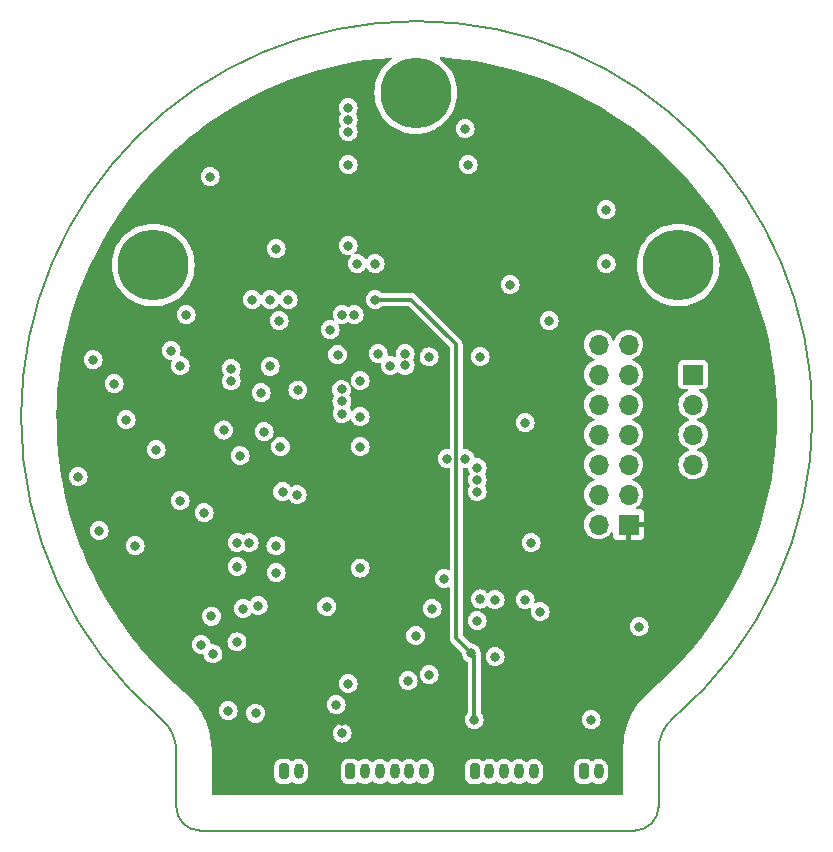
<source format=gbr>
%TF.GenerationSoftware,KiCad,Pcbnew,7.0.6*%
%TF.CreationDate,2024-03-18T21:13:24+03:00*%
%TF.ProjectId,_____ __________,1f3b3042-3020-4433-9f40-30323b353d38,rev?*%
%TF.SameCoordinates,Original*%
%TF.FileFunction,Copper,L5,Inr*%
%TF.FilePolarity,Positive*%
%FSLAX46Y46*%
G04 Gerber Fmt 4.6, Leading zero omitted, Abs format (unit mm)*
G04 Created by KiCad (PCBNEW 7.0.6) date 2024-03-18 21:13:24*
%MOMM*%
%LPD*%
G01*
G04 APERTURE LIST*
G04 Aperture macros list*
%AMRoundRect*
0 Rectangle with rounded corners*
0 $1 Rounding radius*
0 $2 $3 $4 $5 $6 $7 $8 $9 X,Y pos of 4 corners*
0 Add a 4 corners polygon primitive as box body*
4,1,4,$2,$3,$4,$5,$6,$7,$8,$9,$2,$3,0*
0 Add four circle primitives for the rounded corners*
1,1,$1+$1,$2,$3*
1,1,$1+$1,$4,$5*
1,1,$1+$1,$6,$7*
1,1,$1+$1,$8,$9*
0 Add four rect primitives between the rounded corners*
20,1,$1+$1,$2,$3,$4,$5,0*
20,1,$1+$1,$4,$5,$6,$7,0*
20,1,$1+$1,$6,$7,$8,$9,0*
20,1,$1+$1,$8,$9,$2,$3,0*%
G04 Aperture macros list end*
%TA.AperFunction,ComponentPad*%
%ADD10R,1.700000X1.700000*%
%TD*%
%TA.AperFunction,ComponentPad*%
%ADD11O,1.700000X1.700000*%
%TD*%
%TA.AperFunction,ComponentPad*%
%ADD12RoundRect,0.200000X-0.200000X-0.450000X0.200000X-0.450000X0.200000X0.450000X-0.200000X0.450000X0*%
%TD*%
%TA.AperFunction,ComponentPad*%
%ADD13O,0.800000X1.300000*%
%TD*%
%TA.AperFunction,ComponentPad*%
%ADD14C,6.000000*%
%TD*%
%TA.AperFunction,ViaPad*%
%ADD15C,0.800000*%
%TD*%
%TA.AperFunction,Conductor*%
%ADD16C,0.300000*%
%TD*%
%TA.AperFunction,Profile*%
%ADD17C,0.200000*%
%TD*%
G04 APERTURE END LIST*
D10*
%TO.N,GND*%
%TO.C,J10*%
X178054000Y-92202000D03*
D11*
%TO.N,SWCLK*%
X178054000Y-94742000D03*
%TO.N,SWDIO*%
X178054000Y-97282000D03*
%TO.N,Net-(D13-A)*%
X178054000Y-99822000D03*
%TD*%
D12*
%TO.N,CAN1L*%
%TO.C,J4*%
X168793000Y-125808000D03*
D13*
%TO.N,CAN1H*%
X170043000Y-125808000D03*
%TD*%
D14*
%TO.N,unconnected-(J3-Pin_1-Pad1)*%
%TO.C,J3*%
X132334000Y-82931000D03*
%TD*%
%TO.N,unconnected-(J1-Pin_1-Pad1)*%
%TO.C,J1*%
X176784000Y-82931000D03*
%TD*%
D12*
%TO.N,GND*%
%TO.C,J9*%
X149021000Y-125808000D03*
D13*
%TO.N,Digital_input2*%
X150271000Y-125808000D03*
%TO.N,Digital_input1*%
X151521000Y-125808000D03*
%TO.N,Analog_Input2*%
X152771000Y-125808000D03*
%TO.N,Analog_Input1*%
X154021000Y-125808000D03*
%TO.N,GNDA*%
X155271000Y-125808000D03*
%TD*%
D14*
%TO.N,unconnected-(J2-Pin_1-Pad1)*%
%TO.C,J2*%
X154559000Y-68326000D03*
%TD*%
D10*
%TO.N,+3.3V*%
%TO.C,J5*%
X172578000Y-104902000D03*
D11*
%TO.N,GND*%
X170038000Y-104902000D03*
%TO.N,Angle_Sensor_CS_MCU*%
X172578000Y-102362000D03*
%TO.N,Temp_Coil_C_MCU*%
X170038000Y-102362000D03*
%TO.N,Angle_Sensor_SCLK_MCU*%
X172578000Y-99822000D03*
%TO.N,Temp_Coil_B_MCU*%
X170038000Y-99822000D03*
%TO.N,Angle_Sensor_SDIO_MCU*%
X172578000Y-97282000D03*
%TO.N,Temp_Coil_A_MCU*%
X170038000Y-97282000D03*
%TO.N,OUT_MCU*%
X172578000Y-94742000D03*
%TO.N,Current_C_MCU*%
X170038000Y-94742000D03*
%TO.N,Current_B_MCU*%
X172578000Y-92202000D03*
%TO.N,Current_A_MCU*%
X170038000Y-92202000D03*
%TO.N,+3.3VA*%
X172578000Y-89662000D03*
%TO.N,GNDA*%
X170038000Y-89662000D03*
%TD*%
D12*
%TO.N,GND*%
%TO.C,J7*%
X159552000Y-125808000D03*
D13*
%TO.N,RS_485_Y*%
X160802000Y-125808000D03*
%TO.N,RS_485_Z*%
X162052000Y-125808000D03*
%TO.N,RS_485_B*%
X163302000Y-125808000D03*
%TO.N,RS_485_A*%
X164552000Y-125808000D03*
%TD*%
D12*
%TO.N,CAN2L*%
%TO.C,J6*%
X143393000Y-125808000D03*
D13*
%TO.N,CAN2H*%
X144643000Y-125808000D03*
%TD*%
D15*
%TO.N,GND*%
X138684000Y-120650000D03*
X151130000Y-82804000D03*
X136652000Y-103886000D03*
X148844000Y-118364000D03*
X138938000Y-91694000D03*
X173482000Y-113538000D03*
X125984000Y-100838000D03*
X159766000Y-102108000D03*
X161290000Y-116078000D03*
X142727561Y-106703516D03*
X148844000Y-81280000D03*
X133858000Y-90170000D03*
X137265023Y-112670977D03*
X143002000Y-87630000D03*
X141732000Y-97028000D03*
X159766000Y-101092000D03*
X148844000Y-74422000D03*
X154559000Y-114300000D03*
X165862000Y-87630000D03*
X162560000Y-84582000D03*
X138302647Y-96900646D03*
X142748000Y-81534000D03*
X127254000Y-90932000D03*
X160020000Y-90678000D03*
X147024477Y-111845477D03*
X132588000Y-98552000D03*
X169418000Y-121412000D03*
X159004000Y-74422000D03*
X147941673Y-90516500D03*
X164338000Y-106426000D03*
X159766000Y-100076000D03*
%TO.N,A*%
X139446000Y-108458000D03*
X156972000Y-109474000D03*
X141224000Y-111760000D03*
%TO.N,B*%
X144526000Y-102362000D03*
X139700000Y-99060000D03*
X157226000Y-99314000D03*
%TO.N,C*%
X137392023Y-115845977D03*
X149860000Y-108585000D03*
X147828000Y-120142000D03*
%TO.N,+24V*%
X170688000Y-82804000D03*
X159766000Y-113030000D03*
X130810000Y-106680000D03*
%TO.N,+12V*%
X141001682Y-120882379D03*
X134620000Y-102870000D03*
X148844000Y-71628000D03*
X148844000Y-70612000D03*
X136398000Y-115062000D03*
X142748000Y-108966000D03*
X158750000Y-71374000D03*
X148844000Y-69596000D03*
X143287454Y-102120500D03*
%TO.N,Enable*%
X138938000Y-92722500D03*
X140462000Y-106426000D03*
X141478000Y-93726000D03*
X139954000Y-112014000D03*
%TO.N,IN_A*%
X139446000Y-106426000D03*
%TO.N,IN_B*%
X143107023Y-98298000D03*
%TO.N,IN_C*%
X139424023Y-114829977D03*
%TO.N,+3.3V*%
X167640000Y-117602000D03*
X154686000Y-78232000D03*
X154686000Y-105537000D03*
X136764000Y-87234000D03*
X125349000Y-95123000D03*
X144018000Y-76708000D03*
X126746000Y-99060000D03*
X137414000Y-120650000D03*
X145542000Y-84836000D03*
X171958000Y-113538000D03*
X162560000Y-106426000D03*
X164084000Y-86614000D03*
X139700000Y-87122000D03*
X145034000Y-81280000D03*
X151130000Y-87122000D03*
X178054000Y-106172000D03*
X148336000Y-121539000D03*
X131826000Y-91186000D03*
%TO.N,NRST*%
X155689061Y-90708863D03*
%TO.N,Temp_Coil_C_MCU*%
X147320000Y-88392000D03*
%TO.N,Temp_Coil_B_MCU*%
X148336000Y-87122000D03*
%TO.N,Temp_Coil_A_MCU*%
X149352000Y-87122000D03*
%TO.N,Net-(R16-Pad2)*%
X134620000Y-91440000D03*
X148336000Y-122555000D03*
%TO.N,Current_C_MCU*%
X152400000Y-91440000D03*
%TO.N,Current_B_MCU*%
X153670000Y-91423503D03*
%TO.N,RS_485_RX_MCU*%
X161290000Y-111252000D03*
X163830000Y-111252000D03*
%TO.N,RS_485_Enable_MCU*%
X160032500Y-111207693D03*
X165100000Y-112268000D03*
%TO.N,Current_A_MCU*%
X153670000Y-90424000D03*
%TO.N,GNDA*%
X153924000Y-118110000D03*
X151384000Y-90424000D03*
X149606000Y-82804000D03*
%TO.N,+3.3VA*%
X159512000Y-121412000D03*
X159258500Y-115779546D03*
X151130000Y-85852000D03*
%TO.N,Temperature_Power_~{OS}_MCU*%
X143764000Y-85852000D03*
X149860000Y-92710000D03*
%TO.N,Temperature_Power_SCL_MCU*%
X140716000Y-85852000D03*
X149860000Y-95758000D03*
%TO.N,Temperature_Power_SDA_MCU*%
X149860000Y-98298000D03*
X142240000Y-85852000D03*
%TO.N,EEPROM_~{CS_MCU}*%
X142240000Y-91516500D03*
X129032000Y-92964000D03*
%TO.N,EEPROM_MOSI_MCU*%
X144581440Y-93516500D03*
X130048000Y-96012000D03*
%TO.N,Net-(U4-+)*%
X135128000Y-87122000D03*
%TO.N,Net-(D4-COM)*%
X155702000Y-117602000D03*
X148313669Y-94465669D03*
%TO.N,Net-(U10-+)*%
X127762000Y-105410000D03*
%TO.N,Net-(D7-K)*%
X170688000Y-78232000D03*
%TO.N,Net-(D8-K)*%
X137160000Y-75438000D03*
%TO.N,Net-(U7-PC4)*%
X158750000Y-99314000D03*
X163830000Y-96266000D03*
X148286582Y-93466536D03*
%TO.N,Net-(D14-COM)*%
X155956000Y-112014000D03*
X148336000Y-95504000D03*
%TD*%
D16*
%TO.N,+3.3VA*%
X159512000Y-121412000D02*
X159512000Y-116033046D01*
X159512000Y-116033046D02*
X159258500Y-115779546D01*
X159258500Y-115779546D02*
X157976000Y-114497046D01*
X157976000Y-89650000D02*
X154178000Y-85852000D01*
X157976000Y-114497046D02*
X157976000Y-89650000D01*
X154178000Y-85852000D02*
X151130000Y-85852000D01*
%TD*%
%TA.AperFunction,Conductor*%
%TO.N,+3.3V*%
G36*
X156818071Y-65360255D02*
G01*
X157902510Y-65457299D01*
X158982793Y-65592987D01*
X160057546Y-65767146D01*
X161125397Y-65979555D01*
X162184987Y-66229943D01*
X163234964Y-66517990D01*
X164273992Y-66843330D01*
X165300745Y-67205548D01*
X166313915Y-67604182D01*
X167312212Y-68038725D01*
X168294363Y-68508622D01*
X169259116Y-69013276D01*
X170205243Y-69552042D01*
X171131537Y-70124234D01*
X172036817Y-70729123D01*
X172919931Y-71365938D01*
X173779753Y-72033868D01*
X174615187Y-72732062D01*
X175425168Y-73459629D01*
X176208665Y-74215643D01*
X176964679Y-74999140D01*
X177692246Y-75809121D01*
X178390440Y-76644555D01*
X179058370Y-77504377D01*
X179453793Y-78052736D01*
X179695185Y-78387491D01*
X180300074Y-79292771D01*
X180872266Y-80219065D01*
X181411032Y-81165192D01*
X181915686Y-82129945D01*
X182385583Y-83112096D01*
X182820126Y-84110393D01*
X183218760Y-85123563D01*
X183580978Y-86150316D01*
X183906318Y-87189344D01*
X184194365Y-88239321D01*
X184444753Y-89298911D01*
X184657162Y-90366762D01*
X184831321Y-91441515D01*
X184967009Y-92521798D01*
X185064053Y-93606237D01*
X185122329Y-94693448D01*
X185141762Y-95782045D01*
X185123473Y-96838100D01*
X185068629Y-97892889D01*
X184977295Y-98945146D01*
X184849581Y-99993610D01*
X184685640Y-101037024D01*
X184485670Y-102074135D01*
X184249908Y-103103700D01*
X183978640Y-104124484D01*
X183672189Y-105135264D01*
X183330923Y-106134826D01*
X182955252Y-107121973D01*
X182545625Y-108095520D01*
X182102535Y-109054300D01*
X181626513Y-109997163D01*
X181118129Y-110922978D01*
X180577993Y-111830635D01*
X180006754Y-112719045D01*
X179405095Y-113587143D01*
X178773739Y-114433889D01*
X178113443Y-115258265D01*
X177424999Y-116059284D01*
X176709232Y-116835986D01*
X175967000Y-117587438D01*
X175199195Y-118312739D01*
X174407815Y-119010067D01*
X174348632Y-119060424D01*
X174227909Y-119163147D01*
X173893404Y-119492204D01*
X173583495Y-119844508D01*
X173583495Y-119844507D01*
X173583489Y-119844514D01*
X173583488Y-119844516D01*
X173493743Y-119962736D01*
X173299774Y-120218248D01*
X173043735Y-120611458D01*
X173043735Y-120611459D01*
X173043732Y-120611464D01*
X172816702Y-121022110D01*
X172816699Y-121022117D01*
X172619861Y-121448049D01*
X172619861Y-121448050D01*
X172454238Y-121887061D01*
X172454238Y-121887062D01*
X172454234Y-121887073D01*
X172359700Y-122205478D01*
X172320683Y-122336891D01*
X172219901Y-122795167D01*
X172219902Y-122795167D01*
X172152415Y-123259507D01*
X172118574Y-123727511D01*
X172118573Y-123962129D01*
X172118566Y-124131546D01*
X172118573Y-124131792D01*
X172118573Y-127735500D01*
X172101260Y-127783066D01*
X172057423Y-127808376D01*
X172044573Y-127809500D01*
X137356119Y-127809500D01*
X137308553Y-127792187D01*
X137283243Y-127748350D01*
X137282119Y-127735500D01*
X137282119Y-126297359D01*
X142592500Y-126297359D01*
X142607955Y-126414759D01*
X142607956Y-126414763D01*
X142668463Y-126560840D01*
X142764715Y-126686279D01*
X142764720Y-126686284D01*
X142766717Y-126687816D01*
X142890159Y-126782536D01*
X143036238Y-126843044D01*
X143153639Y-126858500D01*
X143632360Y-126858499D01*
X143749762Y-126843044D01*
X143895841Y-126782536D01*
X144021282Y-126686282D01*
X144021285Y-126686277D01*
X144024716Y-126682848D01*
X144025547Y-126683679D01*
X144063794Y-126659306D01*
X144113981Y-126665906D01*
X144132143Y-126679221D01*
X144140738Y-126687816D01*
X144236711Y-126748120D01*
X144293479Y-126783790D01*
X144462816Y-126843043D01*
X144463745Y-126843368D01*
X144643000Y-126863565D01*
X144822255Y-126843368D01*
X144890481Y-126819494D01*
X144992520Y-126783790D01*
X144994516Y-126782536D01*
X145145262Y-126687816D01*
X145272816Y-126560262D01*
X145368789Y-126407522D01*
X145407337Y-126297359D01*
X148220500Y-126297359D01*
X148235955Y-126414759D01*
X148235956Y-126414763D01*
X148296463Y-126560840D01*
X148392715Y-126686279D01*
X148392720Y-126686284D01*
X148394717Y-126687816D01*
X148518159Y-126782536D01*
X148664238Y-126843044D01*
X148781639Y-126858500D01*
X149260360Y-126858499D01*
X149377762Y-126843044D01*
X149523841Y-126782536D01*
X149649282Y-126686282D01*
X149649285Y-126686277D01*
X149652716Y-126682848D01*
X149653547Y-126683679D01*
X149691794Y-126659306D01*
X149741981Y-126665906D01*
X149760143Y-126679221D01*
X149768738Y-126687816D01*
X149864711Y-126748120D01*
X149921479Y-126783790D01*
X150090816Y-126843043D01*
X150091745Y-126843368D01*
X150271000Y-126863565D01*
X150450255Y-126843368D01*
X150518481Y-126819494D01*
X150620520Y-126783790D01*
X150622516Y-126782536D01*
X150773262Y-126687816D01*
X150843675Y-126617402D01*
X150889550Y-126596011D01*
X150938445Y-126609112D01*
X150948319Y-126617397D01*
X151018738Y-126687816D01*
X151114712Y-126748120D01*
X151171479Y-126783790D01*
X151340816Y-126843043D01*
X151341745Y-126843368D01*
X151521000Y-126863565D01*
X151700255Y-126843368D01*
X151768481Y-126819494D01*
X151870520Y-126783790D01*
X151872516Y-126782536D01*
X152023262Y-126687816D01*
X152093673Y-126617403D01*
X152139549Y-126596012D01*
X152188443Y-126609112D01*
X152198324Y-126617403D01*
X152268738Y-126687816D01*
X152370564Y-126751798D01*
X152421479Y-126783790D01*
X152590816Y-126843043D01*
X152591745Y-126843368D01*
X152771000Y-126863565D01*
X152950255Y-126843368D01*
X153018481Y-126819494D01*
X153120520Y-126783790D01*
X153122516Y-126782536D01*
X153273262Y-126687816D01*
X153343675Y-126617402D01*
X153389550Y-126596011D01*
X153438445Y-126609112D01*
X153448319Y-126617397D01*
X153518738Y-126687816D01*
X153614712Y-126748120D01*
X153671479Y-126783790D01*
X153840816Y-126843043D01*
X153841745Y-126843368D01*
X154021000Y-126863565D01*
X154200255Y-126843368D01*
X154268481Y-126819494D01*
X154370520Y-126783790D01*
X154372516Y-126782536D01*
X154523262Y-126687816D01*
X154593675Y-126617402D01*
X154639550Y-126596011D01*
X154688445Y-126609112D01*
X154698319Y-126617397D01*
X154768738Y-126687816D01*
X154864711Y-126748120D01*
X154921479Y-126783790D01*
X155090816Y-126843043D01*
X155091745Y-126843368D01*
X155271000Y-126863565D01*
X155450255Y-126843368D01*
X155518481Y-126819494D01*
X155620520Y-126783790D01*
X155622516Y-126782536D01*
X155773262Y-126687816D01*
X155900816Y-126560262D01*
X155996789Y-126407522D01*
X156035337Y-126297359D01*
X158751500Y-126297359D01*
X158766955Y-126414759D01*
X158766956Y-126414763D01*
X158827463Y-126560840D01*
X158923715Y-126686279D01*
X158923720Y-126686284D01*
X158925717Y-126687816D01*
X159049159Y-126782536D01*
X159195238Y-126843044D01*
X159312639Y-126858500D01*
X159791360Y-126858499D01*
X159908762Y-126843044D01*
X160054841Y-126782536D01*
X160180282Y-126686282D01*
X160180285Y-126686277D01*
X160183716Y-126682848D01*
X160184547Y-126683679D01*
X160222794Y-126659306D01*
X160272981Y-126665906D01*
X160291143Y-126679221D01*
X160299738Y-126687816D01*
X160395712Y-126748120D01*
X160452479Y-126783790D01*
X160621816Y-126843043D01*
X160622745Y-126843368D01*
X160802000Y-126863565D01*
X160981255Y-126843368D01*
X161049481Y-126819494D01*
X161151520Y-126783790D01*
X161153516Y-126782536D01*
X161304262Y-126687816D01*
X161374675Y-126617402D01*
X161420550Y-126596011D01*
X161469445Y-126609112D01*
X161479319Y-126617397D01*
X161549738Y-126687816D01*
X161645712Y-126748120D01*
X161702479Y-126783790D01*
X161871816Y-126843043D01*
X161872745Y-126843368D01*
X162052000Y-126863565D01*
X162231255Y-126843368D01*
X162299481Y-126819494D01*
X162401520Y-126783790D01*
X162403516Y-126782536D01*
X162554262Y-126687816D01*
X162624674Y-126617402D01*
X162670550Y-126596011D01*
X162719444Y-126609111D01*
X162729323Y-126617400D01*
X162799738Y-126687816D01*
X162901564Y-126751798D01*
X162952479Y-126783790D01*
X163121816Y-126843043D01*
X163122745Y-126843368D01*
X163302000Y-126863565D01*
X163481255Y-126843368D01*
X163549481Y-126819494D01*
X163651520Y-126783790D01*
X163653516Y-126782536D01*
X163804262Y-126687816D01*
X163874675Y-126617402D01*
X163920550Y-126596011D01*
X163969445Y-126609112D01*
X163979319Y-126617397D01*
X164049738Y-126687816D01*
X164145712Y-126748120D01*
X164202479Y-126783790D01*
X164371816Y-126843043D01*
X164372745Y-126843368D01*
X164552000Y-126863565D01*
X164731255Y-126843368D01*
X164799481Y-126819494D01*
X164901520Y-126783790D01*
X164903516Y-126782536D01*
X165054262Y-126687816D01*
X165181816Y-126560262D01*
X165277789Y-126407522D01*
X165316337Y-126297359D01*
X167992500Y-126297359D01*
X168007955Y-126414759D01*
X168007956Y-126414763D01*
X168068463Y-126560840D01*
X168164715Y-126686279D01*
X168164720Y-126686284D01*
X168166717Y-126687816D01*
X168290159Y-126782536D01*
X168436238Y-126843044D01*
X168553639Y-126858500D01*
X169032360Y-126858499D01*
X169149762Y-126843044D01*
X169295841Y-126782536D01*
X169421282Y-126686282D01*
X169421285Y-126686277D01*
X169424716Y-126682848D01*
X169425547Y-126683679D01*
X169463794Y-126659306D01*
X169513981Y-126665906D01*
X169532143Y-126679221D01*
X169540738Y-126687816D01*
X169636711Y-126748120D01*
X169693479Y-126783790D01*
X169862816Y-126843043D01*
X169863745Y-126843368D01*
X170043000Y-126863565D01*
X170222255Y-126843368D01*
X170290481Y-126819494D01*
X170392520Y-126783790D01*
X170394516Y-126782536D01*
X170545262Y-126687816D01*
X170672816Y-126560262D01*
X170768789Y-126407522D01*
X170828368Y-126237255D01*
X170843500Y-126102954D01*
X170843500Y-125513046D01*
X170828368Y-125378745D01*
X170828365Y-125378736D01*
X170768790Y-125208479D01*
X170733120Y-125151711D01*
X170672816Y-125055738D01*
X170545262Y-124928184D01*
X170506054Y-124903547D01*
X170392520Y-124832209D01*
X170222263Y-124772634D01*
X170222256Y-124772632D01*
X170222255Y-124772632D01*
X170043000Y-124752435D01*
X169863745Y-124772632D01*
X169863736Y-124772634D01*
X169693479Y-124832209D01*
X169540732Y-124928187D01*
X169532141Y-124936778D01*
X169486263Y-124958167D01*
X169437370Y-124945062D01*
X169424816Y-124933043D01*
X169424712Y-124933148D01*
X169421279Y-124929715D01*
X169295841Y-124833464D01*
X169149761Y-124772955D01*
X169059675Y-124761095D01*
X169032361Y-124757500D01*
X169032359Y-124757500D01*
X168553640Y-124757500D01*
X168436240Y-124772955D01*
X168436236Y-124772956D01*
X168290159Y-124833463D01*
X168164720Y-124929715D01*
X168164715Y-124929720D01*
X168068464Y-125055158D01*
X168007955Y-125201238D01*
X167992500Y-125318640D01*
X167992500Y-126297359D01*
X165316337Y-126297359D01*
X165337368Y-126237255D01*
X165352500Y-126102954D01*
X165352500Y-125513046D01*
X165337368Y-125378745D01*
X165337365Y-125378736D01*
X165277790Y-125208479D01*
X165242120Y-125151712D01*
X165181816Y-125055738D01*
X165054262Y-124928184D01*
X165015054Y-124903547D01*
X164901520Y-124832209D01*
X164731263Y-124772634D01*
X164731256Y-124772632D01*
X164731255Y-124772632D01*
X164552000Y-124752435D01*
X164372745Y-124772632D01*
X164372736Y-124772634D01*
X164202479Y-124832209D01*
X164049739Y-124928183D01*
X163979326Y-124998596D01*
X163933449Y-125019988D01*
X163884555Y-125006887D01*
X163874674Y-124998596D01*
X163872519Y-124996441D01*
X163804262Y-124928184D01*
X163765054Y-124903547D01*
X163651520Y-124832209D01*
X163481263Y-124772634D01*
X163481256Y-124772632D01*
X163481255Y-124772632D01*
X163302000Y-124752435D01*
X163122745Y-124772632D01*
X163122736Y-124772634D01*
X162952479Y-124832209D01*
X162799739Y-124928183D01*
X162729326Y-124998596D01*
X162683449Y-125019988D01*
X162634555Y-125006887D01*
X162624674Y-124998596D01*
X162622519Y-124996441D01*
X162554262Y-124928184D01*
X162515054Y-124903547D01*
X162401520Y-124832209D01*
X162231263Y-124772634D01*
X162231256Y-124772632D01*
X162231255Y-124772632D01*
X162052000Y-124752435D01*
X161872745Y-124772632D01*
X161872736Y-124772634D01*
X161702479Y-124832209D01*
X161549739Y-124928183D01*
X161479326Y-124998596D01*
X161433449Y-125019988D01*
X161384555Y-125006887D01*
X161374674Y-124998596D01*
X161372519Y-124996441D01*
X161304262Y-124928184D01*
X161265054Y-124903547D01*
X161151520Y-124832209D01*
X160981263Y-124772634D01*
X160981256Y-124772632D01*
X160981255Y-124772632D01*
X160802000Y-124752435D01*
X160801999Y-124752435D01*
X160622745Y-124772632D01*
X160622736Y-124772634D01*
X160452479Y-124832209D01*
X160299732Y-124928187D01*
X160291141Y-124936778D01*
X160245263Y-124958167D01*
X160196370Y-124945062D01*
X160183816Y-124933043D01*
X160183712Y-124933148D01*
X160180279Y-124929715D01*
X160054841Y-124833464D01*
X159908761Y-124772955D01*
X159818675Y-124761095D01*
X159791361Y-124757500D01*
X159791359Y-124757500D01*
X159312640Y-124757500D01*
X159195240Y-124772955D01*
X159195236Y-124772956D01*
X159049159Y-124833463D01*
X158923720Y-124929715D01*
X158923715Y-124929720D01*
X158827464Y-125055158D01*
X158766955Y-125201238D01*
X158751500Y-125318640D01*
X158751500Y-126297359D01*
X156035337Y-126297359D01*
X156056368Y-126237255D01*
X156071500Y-126102954D01*
X156071500Y-125513046D01*
X156056368Y-125378745D01*
X156056365Y-125378736D01*
X155996790Y-125208479D01*
X155961120Y-125151711D01*
X155900816Y-125055738D01*
X155773262Y-124928184D01*
X155734053Y-124903547D01*
X155620520Y-124832209D01*
X155450263Y-124772634D01*
X155450256Y-124772632D01*
X155450255Y-124772632D01*
X155271000Y-124752435D01*
X155270999Y-124752435D01*
X155091745Y-124772632D01*
X155091736Y-124772634D01*
X154921479Y-124832209D01*
X154768736Y-124928185D01*
X154698326Y-124998595D01*
X154652449Y-125019987D01*
X154603555Y-125006886D01*
X154593674Y-124998595D01*
X154523263Y-124928185D01*
X154523262Y-124928184D01*
X154472348Y-124896193D01*
X154370520Y-124832209D01*
X154200263Y-124772634D01*
X154200256Y-124772632D01*
X154200255Y-124772632D01*
X154021000Y-124752435D01*
X153841745Y-124772632D01*
X153841736Y-124772634D01*
X153671479Y-124832209D01*
X153518739Y-124928183D01*
X153448326Y-124998596D01*
X153402449Y-125019988D01*
X153353555Y-125006887D01*
X153343674Y-124998596D01*
X153341519Y-124996441D01*
X153273262Y-124928184D01*
X153234053Y-124903547D01*
X153120520Y-124832209D01*
X152950263Y-124772634D01*
X152950256Y-124772632D01*
X152950255Y-124772632D01*
X152771000Y-124752435D01*
X152591745Y-124772632D01*
X152591736Y-124772634D01*
X152421479Y-124832209D01*
X152268739Y-124928183D01*
X152198326Y-124998596D01*
X152152449Y-125019988D01*
X152103555Y-125006887D01*
X152093674Y-124998596D01*
X152091519Y-124996441D01*
X152023262Y-124928184D01*
X151984053Y-124903547D01*
X151870520Y-124832209D01*
X151700263Y-124772634D01*
X151700256Y-124772632D01*
X151700255Y-124772632D01*
X151521000Y-124752435D01*
X151520999Y-124752435D01*
X151341745Y-124772632D01*
X151341736Y-124772634D01*
X151171479Y-124832209D01*
X151018736Y-124928185D01*
X150948326Y-124998595D01*
X150902449Y-125019987D01*
X150853555Y-125006886D01*
X150843674Y-124998595D01*
X150773263Y-124928185D01*
X150773262Y-124928184D01*
X150722348Y-124896193D01*
X150620520Y-124832209D01*
X150450263Y-124772634D01*
X150450256Y-124772632D01*
X150450255Y-124772632D01*
X150271000Y-124752435D01*
X150270999Y-124752435D01*
X150091745Y-124772632D01*
X150091736Y-124772634D01*
X149921479Y-124832209D01*
X149768732Y-124928187D01*
X149760141Y-124936778D01*
X149714263Y-124958167D01*
X149665370Y-124945062D01*
X149652816Y-124933043D01*
X149652712Y-124933148D01*
X149649279Y-124929715D01*
X149523841Y-124833464D01*
X149377761Y-124772955D01*
X149287675Y-124761095D01*
X149260361Y-124757500D01*
X149260359Y-124757500D01*
X148781640Y-124757500D01*
X148664240Y-124772955D01*
X148664236Y-124772956D01*
X148518159Y-124833463D01*
X148392720Y-124929715D01*
X148392715Y-124929720D01*
X148296464Y-125055158D01*
X148235955Y-125201238D01*
X148220500Y-125318640D01*
X148220500Y-126297359D01*
X145407337Y-126297359D01*
X145428368Y-126237255D01*
X145443500Y-126102954D01*
X145443500Y-125513046D01*
X145428368Y-125378745D01*
X145428365Y-125378736D01*
X145368790Y-125208479D01*
X145333120Y-125151711D01*
X145272816Y-125055738D01*
X145145262Y-124928184D01*
X145106053Y-124903547D01*
X144992520Y-124832209D01*
X144822263Y-124772634D01*
X144822256Y-124772632D01*
X144822255Y-124772632D01*
X144643000Y-124752435D01*
X144463745Y-124772632D01*
X144463736Y-124772634D01*
X144293479Y-124832209D01*
X144140732Y-124928187D01*
X144132141Y-124936778D01*
X144086263Y-124958167D01*
X144037370Y-124945062D01*
X144024816Y-124933043D01*
X144024712Y-124933148D01*
X144021279Y-124929715D01*
X143895841Y-124833464D01*
X143749761Y-124772955D01*
X143659675Y-124761095D01*
X143632361Y-124757500D01*
X143632359Y-124757500D01*
X143153640Y-124757500D01*
X143036240Y-124772955D01*
X143036236Y-124772956D01*
X142890159Y-124833463D01*
X142764720Y-124929715D01*
X142764715Y-124929720D01*
X142668464Y-125055158D01*
X142607955Y-125201238D01*
X142592500Y-125318640D01*
X142592500Y-126297359D01*
X137282119Y-126297359D01*
X137282119Y-123977078D01*
X137282119Y-123977077D01*
X137282119Y-123977042D01*
X137282116Y-123977005D01*
X137282101Y-123976489D01*
X137282109Y-123954157D01*
X137282154Y-123829975D01*
X137264235Y-123581486D01*
X137248237Y-123359637D01*
X137248237Y-123359638D01*
X137248236Y-123359637D01*
X137180356Y-122892966D01*
X137180356Y-122892965D01*
X137105879Y-122555000D01*
X147530435Y-122555000D01*
X147550632Y-122734254D01*
X147550634Y-122734263D01*
X147610209Y-122904520D01*
X147681547Y-123018054D01*
X147706184Y-123057262D01*
X147833738Y-123184816D01*
X147861419Y-123202209D01*
X147986479Y-123280790D01*
X148156736Y-123340365D01*
X148156745Y-123340368D01*
X148336000Y-123360565D01*
X148515255Y-123340368D01*
X148630343Y-123300097D01*
X148685520Y-123280790D01*
X148685522Y-123280789D01*
X148838262Y-123184816D01*
X148965816Y-123057262D01*
X149061789Y-122904522D01*
X149121368Y-122734255D01*
X149141565Y-122555000D01*
X149121368Y-122375745D01*
X149121365Y-122375736D01*
X149061790Y-122205479D01*
X149019257Y-122137789D01*
X148965816Y-122052738D01*
X148838262Y-121925184D01*
X148777590Y-121887061D01*
X148685520Y-121829209D01*
X148515263Y-121769634D01*
X148515256Y-121769632D01*
X148515255Y-121769632D01*
X148336000Y-121749435D01*
X148156745Y-121769632D01*
X148156736Y-121769634D01*
X147986479Y-121829209D01*
X147833739Y-121925183D01*
X147706183Y-122052739D01*
X147610209Y-122205479D01*
X147550634Y-122375736D01*
X147550632Y-122375745D01*
X147530435Y-122555000D01*
X137105879Y-122555000D01*
X137078877Y-122432467D01*
X136944322Y-121980507D01*
X136919249Y-121914260D01*
X136777399Y-121539467D01*
X136578987Y-121111675D01*
X136350127Y-120699368D01*
X136317840Y-120650000D01*
X137878435Y-120650000D01*
X137893329Y-120782184D01*
X137898632Y-120829254D01*
X137898634Y-120829263D01*
X137958209Y-120999520D01*
X138028678Y-121111669D01*
X138054184Y-121152262D01*
X138181738Y-121279816D01*
X138277712Y-121340120D01*
X138334479Y-121375790D01*
X138504736Y-121435365D01*
X138504745Y-121435368D01*
X138684000Y-121455565D01*
X138863255Y-121435368D01*
X138931481Y-121411494D01*
X139033520Y-121375790D01*
X139033522Y-121375789D01*
X139186262Y-121279816D01*
X139313816Y-121152262D01*
X139409789Y-120999522D01*
X139450779Y-120882379D01*
X140196117Y-120882379D01*
X140209316Y-120999520D01*
X140216314Y-121061633D01*
X140216316Y-121061642D01*
X140275891Y-121231899D01*
X140276423Y-121232745D01*
X140371866Y-121384641D01*
X140499420Y-121512195D01*
X140595394Y-121572499D01*
X140652161Y-121608169D01*
X140822418Y-121667744D01*
X140822427Y-121667747D01*
X141001682Y-121687944D01*
X141180937Y-121667747D01*
X141249163Y-121643873D01*
X141351202Y-121608169D01*
X141362083Y-121601332D01*
X141503944Y-121512195D01*
X141631498Y-121384641D01*
X141727471Y-121231901D01*
X141787050Y-121061634D01*
X141807247Y-120882379D01*
X141787050Y-120703124D01*
X141768461Y-120649999D01*
X141727472Y-120532858D01*
X141688438Y-120470736D01*
X141631498Y-120380117D01*
X141503944Y-120252563D01*
X141449332Y-120218248D01*
X141351202Y-120156588D01*
X141309512Y-120142000D01*
X147022435Y-120142000D01*
X147042632Y-120321254D01*
X147042634Y-120321263D01*
X147102209Y-120491520D01*
X147128184Y-120532858D01*
X147198184Y-120644262D01*
X147325738Y-120771816D01*
X147417150Y-120829254D01*
X147478479Y-120867790D01*
X147648736Y-120927365D01*
X147648745Y-120927368D01*
X147828000Y-120947565D01*
X148007255Y-120927368D01*
X148075481Y-120903494D01*
X148177520Y-120867790D01*
X148210074Y-120847335D01*
X148330262Y-120771816D01*
X148457816Y-120644262D01*
X148553789Y-120491522D01*
X148561063Y-120470736D01*
X148613365Y-120321263D01*
X148613368Y-120321255D01*
X148633565Y-120142000D01*
X148613368Y-119962745D01*
X148613365Y-119962736D01*
X148553790Y-119792479D01*
X148518120Y-119735712D01*
X148457816Y-119639738D01*
X148330262Y-119512184D01*
X148291054Y-119487547D01*
X148177520Y-119416209D01*
X148007263Y-119356634D01*
X148007256Y-119356632D01*
X148007255Y-119356632D01*
X147828000Y-119336435D01*
X147827999Y-119336435D01*
X147648745Y-119356632D01*
X147648736Y-119356634D01*
X147478479Y-119416209D01*
X147325739Y-119512183D01*
X147198183Y-119639739D01*
X147102209Y-119792479D01*
X147042634Y-119962736D01*
X147042632Y-119962745D01*
X147022435Y-120142000D01*
X141309512Y-120142000D01*
X141180945Y-120097013D01*
X141180938Y-120097011D01*
X141180937Y-120097011D01*
X141001682Y-120076814D01*
X140822427Y-120097011D01*
X140822418Y-120097013D01*
X140652161Y-120156588D01*
X140499421Y-120252562D01*
X140371865Y-120380118D01*
X140275891Y-120532858D01*
X140216316Y-120703115D01*
X140216314Y-120703124D01*
X140196117Y-120882379D01*
X139450779Y-120882379D01*
X139469368Y-120829255D01*
X139489565Y-120650000D01*
X139469368Y-120470745D01*
X139469365Y-120470736D01*
X139409790Y-120300479D01*
X139319378Y-120156590D01*
X139313816Y-120147738D01*
X139186262Y-120020184D01*
X139136464Y-119988894D01*
X139033520Y-119924209D01*
X138863263Y-119864634D01*
X138863256Y-119864632D01*
X138863255Y-119864632D01*
X138684000Y-119844435D01*
X138504745Y-119864632D01*
X138504736Y-119864634D01*
X138334479Y-119924209D01*
X138181739Y-120020183D01*
X138054183Y-120147739D01*
X137958209Y-120300479D01*
X137898634Y-120470736D01*
X137898632Y-120470745D01*
X137879082Y-120644262D01*
X137878435Y-120650000D01*
X136317840Y-120650000D01*
X136092019Y-120304712D01*
X135806017Y-119929777D01*
X135493623Y-119576530D01*
X135156476Y-119246825D01*
X135106171Y-119204290D01*
X135104651Y-119202932D01*
X135103072Y-119201441D01*
X135103067Y-119201435D01*
X134975295Y-119093630D01*
X134974280Y-119092772D01*
X134175181Y-118394389D01*
X134142759Y-118364000D01*
X148038435Y-118364000D01*
X148058632Y-118543254D01*
X148058634Y-118543263D01*
X148118209Y-118713520D01*
X148189547Y-118827053D01*
X148214184Y-118866262D01*
X148341738Y-118993816D01*
X148369287Y-119011126D01*
X148494479Y-119089790D01*
X148664736Y-119149365D01*
X148664745Y-119149368D01*
X148844000Y-119169565D01*
X149023255Y-119149368D01*
X149175618Y-119096054D01*
X149193520Y-119089790D01*
X149193522Y-119089789D01*
X149346262Y-118993816D01*
X149473816Y-118866262D01*
X149569789Y-118713522D01*
X149629368Y-118543255D01*
X149649565Y-118364000D01*
X149629368Y-118184745D01*
X149603214Y-118110000D01*
X149603214Y-118109999D01*
X153118435Y-118109999D01*
X153138632Y-118289254D01*
X153138634Y-118289263D01*
X153198209Y-118459520D01*
X153250823Y-118543254D01*
X153294184Y-118612262D01*
X153421738Y-118739816D01*
X153517712Y-118800120D01*
X153574479Y-118835790D01*
X153744736Y-118895365D01*
X153744745Y-118895368D01*
X153924000Y-118915565D01*
X154103255Y-118895368D01*
X154186441Y-118866260D01*
X154273520Y-118835790D01*
X154273522Y-118835789D01*
X154426262Y-118739816D01*
X154553816Y-118612262D01*
X154649789Y-118459522D01*
X154709368Y-118289255D01*
X154729565Y-118110000D01*
X154709368Y-117930745D01*
X154685222Y-117861739D01*
X154649790Y-117760479D01*
X154572962Y-117638209D01*
X154553816Y-117607738D01*
X154548078Y-117602000D01*
X154896435Y-117602000D01*
X154911329Y-117734184D01*
X154916632Y-117781254D01*
X154916634Y-117781263D01*
X154976209Y-117951520D01*
X155047547Y-118065053D01*
X155072184Y-118104262D01*
X155199738Y-118231816D01*
X155291150Y-118289254D01*
X155352479Y-118327790D01*
X155522736Y-118387365D01*
X155522745Y-118387368D01*
X155702000Y-118407565D01*
X155881255Y-118387368D01*
X155949481Y-118363494D01*
X156051520Y-118327790D01*
X156051522Y-118327789D01*
X156204262Y-118231816D01*
X156331816Y-118104262D01*
X156427789Y-117951522D01*
X156435063Y-117930736D01*
X156487365Y-117781263D01*
X156487368Y-117781255D01*
X156507565Y-117602000D01*
X156487368Y-117422745D01*
X156487365Y-117422736D01*
X156427790Y-117252479D01*
X156363491Y-117150149D01*
X156331816Y-117099738D01*
X156204262Y-116972184D01*
X156115430Y-116916367D01*
X156051520Y-116876209D01*
X155881263Y-116816634D01*
X155881256Y-116816632D01*
X155881255Y-116816632D01*
X155702000Y-116796435D01*
X155522745Y-116816632D01*
X155522736Y-116816634D01*
X155352479Y-116876209D01*
X155199739Y-116972183D01*
X155072183Y-117099739D01*
X154976209Y-117252479D01*
X154916634Y-117422736D01*
X154916632Y-117422745D01*
X154901344Y-117558435D01*
X154896435Y-117602000D01*
X154548078Y-117602000D01*
X154426262Y-117480184D01*
X154387054Y-117455547D01*
X154273520Y-117384209D01*
X154103263Y-117324634D01*
X154103256Y-117324632D01*
X154103255Y-117324632D01*
X153924000Y-117304435D01*
X153744745Y-117324632D01*
X153744736Y-117324634D01*
X153574479Y-117384209D01*
X153421739Y-117480183D01*
X153294183Y-117607739D01*
X153198209Y-117760479D01*
X153138634Y-117930736D01*
X153138632Y-117930745D01*
X153118435Y-118109999D01*
X149603214Y-118109999D01*
X149569790Y-118014479D01*
X149517170Y-117930736D01*
X149473816Y-117861738D01*
X149346262Y-117734184D01*
X149307054Y-117709547D01*
X149193520Y-117638209D01*
X149023263Y-117578634D01*
X149023256Y-117578632D01*
X149023255Y-117578632D01*
X148844000Y-117558435D01*
X148664745Y-117578632D01*
X148664736Y-117578634D01*
X148494479Y-117638209D01*
X148341739Y-117734183D01*
X148214183Y-117861739D01*
X148118209Y-118014479D01*
X148058634Y-118184736D01*
X148058632Y-118184745D01*
X148038435Y-118364000D01*
X134142759Y-118364000D01*
X133400863Y-117668628D01*
X132652264Y-116916367D01*
X131930290Y-116138516D01*
X131235816Y-115336018D01*
X131014878Y-115062000D01*
X135592435Y-115062000D01*
X135609804Y-115216160D01*
X135612632Y-115241254D01*
X135612634Y-115241263D01*
X135672209Y-115411520D01*
X135743547Y-115525054D01*
X135768184Y-115564262D01*
X135895738Y-115691816D01*
X135954087Y-115728479D01*
X136048479Y-115787790D01*
X136218736Y-115847365D01*
X136218745Y-115847368D01*
X136398000Y-115867565D01*
X136512964Y-115854611D01*
X136562168Y-115866489D01*
X136592227Y-115907217D01*
X136594781Y-115919854D01*
X136599170Y-115958800D01*
X136606655Y-116025232D01*
X136606657Y-116025240D01*
X136666232Y-116195497D01*
X136737570Y-116309031D01*
X136762207Y-116348239D01*
X136889761Y-116475793D01*
X136936777Y-116505335D01*
X137042502Y-116571767D01*
X137212759Y-116631342D01*
X137212768Y-116631345D01*
X137392023Y-116651542D01*
X137571278Y-116631345D01*
X137717271Y-116580260D01*
X137741543Y-116571767D01*
X137741545Y-116571766D01*
X137894285Y-116475793D01*
X138021839Y-116348239D01*
X138117812Y-116195499D01*
X138119662Y-116190214D01*
X138165476Y-116059284D01*
X138177391Y-116025232D01*
X138197588Y-115845977D01*
X138177391Y-115666722D01*
X138166481Y-115635542D01*
X138117813Y-115496456D01*
X138027176Y-115352209D01*
X138021839Y-115343715D01*
X137894285Y-115216161D01*
X137788561Y-115149730D01*
X137741543Y-115120186D01*
X137571286Y-115060611D01*
X137571279Y-115060609D01*
X137571278Y-115060609D01*
X137392023Y-115040412D01*
X137392022Y-115040412D01*
X137277060Y-115053365D01*
X137227855Y-115041486D01*
X137197796Y-115000758D01*
X137195240Y-114988116D01*
X137193956Y-114976719D01*
X137183368Y-114882745D01*
X137177163Y-114865012D01*
X137164904Y-114829977D01*
X138618458Y-114829977D01*
X138624404Y-114882745D01*
X138638655Y-115009231D01*
X138638657Y-115009240D01*
X138698232Y-115179497D01*
X138759676Y-115277284D01*
X138794207Y-115332239D01*
X138921761Y-115459793D01*
X138980110Y-115496456D01*
X139074502Y-115555767D01*
X139244759Y-115615342D01*
X139244768Y-115615345D01*
X139424023Y-115635542D01*
X139603278Y-115615345D01*
X139671504Y-115591471D01*
X139773543Y-115555767D01*
X139773545Y-115555766D01*
X139926285Y-115459793D01*
X140053839Y-115332239D01*
X140149812Y-115179499D01*
X140209391Y-115009232D01*
X140229588Y-114829977D01*
X140209391Y-114650722D01*
X140208971Y-114649522D01*
X140149813Y-114480456D01*
X140063798Y-114343565D01*
X140053839Y-114327715D01*
X140026124Y-114300000D01*
X153753435Y-114300000D01*
X153768328Y-114432184D01*
X153773632Y-114479254D01*
X153773634Y-114479263D01*
X153833209Y-114649520D01*
X153892567Y-114743987D01*
X153929184Y-114802262D01*
X154056738Y-114929816D01*
X154126286Y-114973516D01*
X154209479Y-115025790D01*
X154379736Y-115085365D01*
X154379745Y-115085368D01*
X154559000Y-115105565D01*
X154738255Y-115085368D01*
X154828600Y-115053755D01*
X154908520Y-115025790D01*
X154908522Y-115025789D01*
X155061262Y-114929816D01*
X155188816Y-114802262D01*
X155284789Y-114649522D01*
X155285684Y-114646966D01*
X155344365Y-114479263D01*
X155344368Y-114479255D01*
X155364565Y-114300000D01*
X155344368Y-114120745D01*
X155344365Y-114120736D01*
X155284790Y-113950479D01*
X155212584Y-113835565D01*
X155188816Y-113797738D01*
X155061262Y-113670184D01*
X155022054Y-113645547D01*
X154908520Y-113574209D01*
X154738263Y-113514634D01*
X154738256Y-113514632D01*
X154738255Y-113514632D01*
X154559000Y-113494435D01*
X154379745Y-113514632D01*
X154379736Y-113514634D01*
X154209479Y-113574209D01*
X154056739Y-113670183D01*
X153929183Y-113797739D01*
X153833209Y-113950479D01*
X153773634Y-114120736D01*
X153773632Y-114120745D01*
X153753435Y-114300000D01*
X140026124Y-114300000D01*
X139926285Y-114200161D01*
X139874808Y-114167816D01*
X139773543Y-114104186D01*
X139603286Y-114044611D01*
X139603279Y-114044609D01*
X139603278Y-114044609D01*
X139424023Y-114024412D01*
X139244768Y-114044609D01*
X139244759Y-114044611D01*
X139074502Y-114104186D01*
X138921762Y-114200160D01*
X138794206Y-114327716D01*
X138698232Y-114480456D01*
X138638657Y-114650713D01*
X138638655Y-114650722D01*
X138618458Y-114829977D01*
X137164904Y-114829977D01*
X137123790Y-114712479D01*
X137054268Y-114601836D01*
X137027816Y-114559738D01*
X136900262Y-114432184D01*
X136861054Y-114407547D01*
X136747520Y-114336209D01*
X136577263Y-114276634D01*
X136577256Y-114276632D01*
X136577255Y-114276632D01*
X136398000Y-114256435D01*
X136218745Y-114276632D01*
X136218736Y-114276634D01*
X136048479Y-114336209D01*
X135895739Y-114432183D01*
X135768183Y-114559739D01*
X135672209Y-114712479D01*
X135612634Y-114882736D01*
X135612632Y-114882744D01*
X135612632Y-114882745D01*
X135592435Y-115062000D01*
X131014878Y-115062000D01*
X130569681Y-114509844D01*
X129932694Y-113660995D01*
X129325625Y-112790498D01*
X129248311Y-112670977D01*
X136459458Y-112670977D01*
X136468658Y-112752634D01*
X136479655Y-112850231D01*
X136479657Y-112850240D01*
X136539232Y-113020497D01*
X136610570Y-113134031D01*
X136635207Y-113173239D01*
X136762761Y-113300793D01*
X136854977Y-113358736D01*
X136915502Y-113396767D01*
X137085759Y-113456342D01*
X137085768Y-113456345D01*
X137265023Y-113476542D01*
X137444278Y-113456345D01*
X137512504Y-113432471D01*
X137614543Y-113396767D01*
X137614545Y-113396766D01*
X137767285Y-113300793D01*
X137894839Y-113173239D01*
X137990812Y-113020499D01*
X138050391Y-112850232D01*
X138070588Y-112670977D01*
X138050391Y-112491722D01*
X138034834Y-112447263D01*
X137990813Y-112321456D01*
X137911353Y-112194997D01*
X137894839Y-112168715D01*
X137767285Y-112041161D01*
X137724058Y-112014000D01*
X139148435Y-112014000D01*
X139159198Y-112109520D01*
X139168632Y-112193254D01*
X139168634Y-112193263D01*
X139228209Y-112363520D01*
X139280823Y-112447254D01*
X139324184Y-112516262D01*
X139451738Y-112643816D01*
X139510087Y-112680479D01*
X139604479Y-112739790D01*
X139774736Y-112799365D01*
X139774745Y-112799368D01*
X139954000Y-112819565D01*
X140133255Y-112799368D01*
X140216441Y-112770260D01*
X140303520Y-112739790D01*
X140303522Y-112739789D01*
X140456262Y-112643816D01*
X140583816Y-112516262D01*
X140640447Y-112426133D01*
X140680413Y-112395069D01*
X140730997Y-112396962D01*
X140742476Y-112402847D01*
X140874476Y-112485788D01*
X140874478Y-112485789D01*
X141044745Y-112545368D01*
X141224000Y-112565565D01*
X141403255Y-112545368D01*
X141486447Y-112516258D01*
X141573520Y-112485790D01*
X141573522Y-112485789D01*
X141726262Y-112389816D01*
X141853816Y-112262262D01*
X141949789Y-112109522D01*
X141957063Y-112088736D01*
X141990541Y-111993060D01*
X142009368Y-111939255D01*
X142019934Y-111845477D01*
X146218912Y-111845477D01*
X146237460Y-112010101D01*
X146239109Y-112024731D01*
X146239111Y-112024740D01*
X146298686Y-112194997D01*
X146370024Y-112308530D01*
X146394661Y-112347739D01*
X146522215Y-112475293D01*
X146587414Y-112516260D01*
X146674956Y-112571267D01*
X146845213Y-112630842D01*
X146845222Y-112630845D01*
X147024477Y-112651042D01*
X147203732Y-112630845D01*
X147271958Y-112606971D01*
X147373997Y-112571267D01*
X147383072Y-112565565D01*
X147526739Y-112475293D01*
X147654293Y-112347739D01*
X147750266Y-112194999D01*
X147750874Y-112193263D01*
X147798356Y-112057565D01*
X147809845Y-112024732D01*
X147811054Y-112014000D01*
X155150435Y-112014000D01*
X155170632Y-112193254D01*
X155170634Y-112193263D01*
X155230209Y-112363520D01*
X155282823Y-112447254D01*
X155326184Y-112516262D01*
X155453738Y-112643816D01*
X155512087Y-112680479D01*
X155606479Y-112739790D01*
X155776736Y-112799365D01*
X155776745Y-112799368D01*
X155956000Y-112819565D01*
X156135255Y-112799368D01*
X156218441Y-112770260D01*
X156305520Y-112739790D01*
X156305522Y-112739789D01*
X156458262Y-112643816D01*
X156585816Y-112516262D01*
X156681789Y-112363522D01*
X156685848Y-112351924D01*
X156741365Y-112193263D01*
X156741368Y-112193255D01*
X156761565Y-112014000D01*
X156741368Y-111834745D01*
X156739930Y-111830635D01*
X156681790Y-111664479D01*
X156604962Y-111542209D01*
X156585816Y-111511738D01*
X156458262Y-111384184D01*
X156393062Y-111343216D01*
X156305520Y-111288209D01*
X156135263Y-111228634D01*
X156135256Y-111228632D01*
X156135255Y-111228632D01*
X155956000Y-111208435D01*
X155776745Y-111228632D01*
X155776736Y-111228634D01*
X155606479Y-111288209D01*
X155453739Y-111384183D01*
X155326183Y-111511739D01*
X155230209Y-111664479D01*
X155170634Y-111834736D01*
X155170632Y-111834745D01*
X155150435Y-112014000D01*
X147811054Y-112014000D01*
X147830042Y-111845477D01*
X147809845Y-111666222D01*
X147800034Y-111638183D01*
X147750267Y-111495956D01*
X147681772Y-111386948D01*
X147654293Y-111343215D01*
X147526739Y-111215661D01*
X147446043Y-111164956D01*
X147373997Y-111119686D01*
X147203740Y-111060111D01*
X147203733Y-111060109D01*
X147203732Y-111060109D01*
X147024477Y-111039912D01*
X147024476Y-111039912D01*
X146845222Y-111060109D01*
X146845213Y-111060111D01*
X146674956Y-111119686D01*
X146522216Y-111215660D01*
X146394660Y-111343216D01*
X146298686Y-111495956D01*
X146239111Y-111666213D01*
X146239109Y-111666222D01*
X146218912Y-111845477D01*
X142019934Y-111845477D01*
X142029565Y-111760000D01*
X142009368Y-111580745D01*
X142005534Y-111569788D01*
X141949790Y-111410479D01*
X141872963Y-111288211D01*
X141853816Y-111257738D01*
X141726262Y-111130184D01*
X141672276Y-111096262D01*
X141573520Y-111034209D01*
X141403263Y-110974634D01*
X141403256Y-110974632D01*
X141403255Y-110974632D01*
X141224000Y-110954435D01*
X141044745Y-110974632D01*
X141044736Y-110974634D01*
X140874479Y-111034209D01*
X140721739Y-111130183D01*
X140594180Y-111257742D01*
X140537551Y-111347866D01*
X140497585Y-111378930D01*
X140447001Y-111377037D01*
X140435524Y-111371153D01*
X140303522Y-111288210D01*
X140133263Y-111228634D01*
X140133256Y-111228632D01*
X140133255Y-111228632D01*
X139954000Y-111208435D01*
X139774745Y-111228632D01*
X139774736Y-111228634D01*
X139604479Y-111288209D01*
X139451739Y-111384183D01*
X139324183Y-111511739D01*
X139228209Y-111664479D01*
X139168634Y-111834736D01*
X139168632Y-111834745D01*
X139148519Y-112013258D01*
X139148435Y-112014000D01*
X137724058Y-112014000D01*
X137717853Y-112010101D01*
X137614543Y-111945186D01*
X137444286Y-111885611D01*
X137444279Y-111885609D01*
X137444278Y-111885609D01*
X137265023Y-111865412D01*
X137085768Y-111885609D01*
X137085759Y-111885611D01*
X136915502Y-111945186D01*
X136762762Y-112041160D01*
X136635206Y-112168716D01*
X136539232Y-112321456D01*
X136479657Y-112491713D01*
X136479655Y-112491722D01*
X136459458Y-112670977D01*
X129248311Y-112670977D01*
X128749208Y-111899408D01*
X128204143Y-110988803D01*
X127691089Y-110059786D01*
X127210667Y-109113481D01*
X126906092Y-108457999D01*
X138640435Y-108457999D01*
X138660632Y-108637254D01*
X138660634Y-108637263D01*
X138720209Y-108807520D01*
X138743247Y-108844184D01*
X138816184Y-108960262D01*
X138943738Y-109087816D01*
X139002087Y-109124479D01*
X139096479Y-109183790D01*
X139266736Y-109243365D01*
X139266745Y-109243368D01*
X139446000Y-109263565D01*
X139625255Y-109243368D01*
X139706852Y-109214816D01*
X139795520Y-109183790D01*
X139795522Y-109183789D01*
X139948262Y-109087816D01*
X140070078Y-108966000D01*
X141942435Y-108966000D01*
X141962632Y-109145254D01*
X141962634Y-109145263D01*
X142022209Y-109315520D01*
X142093547Y-109429054D01*
X142118184Y-109468262D01*
X142245738Y-109595816D01*
X142337150Y-109653254D01*
X142398479Y-109691790D01*
X142568736Y-109751365D01*
X142568745Y-109751368D01*
X142748000Y-109771565D01*
X142927255Y-109751368D01*
X142995481Y-109727494D01*
X143097520Y-109691790D01*
X143097522Y-109691789D01*
X143250262Y-109595816D01*
X143377816Y-109468262D01*
X143473789Y-109315522D01*
X143481063Y-109294736D01*
X143533365Y-109145263D01*
X143533368Y-109145255D01*
X143553565Y-108966000D01*
X143533368Y-108786745D01*
X143525501Y-108764263D01*
X143473790Y-108616479D01*
X143454010Y-108585000D01*
X149054435Y-108585000D01*
X149066112Y-108688632D01*
X149074632Y-108764254D01*
X149074634Y-108764263D01*
X149134209Y-108934520D01*
X149157595Y-108971738D01*
X149230184Y-109087262D01*
X149357738Y-109214816D01*
X149435320Y-109263564D01*
X149510479Y-109310790D01*
X149680736Y-109370365D01*
X149680745Y-109370368D01*
X149860000Y-109390565D01*
X150039255Y-109370368D01*
X150107481Y-109346494D01*
X150209520Y-109310790D01*
X150209522Y-109310789D01*
X150362262Y-109214816D01*
X150489816Y-109087262D01*
X150585789Y-108934522D01*
X150645368Y-108764255D01*
X150665565Y-108585000D01*
X150645368Y-108405745D01*
X150621028Y-108336184D01*
X150585790Y-108235479D01*
X150505990Y-108108479D01*
X150489816Y-108082738D01*
X150362262Y-107955184D01*
X150271361Y-107898067D01*
X150209520Y-107859209D01*
X150039263Y-107799634D01*
X150039256Y-107799632D01*
X150039255Y-107799632D01*
X149860000Y-107779435D01*
X149680745Y-107799632D01*
X149680736Y-107799634D01*
X149510479Y-107859209D01*
X149357739Y-107955183D01*
X149230183Y-108082739D01*
X149134209Y-108235479D01*
X149074634Y-108405736D01*
X149074632Y-108405745D01*
X149054435Y-108585000D01*
X143454010Y-108585000D01*
X143438120Y-108559712D01*
X143377816Y-108463738D01*
X143250262Y-108336184D01*
X143211054Y-108311547D01*
X143097520Y-108240209D01*
X142927263Y-108180634D01*
X142927256Y-108180632D01*
X142927255Y-108180632D01*
X142748000Y-108160435D01*
X142568745Y-108180632D01*
X142568736Y-108180634D01*
X142398479Y-108240209D01*
X142245739Y-108336183D01*
X142118183Y-108463739D01*
X142022209Y-108616479D01*
X141962634Y-108786736D01*
X141962632Y-108786745D01*
X141942435Y-108966000D01*
X140070078Y-108966000D01*
X140075816Y-108960262D01*
X140171789Y-108807522D01*
X140179063Y-108786736D01*
X140231365Y-108637263D01*
X140231368Y-108637255D01*
X140251565Y-108458000D01*
X140231368Y-108278745D01*
X140231365Y-108278736D01*
X140171790Y-108108479D01*
X140136120Y-108051712D01*
X140075816Y-107955738D01*
X139948262Y-107828184D01*
X139902822Y-107799632D01*
X139795520Y-107732209D01*
X139625263Y-107672634D01*
X139625256Y-107672632D01*
X139625255Y-107672632D01*
X139446000Y-107652435D01*
X139266745Y-107672632D01*
X139266736Y-107672634D01*
X139096479Y-107732209D01*
X138943739Y-107828183D01*
X138816183Y-107955739D01*
X138720209Y-108108479D01*
X138660634Y-108278736D01*
X138660632Y-108278745D01*
X138640435Y-108457999D01*
X126906092Y-108457999D01*
X126763458Y-108151035D01*
X126350005Y-107173613D01*
X126161170Y-106680000D01*
X130004435Y-106680000D01*
X130024632Y-106859254D01*
X130024634Y-106859263D01*
X130084209Y-107029520D01*
X130114011Y-107076949D01*
X130180184Y-107182262D01*
X130307738Y-107309816D01*
X130403712Y-107370120D01*
X130460479Y-107405790D01*
X130630736Y-107465365D01*
X130630745Y-107465368D01*
X130810000Y-107485565D01*
X130989255Y-107465368D01*
X131057481Y-107441494D01*
X131159520Y-107405790D01*
X131159522Y-107405789D01*
X131312262Y-107309816D01*
X131439816Y-107182262D01*
X131535789Y-107029522D01*
X131595368Y-106859255D01*
X131615565Y-106680000D01*
X131595368Y-106500745D01*
X131569214Y-106426000D01*
X131569214Y-106425999D01*
X138640435Y-106425999D01*
X138660632Y-106605254D01*
X138660634Y-106605263D01*
X138720209Y-106775520D01*
X138772823Y-106859254D01*
X138816184Y-106928262D01*
X138943738Y-107055816D01*
X139039712Y-107116120D01*
X139096479Y-107151790D01*
X139266736Y-107211365D01*
X139266745Y-107211368D01*
X139446000Y-107231565D01*
X139625255Y-107211368D01*
X139795522Y-107151789D01*
X139914629Y-107076948D01*
X139964116Y-107066301D01*
X139993370Y-107076948D01*
X140112478Y-107151789D01*
X140199559Y-107182260D01*
X140266769Y-107205778D01*
X140282745Y-107211368D01*
X140462000Y-107231565D01*
X140641255Y-107211368D01*
X140749153Y-107173613D01*
X140811520Y-107151790D01*
X140811522Y-107151789D01*
X140964262Y-107055816D01*
X141091816Y-106928262D01*
X141187789Y-106775522D01*
X141212985Y-106703516D01*
X141921996Y-106703516D01*
X141939543Y-106859255D01*
X141942193Y-106882770D01*
X141942195Y-106882779D01*
X142001770Y-107053036D01*
X142063821Y-107151788D01*
X142097745Y-107205778D01*
X142225299Y-107333332D01*
X142321272Y-107393636D01*
X142378040Y-107429306D01*
X142548297Y-107488881D01*
X142548306Y-107488884D01*
X142727561Y-107509081D01*
X142906816Y-107488884D01*
X142975042Y-107465010D01*
X143077081Y-107429306D01*
X143077083Y-107429305D01*
X143229823Y-107333332D01*
X143357377Y-107205778D01*
X143453350Y-107053038D01*
X143461580Y-107029520D01*
X143512926Y-106882779D01*
X143512929Y-106882771D01*
X143533126Y-106703516D01*
X143512929Y-106524261D01*
X143512926Y-106524252D01*
X143453351Y-106353995D01*
X143385955Y-106246736D01*
X143357377Y-106201254D01*
X143229823Y-106073700D01*
X143175897Y-106039816D01*
X143077081Y-105977725D01*
X142906824Y-105918150D01*
X142906817Y-105918148D01*
X142906816Y-105918148D01*
X142727561Y-105897951D01*
X142727560Y-105897951D01*
X142548306Y-105918148D01*
X142548297Y-105918150D01*
X142378040Y-105977725D01*
X142225300Y-106073699D01*
X142097744Y-106201255D01*
X142001770Y-106353995D01*
X141942195Y-106524252D01*
X141942193Y-106524261D01*
X141921996Y-106703516D01*
X141212985Y-106703516D01*
X141247368Y-106605255D01*
X141267565Y-106426000D01*
X141247368Y-106246745D01*
X141236458Y-106215565D01*
X141187790Y-106076479D01*
X141132886Y-105989100D01*
X141091816Y-105923738D01*
X140964262Y-105796184D01*
X140905912Y-105759520D01*
X140811520Y-105700209D01*
X140641263Y-105640634D01*
X140641256Y-105640632D01*
X140641255Y-105640632D01*
X140462000Y-105620435D01*
X140282745Y-105640632D01*
X140282736Y-105640634D01*
X140112477Y-105700210D01*
X139993370Y-105775051D01*
X139943884Y-105785698D01*
X139914630Y-105775051D01*
X139795522Y-105700210D01*
X139625263Y-105640634D01*
X139625256Y-105640632D01*
X139625255Y-105640632D01*
X139446000Y-105620435D01*
X139266745Y-105640632D01*
X139266736Y-105640634D01*
X139096479Y-105700209D01*
X138943739Y-105796183D01*
X138816183Y-105923739D01*
X138720209Y-106076479D01*
X138660634Y-106246736D01*
X138660632Y-106246745D01*
X138640435Y-106425999D01*
X131569214Y-106425999D01*
X131535790Y-106330479D01*
X131483170Y-106246736D01*
X131439816Y-106177738D01*
X131312262Y-106050184D01*
X131222986Y-105994088D01*
X131159520Y-105954209D01*
X130989263Y-105894634D01*
X130989256Y-105894632D01*
X130989255Y-105894632D01*
X130810000Y-105874435D01*
X130630745Y-105894632D01*
X130630736Y-105894634D01*
X130460479Y-105954209D01*
X130307739Y-106050183D01*
X130180183Y-106177739D01*
X130084209Y-106330479D01*
X130024634Y-106500736D01*
X130024632Y-106500745D01*
X130004435Y-106680000D01*
X126161170Y-106680000D01*
X125970808Y-106182398D01*
X125705740Y-105410000D01*
X126956435Y-105410000D01*
X126976277Y-105586108D01*
X126976632Y-105589254D01*
X126976634Y-105589263D01*
X127036209Y-105759520D01*
X127098953Y-105859375D01*
X127132184Y-105912262D01*
X127259738Y-106039816D01*
X127326197Y-106081575D01*
X127412479Y-106135790D01*
X127582702Y-106195353D01*
X127582745Y-106195368D01*
X127762000Y-106215565D01*
X127941255Y-106195368D01*
X128050113Y-106157277D01*
X128111520Y-106135790D01*
X128111522Y-106135789D01*
X128264262Y-106039816D01*
X128391816Y-105912262D01*
X128487789Y-105759522D01*
X128505511Y-105708877D01*
X128547365Y-105589263D01*
X128547368Y-105589255D01*
X128567565Y-105410000D01*
X128547368Y-105230745D01*
X128505763Y-105111844D01*
X128487790Y-105060479D01*
X128433381Y-104973889D01*
X128391816Y-104907738D01*
X128264262Y-104780184D01*
X128178029Y-104726000D01*
X128111520Y-104684209D01*
X127941263Y-104624634D01*
X127941256Y-104624632D01*
X127941255Y-104624632D01*
X127762000Y-104604435D01*
X127582745Y-104624632D01*
X127582736Y-104624634D01*
X127412479Y-104684209D01*
X127259739Y-104780183D01*
X127132183Y-104907739D01*
X127036209Y-105060479D01*
X126976634Y-105230736D01*
X126976632Y-105230745D01*
X126956435Y-105410000D01*
X125705740Y-105410000D01*
X125626326Y-105178590D01*
X125316976Y-104163405D01*
X125242887Y-103885999D01*
X135846435Y-103885999D01*
X135866632Y-104065254D01*
X135866634Y-104065263D01*
X135926209Y-104235520D01*
X135997547Y-104349054D01*
X136022184Y-104388262D01*
X136149738Y-104515816D01*
X136237884Y-104571202D01*
X136302479Y-104611790D01*
X136472736Y-104671365D01*
X136472745Y-104671368D01*
X136652000Y-104691565D01*
X136831255Y-104671368D01*
X136899481Y-104647494D01*
X137001520Y-104611790D01*
X137001522Y-104611789D01*
X137154262Y-104515816D01*
X137281816Y-104388262D01*
X137377789Y-104235522D01*
X137380050Y-104229062D01*
X137437365Y-104065263D01*
X137437368Y-104065255D01*
X137457565Y-103886000D01*
X137437368Y-103706745D01*
X137426458Y-103675565D01*
X137377790Y-103536479D01*
X137317796Y-103441000D01*
X137281816Y-103383738D01*
X137154262Y-103256184D01*
X137095912Y-103219520D01*
X137001520Y-103160209D01*
X136831263Y-103100634D01*
X136831256Y-103100632D01*
X136831255Y-103100632D01*
X136652000Y-103080435D01*
X136472745Y-103100632D01*
X136472736Y-103100634D01*
X136302479Y-103160209D01*
X136149739Y-103256183D01*
X136022183Y-103383739D01*
X135926209Y-103536479D01*
X135866634Y-103706736D01*
X135866632Y-103706745D01*
X135846435Y-103885999D01*
X125242887Y-103885999D01*
X125043132Y-103138072D01*
X124981442Y-102870000D01*
X133814435Y-102870000D01*
X133834632Y-103049254D01*
X133834634Y-103049263D01*
X133894209Y-103219520D01*
X133917247Y-103256184D01*
X133990184Y-103372262D01*
X134117738Y-103499816D01*
X134200788Y-103552000D01*
X134270479Y-103595790D01*
X134440736Y-103655365D01*
X134440745Y-103655368D01*
X134620000Y-103675565D01*
X134799255Y-103655368D01*
X134932782Y-103608645D01*
X134969520Y-103595790D01*
X134969522Y-103595789D01*
X135122262Y-103499816D01*
X135249816Y-103372262D01*
X135345789Y-103219522D01*
X135363511Y-103168877D01*
X135405365Y-103049263D01*
X135405368Y-103049255D01*
X135425565Y-102870000D01*
X135405368Y-102690745D01*
X135404213Y-102687445D01*
X135345790Y-102520479D01*
X135306230Y-102457520D01*
X135249816Y-102367738D01*
X135122262Y-102240184D01*
X135083054Y-102215547D01*
X134969520Y-102144209D01*
X134901763Y-102120500D01*
X142481889Y-102120500D01*
X142500677Y-102287254D01*
X142502086Y-102299754D01*
X142502088Y-102299763D01*
X142561663Y-102470020D01*
X142630752Y-102579974D01*
X142657638Y-102622762D01*
X142785192Y-102750316D01*
X142850470Y-102791333D01*
X142937933Y-102846290D01*
X143108190Y-102905865D01*
X143108199Y-102905868D01*
X143287454Y-102926065D01*
X143466709Y-102905868D01*
X143636976Y-102846289D01*
X143752058Y-102773977D01*
X143801545Y-102763330D01*
X143846298Y-102786982D01*
X143854085Y-102797262D01*
X143896184Y-102864262D01*
X144023738Y-102991816D01*
X144115150Y-103049254D01*
X144176479Y-103087790D01*
X144346736Y-103147365D01*
X144346745Y-103147368D01*
X144526000Y-103167565D01*
X144705255Y-103147368D01*
X144830051Y-103103700D01*
X144875520Y-103087790D01*
X144875522Y-103087789D01*
X145028262Y-102991816D01*
X145155816Y-102864262D01*
X145251789Y-102711522D01*
X145259063Y-102690736D01*
X145287494Y-102609481D01*
X145311368Y-102541255D01*
X145331565Y-102362000D01*
X145311368Y-102182745D01*
X145311365Y-102182736D01*
X145251790Y-102012479D01*
X145199170Y-101928736D01*
X145155816Y-101859738D01*
X145028262Y-101732184D01*
X144969905Y-101695516D01*
X144875520Y-101636209D01*
X144705263Y-101576634D01*
X144705256Y-101576632D01*
X144705255Y-101576632D01*
X144526000Y-101556435D01*
X144346745Y-101576632D01*
X144346736Y-101576634D01*
X144176477Y-101636210D01*
X144061394Y-101708522D01*
X144011908Y-101719169D01*
X143967155Y-101695516D01*
X143959367Y-101685235D01*
X143933184Y-101643565D01*
X143917270Y-101618238D01*
X143789716Y-101490684D01*
X143711477Y-101441523D01*
X143636974Y-101394709D01*
X143466717Y-101335134D01*
X143466710Y-101335132D01*
X143466709Y-101335132D01*
X143287454Y-101314935D01*
X143287453Y-101314935D01*
X143108199Y-101335132D01*
X143108190Y-101335134D01*
X142937933Y-101394709D01*
X142785193Y-101490683D01*
X142657637Y-101618239D01*
X142561663Y-101770979D01*
X142502088Y-101941236D01*
X142502086Y-101941245D01*
X142481889Y-102120500D01*
X134901763Y-102120500D01*
X134799263Y-102084634D01*
X134799256Y-102084632D01*
X134799255Y-102084632D01*
X134620000Y-102064435D01*
X134440745Y-102084632D01*
X134440736Y-102084634D01*
X134270479Y-102144209D01*
X134117739Y-102240183D01*
X133990183Y-102367739D01*
X133894209Y-102520479D01*
X133834634Y-102690736D01*
X133834632Y-102690745D01*
X133814435Y-102870000D01*
X124981442Y-102870000D01*
X124805127Y-102103833D01*
X124603249Y-101061939D01*
X124567892Y-100837999D01*
X125178435Y-100837999D01*
X125198632Y-101017254D01*
X125198634Y-101017263D01*
X125258209Y-101187520D01*
X125329547Y-101301054D01*
X125354184Y-101340262D01*
X125481738Y-101467816D01*
X125577712Y-101528120D01*
X125634479Y-101563790D01*
X125790084Y-101618238D01*
X125804745Y-101623368D01*
X125984000Y-101643565D01*
X126163255Y-101623368D01*
X126258947Y-101589884D01*
X126333520Y-101563790D01*
X126333522Y-101563789D01*
X126486262Y-101467816D01*
X126613816Y-101340262D01*
X126709789Y-101187522D01*
X126718203Y-101163478D01*
X126761523Y-101039674D01*
X126769368Y-101017255D01*
X126789565Y-100838000D01*
X126769368Y-100658745D01*
X126756990Y-100623371D01*
X126709790Y-100488479D01*
X126670231Y-100425522D01*
X126613816Y-100335738D01*
X126486262Y-100208184D01*
X126436932Y-100177188D01*
X126333520Y-100112209D01*
X126163263Y-100052634D01*
X126163256Y-100052632D01*
X126163255Y-100052632D01*
X125984000Y-100032435D01*
X125804745Y-100052632D01*
X125804736Y-100052634D01*
X125634479Y-100112209D01*
X125481739Y-100208183D01*
X125354183Y-100335739D01*
X125258209Y-100488479D01*
X125198634Y-100658736D01*
X125198632Y-100658745D01*
X125178435Y-100837999D01*
X124567892Y-100837999D01*
X124437741Y-100013652D01*
X124308804Y-98960242D01*
X124273199Y-98552000D01*
X131782435Y-98552000D01*
X131797328Y-98684184D01*
X131802632Y-98731254D01*
X131802634Y-98731263D01*
X131862209Y-98901520D01*
X131933547Y-99015054D01*
X131958184Y-99054262D01*
X132085738Y-99181816D01*
X132147875Y-99220859D01*
X132238479Y-99277790D01*
X132408736Y-99337365D01*
X132408745Y-99337368D01*
X132588000Y-99357565D01*
X132767255Y-99337368D01*
X132868291Y-99302014D01*
X132937520Y-99277790D01*
X132937522Y-99277789D01*
X133090262Y-99181816D01*
X133212078Y-99060000D01*
X138894435Y-99060000D01*
X138899344Y-99103564D01*
X138914632Y-99239254D01*
X138914634Y-99239263D01*
X138974209Y-99409520D01*
X139034106Y-99504845D01*
X139070184Y-99562262D01*
X139197738Y-99689816D01*
X139256087Y-99726479D01*
X139350479Y-99785790D01*
X139520736Y-99845365D01*
X139520745Y-99845368D01*
X139700000Y-99865565D01*
X139879255Y-99845368D01*
X139962441Y-99816260D01*
X140049520Y-99785790D01*
X140049522Y-99785789D01*
X140202262Y-99689816D01*
X140329816Y-99562262D01*
X140425789Y-99409522D01*
X140431684Y-99392677D01*
X140485365Y-99239263D01*
X140485368Y-99239255D01*
X140505565Y-99060000D01*
X140485368Y-98880745D01*
X140461222Y-98811739D01*
X140425790Y-98710479D01*
X140383028Y-98642425D01*
X140329816Y-98557738D01*
X140202262Y-98430184D01*
X140163054Y-98405547D01*
X140049520Y-98334209D01*
X139946040Y-98298000D01*
X142301458Y-98298000D01*
X142316351Y-98430184D01*
X142321655Y-98477254D01*
X142321657Y-98477263D01*
X142381232Y-98647520D01*
X142452570Y-98761053D01*
X142477207Y-98800262D01*
X142604761Y-98927816D01*
X142663110Y-98964479D01*
X142757502Y-99023790D01*
X142927759Y-99083365D01*
X142927768Y-99083368D01*
X143107023Y-99103565D01*
X143286278Y-99083368D01*
X143369464Y-99054260D01*
X143456543Y-99023790D01*
X143456545Y-99023789D01*
X143609285Y-98927816D01*
X143736839Y-98800262D01*
X143832812Y-98647522D01*
X143841226Y-98623478D01*
X143892388Y-98477263D01*
X143892391Y-98477255D01*
X143912588Y-98298000D01*
X149054435Y-98298000D01*
X149069328Y-98430184D01*
X149074632Y-98477254D01*
X149074634Y-98477263D01*
X149134209Y-98647520D01*
X149205547Y-98761053D01*
X149230184Y-98800262D01*
X149357738Y-98927816D01*
X149416087Y-98964479D01*
X149510479Y-99023790D01*
X149680736Y-99083365D01*
X149680745Y-99083368D01*
X149860000Y-99103565D01*
X150039255Y-99083368D01*
X150122441Y-99054260D01*
X150209520Y-99023790D01*
X150209522Y-99023789D01*
X150362262Y-98927816D01*
X150489816Y-98800262D01*
X150585789Y-98647522D01*
X150594203Y-98623478D01*
X150645365Y-98477263D01*
X150645368Y-98477255D01*
X150665565Y-98298000D01*
X150645368Y-98118745D01*
X150621222Y-98049739D01*
X150585790Y-97948479D01*
X150513584Y-97833565D01*
X150489816Y-97795738D01*
X150362262Y-97668184D01*
X150265597Y-97607445D01*
X150209520Y-97572209D01*
X150039263Y-97512634D01*
X150039256Y-97512632D01*
X150039255Y-97512632D01*
X149860000Y-97492435D01*
X149680745Y-97512632D01*
X149680736Y-97512634D01*
X149510479Y-97572209D01*
X149357739Y-97668183D01*
X149230183Y-97795739D01*
X149134209Y-97948479D01*
X149074634Y-98118736D01*
X149074632Y-98118745D01*
X149054435Y-98298000D01*
X143912588Y-98298000D01*
X143892391Y-98118745D01*
X143868245Y-98049739D01*
X143832813Y-97948479D01*
X143760607Y-97833565D01*
X143736839Y-97795738D01*
X143609285Y-97668184D01*
X143512620Y-97607445D01*
X143456543Y-97572209D01*
X143286286Y-97512634D01*
X143286279Y-97512632D01*
X143286278Y-97512632D01*
X143107023Y-97492435D01*
X142927768Y-97512632D01*
X142927759Y-97512634D01*
X142757502Y-97572209D01*
X142604762Y-97668183D01*
X142477206Y-97795739D01*
X142381232Y-97948479D01*
X142321657Y-98118736D01*
X142321655Y-98118745D01*
X142301458Y-98298000D01*
X139946040Y-98298000D01*
X139879263Y-98274634D01*
X139879256Y-98274632D01*
X139879255Y-98274632D01*
X139700000Y-98254435D01*
X139520745Y-98274632D01*
X139520736Y-98274634D01*
X139350479Y-98334209D01*
X139197739Y-98430183D01*
X139070183Y-98557739D01*
X138974209Y-98710479D01*
X138914634Y-98880736D01*
X138914632Y-98880745D01*
X138895082Y-99054262D01*
X138894435Y-99060000D01*
X133212078Y-99060000D01*
X133217816Y-99054262D01*
X133313789Y-98901522D01*
X133321063Y-98880736D01*
X133373365Y-98731263D01*
X133373368Y-98731255D01*
X133393565Y-98552000D01*
X133373368Y-98372745D01*
X133372093Y-98369100D01*
X133313790Y-98202479D01*
X133261170Y-98118736D01*
X133217816Y-98049738D01*
X133090262Y-97922184D01*
X133043639Y-97892889D01*
X132937520Y-97826209D01*
X132767263Y-97766634D01*
X132767256Y-97766632D01*
X132767255Y-97766632D01*
X132588000Y-97746435D01*
X132408745Y-97766632D01*
X132408736Y-97766634D01*
X132238479Y-97826209D01*
X132085739Y-97922183D01*
X131958183Y-98049739D01*
X131862209Y-98202479D01*
X131802634Y-98372736D01*
X131802632Y-98372745D01*
X131782435Y-98552000D01*
X124273199Y-98552000D01*
X124216595Y-97902984D01*
X124164228Y-96900646D01*
X137497082Y-96900646D01*
X137505792Y-96977945D01*
X137517279Y-97079900D01*
X137517281Y-97079909D01*
X137576856Y-97250166D01*
X137648194Y-97363699D01*
X137672831Y-97402908D01*
X137800385Y-97530462D01*
X137811241Y-97537283D01*
X137953126Y-97626436D01*
X138123383Y-97686011D01*
X138123392Y-97686014D01*
X138302647Y-97706211D01*
X138481902Y-97686014D01*
X138611631Y-97640620D01*
X138652167Y-97626436D01*
X138682391Y-97607445D01*
X138804909Y-97530462D01*
X138932463Y-97402908D01*
X139028436Y-97250168D01*
X139088015Y-97079901D01*
X139093863Y-97028000D01*
X140926435Y-97028000D01*
X140946632Y-97207254D01*
X140946634Y-97207263D01*
X141006209Y-97377520D01*
X141022162Y-97402908D01*
X141102184Y-97530262D01*
X141229738Y-97657816D01*
X141314905Y-97711330D01*
X141382479Y-97753790D01*
X141552736Y-97813365D01*
X141552745Y-97813368D01*
X141732000Y-97833565D01*
X141911255Y-97813368D01*
X141979481Y-97789494D01*
X142081520Y-97753790D01*
X142081522Y-97753789D01*
X142234262Y-97657816D01*
X142361816Y-97530262D01*
X142457789Y-97377522D01*
X142517368Y-97207255D01*
X142537565Y-97028000D01*
X142517368Y-96848745D01*
X142506458Y-96817565D01*
X142457790Y-96678479D01*
X142385584Y-96563565D01*
X142361816Y-96525738D01*
X142234262Y-96398184D01*
X142175912Y-96361520D01*
X142081520Y-96302209D01*
X141911263Y-96242634D01*
X141911256Y-96242632D01*
X141911255Y-96242632D01*
X141732000Y-96222435D01*
X141552745Y-96242632D01*
X141552736Y-96242634D01*
X141382479Y-96302209D01*
X141229739Y-96398183D01*
X141102183Y-96525739D01*
X141006209Y-96678479D01*
X140946634Y-96848736D01*
X140946632Y-96848745D01*
X140926435Y-97028000D01*
X139093863Y-97028000D01*
X139108212Y-96900646D01*
X139088015Y-96721391D01*
X139088012Y-96721382D01*
X139028437Y-96551125D01*
X138961913Y-96445254D01*
X138932463Y-96398384D01*
X138804909Y-96270830D01*
X138760032Y-96242632D01*
X138652167Y-96174855D01*
X138481910Y-96115280D01*
X138481903Y-96115278D01*
X138481902Y-96115278D01*
X138302647Y-96095081D01*
X138302646Y-96095081D01*
X138123392Y-96115278D01*
X138123383Y-96115280D01*
X137953126Y-96174855D01*
X137800386Y-96270829D01*
X137672830Y-96398385D01*
X137576856Y-96551125D01*
X137517281Y-96721382D01*
X137517279Y-96721391D01*
X137502488Y-96852670D01*
X137497082Y-96900646D01*
X124164228Y-96900646D01*
X124161225Y-96843157D01*
X124158360Y-96678479D01*
X124146763Y-96012000D01*
X129242435Y-96012000D01*
X129260784Y-96174857D01*
X129262632Y-96191254D01*
X129262634Y-96191263D01*
X129322209Y-96361520D01*
X129374823Y-96445254D01*
X129418184Y-96514262D01*
X129545738Y-96641816D01*
X129604087Y-96678479D01*
X129698479Y-96737790D01*
X129868736Y-96797365D01*
X129868745Y-96797368D01*
X130048000Y-96817565D01*
X130227255Y-96797368D01*
X130310441Y-96768260D01*
X130397520Y-96737790D01*
X130423619Y-96721391D01*
X130550262Y-96641816D01*
X130677816Y-96514262D01*
X130773789Y-96361522D01*
X130833368Y-96191255D01*
X130853565Y-96012000D01*
X130833368Y-95832745D01*
X130815648Y-95782103D01*
X130773790Y-95662479D01*
X130721170Y-95578736D01*
X130677816Y-95509738D01*
X130550262Y-95382184D01*
X130511054Y-95357547D01*
X130397520Y-95286209D01*
X130227263Y-95226634D01*
X130227256Y-95226632D01*
X130227255Y-95226632D01*
X130048000Y-95206435D01*
X129868745Y-95226632D01*
X129868736Y-95226634D01*
X129698479Y-95286209D01*
X129545739Y-95382183D01*
X129418183Y-95509739D01*
X129322209Y-95662479D01*
X129262634Y-95832736D01*
X129262632Y-95832745D01*
X129242435Y-96012000D01*
X124146763Y-96012000D01*
X124142762Y-95782048D01*
X124162195Y-94693448D01*
X124220471Y-93606237D01*
X124277943Y-92964000D01*
X128226435Y-92964000D01*
X128243676Y-93117015D01*
X128246632Y-93143254D01*
X128246634Y-93143263D01*
X128306209Y-93313520D01*
X128348973Y-93381577D01*
X128402184Y-93466262D01*
X128529738Y-93593816D01*
X128625712Y-93654120D01*
X128682479Y-93689790D01*
X128852736Y-93749365D01*
X128852745Y-93749368D01*
X129032000Y-93769565D01*
X129211255Y-93749368D01*
X129278035Y-93726000D01*
X140672435Y-93726000D01*
X140682582Y-93816053D01*
X140692632Y-93905254D01*
X140692634Y-93905263D01*
X140752209Y-94075520D01*
X140796694Y-94146316D01*
X140848184Y-94228262D01*
X140975738Y-94355816D01*
X141071712Y-94416120D01*
X141128479Y-94451790D01*
X141298736Y-94511365D01*
X141298745Y-94511368D01*
X141478000Y-94531565D01*
X141657255Y-94511368D01*
X141725481Y-94487494D01*
X141827520Y-94451790D01*
X141827522Y-94451789D01*
X141980262Y-94355816D01*
X142107816Y-94228262D01*
X142203789Y-94075522D01*
X142220759Y-94027026D01*
X142263365Y-93905263D01*
X142263368Y-93905255D01*
X142283565Y-93726000D01*
X142263368Y-93546745D01*
X142252785Y-93516500D01*
X143775875Y-93516500D01*
X143790443Y-93645791D01*
X143796072Y-93695754D01*
X143796074Y-93695763D01*
X143855649Y-93866020D01*
X143926987Y-93979553D01*
X143951624Y-94018762D01*
X144079178Y-94146316D01*
X144175152Y-94206620D01*
X144231919Y-94242290D01*
X144402176Y-94301865D01*
X144402185Y-94301868D01*
X144581440Y-94322065D01*
X144760695Y-94301868D01*
X144828921Y-94277994D01*
X144930960Y-94242290D01*
X144930962Y-94242289D01*
X145083702Y-94146316D01*
X145211256Y-94018762D01*
X145307229Y-93866022D01*
X145366808Y-93695755D01*
X145387005Y-93516500D01*
X145381375Y-93466536D01*
X147481017Y-93466536D01*
X147487950Y-93528064D01*
X147501214Y-93645790D01*
X147501216Y-93645799D01*
X147560792Y-93816058D01*
X147643877Y-93948286D01*
X147654524Y-93997772D01*
X147643877Y-94027026D01*
X147587879Y-94116147D01*
X147587878Y-94116149D01*
X147528303Y-94286405D01*
X147528301Y-94286414D01*
X147508104Y-94465669D01*
X147528301Y-94644923D01*
X147528303Y-94644932D01*
X147587879Y-94815191D01*
X147680901Y-94963234D01*
X147691548Y-95012720D01*
X147680901Y-95041974D01*
X147610210Y-95154477D01*
X147550634Y-95324736D01*
X147550632Y-95324745D01*
X147530435Y-95504000D01*
X147545328Y-95636184D01*
X147550632Y-95683254D01*
X147550634Y-95683263D01*
X147610209Y-95853520D01*
X147676911Y-95959674D01*
X147706184Y-96006262D01*
X147833738Y-96133816D01*
X147925150Y-96191254D01*
X147986479Y-96229790D01*
X148103766Y-96270830D01*
X148156745Y-96289368D01*
X148336000Y-96309565D01*
X148515255Y-96289368D01*
X148598441Y-96260260D01*
X148685520Y-96229790D01*
X148685522Y-96229789D01*
X148838262Y-96133816D01*
X148965816Y-96006262D01*
X148969464Y-96000455D01*
X149009428Y-95969390D01*
X149060012Y-95971281D01*
X149097546Y-96005243D01*
X149101970Y-96015383D01*
X149132426Y-96102423D01*
X149134211Y-96107522D01*
X149230184Y-96260262D01*
X149357738Y-96387816D01*
X149449150Y-96445254D01*
X149510479Y-96483790D01*
X149680736Y-96543365D01*
X149680745Y-96543368D01*
X149860000Y-96563565D01*
X150039255Y-96543368D01*
X150122441Y-96514260D01*
X150209520Y-96483790D01*
X150209522Y-96483789D01*
X150362262Y-96387816D01*
X150489816Y-96260262D01*
X150585789Y-96107522D01*
X150587574Y-96102423D01*
X150644225Y-95940521D01*
X150645368Y-95937255D01*
X150665565Y-95758000D01*
X150645368Y-95578745D01*
X150634916Y-95548874D01*
X150585790Y-95408479D01*
X150512985Y-95292612D01*
X150489816Y-95255738D01*
X150362262Y-95128184D01*
X150265597Y-95067445D01*
X150209520Y-95032209D01*
X150039263Y-94972634D01*
X150039256Y-94972632D01*
X150039255Y-94972632D01*
X149860000Y-94952435D01*
X149680745Y-94972632D01*
X149680736Y-94972634D01*
X149510479Y-95032209D01*
X149357739Y-95128183D01*
X149230181Y-95255741D01*
X149230179Y-95255744D01*
X149226530Y-95261551D01*
X149186562Y-95292612D01*
X149135978Y-95290715D01*
X149098449Y-95256747D01*
X149094033Y-95246628D01*
X149061789Y-95154478D01*
X149027948Y-95100620D01*
X148968767Y-95006434D01*
X148958120Y-94956948D01*
X148968768Y-94927693D01*
X149039457Y-94815192D01*
X149039458Y-94815191D01*
X149099037Y-94644924D01*
X149119234Y-94465669D01*
X149099037Y-94286414D01*
X149039458Y-94116147D01*
X149038336Y-94114362D01*
X148956373Y-93983918D01*
X148945725Y-93934431D01*
X148956371Y-93905178D01*
X149012371Y-93816058D01*
X149071950Y-93645791D01*
X149092147Y-93466536D01*
X149071950Y-93287281D01*
X149030764Y-93169581D01*
X149031396Y-93118966D01*
X149046145Y-93101826D01*
X149032211Y-93104105D01*
X148988693Y-93078251D01*
X148983311Y-93070765D01*
X148916400Y-92964277D01*
X148916399Y-92964276D01*
X148916398Y-92964274D01*
X148788844Y-92836720D01*
X148728474Y-92798787D01*
X148636102Y-92740745D01*
X148548237Y-92710000D01*
X149054435Y-92710000D01*
X149055844Y-92722500D01*
X149074632Y-92889254D01*
X149074635Y-92889266D01*
X149115816Y-93006955D01*
X149115185Y-93057570D01*
X149100436Y-93074708D01*
X149114369Y-93072430D01*
X149157888Y-93098284D01*
X149163269Y-93105769D01*
X149230180Y-93212257D01*
X149230182Y-93212259D01*
X149230184Y-93212262D01*
X149357738Y-93339816D01*
X149424194Y-93381573D01*
X149510479Y-93435790D01*
X149680736Y-93495365D01*
X149680745Y-93495368D01*
X149860000Y-93515565D01*
X150039255Y-93495368D01*
X150161768Y-93452499D01*
X150209520Y-93435790D01*
X150209522Y-93435789D01*
X150362262Y-93339816D01*
X150489816Y-93212262D01*
X150585789Y-93059522D01*
X150603511Y-93008877D01*
X150645365Y-92889263D01*
X150645368Y-92889255D01*
X150665565Y-92710000D01*
X150645368Y-92530745D01*
X150642237Y-92521798D01*
X150585790Y-92360479D01*
X150514876Y-92247621D01*
X150489816Y-92207738D01*
X150362262Y-92080184D01*
X150319507Y-92053319D01*
X150209520Y-91984209D01*
X150039263Y-91924634D01*
X150039256Y-91924632D01*
X150039255Y-91924632D01*
X149860000Y-91904435D01*
X149680745Y-91924632D01*
X149680736Y-91924634D01*
X149510479Y-91984209D01*
X149357739Y-92080183D01*
X149230183Y-92207739D01*
X149134209Y-92360479D01*
X149074634Y-92530736D01*
X149074632Y-92530745D01*
X149057684Y-92681168D01*
X149054435Y-92710000D01*
X148548237Y-92710000D01*
X148465845Y-92681170D01*
X148465838Y-92681168D01*
X148465837Y-92681168D01*
X148286582Y-92660971D01*
X148107327Y-92681168D01*
X148107318Y-92681170D01*
X147937061Y-92740745D01*
X147784321Y-92836719D01*
X147656765Y-92964275D01*
X147560791Y-93117015D01*
X147501216Y-93287272D01*
X147501214Y-93287281D01*
X147482599Y-93452499D01*
X147481017Y-93466536D01*
X145381375Y-93466536D01*
X145366808Y-93337245D01*
X145358506Y-93313520D01*
X145307230Y-93166979D01*
X145262746Y-93096184D01*
X145211256Y-93014238D01*
X145083702Y-92886684D01*
X145004185Y-92836720D01*
X144930960Y-92790709D01*
X144760703Y-92731134D01*
X144760696Y-92731132D01*
X144760695Y-92731132D01*
X144581440Y-92710935D01*
X144402185Y-92731132D01*
X144402176Y-92731134D01*
X144231919Y-92790709D01*
X144079179Y-92886683D01*
X143951623Y-93014239D01*
X143855649Y-93166979D01*
X143796074Y-93337236D01*
X143796072Y-93337245D01*
X143776107Y-93514445D01*
X143775875Y-93516500D01*
X142252785Y-93516500D01*
X142203790Y-93376479D01*
X142108458Y-93224760D01*
X142107816Y-93223738D01*
X141980262Y-93096184D01*
X141918808Y-93057570D01*
X141827520Y-93000209D01*
X141657263Y-92940634D01*
X141657256Y-92940632D01*
X141657255Y-92940632D01*
X141478000Y-92920435D01*
X141298745Y-92940632D01*
X141298736Y-92940634D01*
X141128479Y-93000209D01*
X140975739Y-93096183D01*
X140848183Y-93223739D01*
X140752209Y-93376479D01*
X140692634Y-93546736D01*
X140692632Y-93546745D01*
X140680447Y-93654895D01*
X140672435Y-93726000D01*
X129278035Y-93726000D01*
X129279481Y-93725494D01*
X129381520Y-93689790D01*
X129381522Y-93689789D01*
X129534262Y-93593816D01*
X129661816Y-93466262D01*
X129757789Y-93313522D01*
X129788848Y-93224762D01*
X129808156Y-93169581D01*
X129817368Y-93143255D01*
X129837565Y-92964000D01*
X129817368Y-92784745D01*
X129817365Y-92784736D01*
X129795588Y-92722500D01*
X138132435Y-92722500D01*
X138151223Y-92889254D01*
X138152632Y-92901754D01*
X138152634Y-92901763D01*
X138212209Y-93072020D01*
X138269752Y-93163598D01*
X138308184Y-93224762D01*
X138435738Y-93352316D01*
X138531712Y-93412620D01*
X138588479Y-93448290D01*
X138752815Y-93505793D01*
X138758745Y-93507868D01*
X138938000Y-93528065D01*
X139117255Y-93507868D01*
X139235378Y-93466535D01*
X139287520Y-93448290D01*
X139304460Y-93437646D01*
X139440262Y-93352316D01*
X139567816Y-93224762D01*
X139663789Y-93072022D01*
X139684009Y-93014238D01*
X139709764Y-92940632D01*
X139723368Y-92901755D01*
X139743565Y-92722500D01*
X139723368Y-92543245D01*
X139663789Y-92372978D01*
X139655935Y-92360479D01*
X139585022Y-92247621D01*
X139574374Y-92198134D01*
X139585022Y-92168879D01*
X139602155Y-92141610D01*
X139663789Y-92043522D01*
X139723368Y-91873255D01*
X139743565Y-91694000D01*
X139723566Y-91516500D01*
X141434435Y-91516500D01*
X141450354Y-91657790D01*
X141454632Y-91695754D01*
X141454634Y-91695763D01*
X141514209Y-91866020D01*
X141562116Y-91942262D01*
X141610184Y-92018762D01*
X141737738Y-92146316D01*
X141833712Y-92206620D01*
X141890479Y-92242290D01*
X142060736Y-92301865D01*
X142060745Y-92301868D01*
X142240000Y-92322065D01*
X142419255Y-92301868D01*
X142487481Y-92277994D01*
X142589520Y-92242290D01*
X142596015Y-92238209D01*
X142742262Y-92146316D01*
X142869816Y-92018762D01*
X142965789Y-91866022D01*
X143025368Y-91695755D01*
X143045565Y-91516500D01*
X143025368Y-91337245D01*
X143020056Y-91322064D01*
X142965790Y-91166979D01*
X142901199Y-91064184D01*
X142869816Y-91014238D01*
X142742262Y-90886684D01*
X142695426Y-90857255D01*
X142589520Y-90790709D01*
X142419263Y-90731134D01*
X142419256Y-90731132D01*
X142419255Y-90731132D01*
X142240000Y-90710935D01*
X142060745Y-90731132D01*
X142060736Y-90731134D01*
X141890479Y-90790709D01*
X141737739Y-90886683D01*
X141610183Y-91014239D01*
X141514209Y-91166979D01*
X141454634Y-91337236D01*
X141454632Y-91337245D01*
X141434435Y-91516500D01*
X139723566Y-91516500D01*
X139723368Y-91514745D01*
X139716190Y-91494231D01*
X139663790Y-91344479D01*
X139600810Y-91244248D01*
X139567816Y-91191738D01*
X139440262Y-91064184D01*
X139373803Y-91022425D01*
X139287520Y-90968209D01*
X139117263Y-90908634D01*
X139117256Y-90908632D01*
X139117255Y-90908632D01*
X138938000Y-90888435D01*
X138758745Y-90908632D01*
X138758736Y-90908634D01*
X138588479Y-90968209D01*
X138435739Y-91064183D01*
X138308183Y-91191739D01*
X138212209Y-91344479D01*
X138152634Y-91514736D01*
X138152632Y-91514745D01*
X138132435Y-91694000D01*
X138152632Y-91873254D01*
X138152634Y-91873263D01*
X138212210Y-92043522D01*
X138290978Y-92168880D01*
X138301625Y-92218366D01*
X138290978Y-92247620D01*
X138212210Y-92372977D01*
X138152634Y-92543236D01*
X138152632Y-92543245D01*
X138132435Y-92722500D01*
X129795588Y-92722500D01*
X129757790Y-92614479D01*
X129699554Y-92521798D01*
X129661816Y-92461738D01*
X129534262Y-92334184D01*
X129495054Y-92309547D01*
X129381520Y-92238209D01*
X129211263Y-92178634D01*
X129211256Y-92178632D01*
X129211255Y-92178632D01*
X129032000Y-92158435D01*
X128852745Y-92178632D01*
X128852736Y-92178634D01*
X128682479Y-92238209D01*
X128529739Y-92334183D01*
X128402183Y-92461739D01*
X128306209Y-92614479D01*
X128246634Y-92784736D01*
X128246632Y-92784745D01*
X128231344Y-92920435D01*
X128226435Y-92964000D01*
X124277943Y-92964000D01*
X124317515Y-92521798D01*
X124453203Y-91441515D01*
X124535768Y-90932000D01*
X126448435Y-90932000D01*
X126466290Y-91090473D01*
X126468632Y-91111254D01*
X126468634Y-91111263D01*
X126528209Y-91281520D01*
X126599547Y-91395053D01*
X126624184Y-91434262D01*
X126751738Y-91561816D01*
X126828352Y-91609956D01*
X126904479Y-91657790D01*
X127013001Y-91695763D01*
X127074745Y-91717368D01*
X127254000Y-91737565D01*
X127433255Y-91717368D01*
X127501481Y-91693494D01*
X127603520Y-91657790D01*
X127603522Y-91657789D01*
X127756262Y-91561816D01*
X127883816Y-91434262D01*
X127979789Y-91281522D01*
X127987063Y-91260736D01*
X128038527Y-91113658D01*
X128039368Y-91111255D01*
X128059565Y-90932000D01*
X128039368Y-90752745D01*
X128031805Y-90731132D01*
X127979790Y-90582479D01*
X127927170Y-90498736D01*
X127883816Y-90429738D01*
X127756262Y-90302184D01*
X127717054Y-90277547D01*
X127603520Y-90206209D01*
X127500040Y-90170000D01*
X133052435Y-90170000D01*
X133067329Y-90302184D01*
X133072632Y-90349254D01*
X133072634Y-90349263D01*
X133132209Y-90519520D01*
X133181623Y-90598161D01*
X133228184Y-90672262D01*
X133355738Y-90799816D01*
X133422194Y-90841573D01*
X133508479Y-90895790D01*
X133678736Y-90955365D01*
X133678745Y-90955368D01*
X133842218Y-90973786D01*
X133887546Y-90996316D01*
X133907788Y-91042711D01*
X133896592Y-91086687D01*
X133894213Y-91090473D01*
X133894209Y-91090480D01*
X133834634Y-91260736D01*
X133834632Y-91260745D01*
X133814435Y-91440000D01*
X133834632Y-91619254D01*
X133834634Y-91619263D01*
X133894209Y-91789520D01*
X133928052Y-91843380D01*
X133990184Y-91942262D01*
X134117738Y-92069816D01*
X134134239Y-92080184D01*
X134270479Y-92165790D01*
X134420734Y-92218366D01*
X134440745Y-92225368D01*
X134620000Y-92245565D01*
X134799255Y-92225368D01*
X134882435Y-92196262D01*
X134969520Y-92165790D01*
X134969522Y-92165789D01*
X135122262Y-92069816D01*
X135249816Y-91942262D01*
X135345789Y-91789522D01*
X135351563Y-91773023D01*
X135405365Y-91619263D01*
X135405368Y-91619255D01*
X135425565Y-91440000D01*
X135405368Y-91260745D01*
X135405365Y-91260736D01*
X135345790Y-91090479D01*
X135303028Y-91022425D01*
X135249816Y-90937738D01*
X135122262Y-90810184D01*
X135063907Y-90773517D01*
X134969520Y-90714209D01*
X134799263Y-90654634D01*
X134799255Y-90654632D01*
X134635782Y-90636213D01*
X134590454Y-90613683D01*
X134570212Y-90567287D01*
X134581413Y-90523304D01*
X134583788Y-90519523D01*
X134583789Y-90519522D01*
X134584846Y-90516500D01*
X147136108Y-90516500D01*
X147154788Y-90682286D01*
X147156305Y-90695754D01*
X147156307Y-90695763D01*
X147215882Y-90866020D01*
X147266592Y-90946723D01*
X147311857Y-91018762D01*
X147439411Y-91146316D01*
X147493433Y-91180260D01*
X147592152Y-91242290D01*
X147762409Y-91301865D01*
X147762418Y-91301868D01*
X147941673Y-91322065D01*
X148120928Y-91301868D01*
X148238477Y-91260736D01*
X148291193Y-91242290D01*
X148294201Y-91240400D01*
X148443935Y-91146316D01*
X148571489Y-91018762D01*
X148667462Y-90866022D01*
X148676017Y-90841575D01*
X148727038Y-90695763D01*
X148727041Y-90695755D01*
X148747238Y-90516500D01*
X148736816Y-90424000D01*
X150578435Y-90424000D01*
X150594579Y-90567287D01*
X150598632Y-90603254D01*
X150598634Y-90603263D01*
X150658209Y-90773520D01*
X150700973Y-90841577D01*
X150754184Y-90926262D01*
X150881738Y-91053816D01*
X150973150Y-91111254D01*
X151034479Y-91149790D01*
X151204736Y-91209365D01*
X151204745Y-91209368D01*
X151384000Y-91229565D01*
X151528950Y-91213233D01*
X151578152Y-91225110D01*
X151608211Y-91265838D01*
X151610766Y-91295049D01*
X151599491Y-91395123D01*
X151595038Y-91434652D01*
X151594435Y-91440000D01*
X151603055Y-91516500D01*
X151614632Y-91619254D01*
X151614634Y-91619263D01*
X151674209Y-91789520D01*
X151708052Y-91843380D01*
X151770184Y-91942262D01*
X151897738Y-92069816D01*
X151914239Y-92080184D01*
X152050479Y-92165790D01*
X152200734Y-92218366D01*
X152220745Y-92225368D01*
X152400000Y-92245565D01*
X152579255Y-92225368D01*
X152662435Y-92196262D01*
X152749520Y-92165790D01*
X152749522Y-92165789D01*
X152902262Y-92069816D01*
X152990923Y-91981154D01*
X153036798Y-91959763D01*
X153085693Y-91972864D01*
X153095573Y-91981154D01*
X153167738Y-92053319D01*
X153263712Y-92113623D01*
X153320479Y-92149293D01*
X153488970Y-92208250D01*
X153490745Y-92208871D01*
X153670000Y-92229068D01*
X153849255Y-92208871D01*
X153917481Y-92184997D01*
X154019520Y-92149293D01*
X154024258Y-92146316D01*
X154172262Y-92053319D01*
X154299816Y-91925765D01*
X154395789Y-91773025D01*
X154395914Y-91772670D01*
X154436112Y-91657789D01*
X154455368Y-91602758D01*
X154475565Y-91423503D01*
X154455368Y-91244248D01*
X154395789Y-91073981D01*
X154389632Y-91064183D01*
X154326131Y-90963121D01*
X154315483Y-90913634D01*
X154326129Y-90884383D01*
X154395789Y-90773522D01*
X154418414Y-90708863D01*
X154883496Y-90708863D01*
X154903531Y-90886684D01*
X154903693Y-90888117D01*
X154903695Y-90888126D01*
X154963270Y-91058383D01*
X155031506Y-91166978D01*
X155059245Y-91211125D01*
X155186799Y-91338679D01*
X155276627Y-91395122D01*
X155339540Y-91434653D01*
X155479321Y-91483564D01*
X155509806Y-91494231D01*
X155689061Y-91514428D01*
X155868316Y-91494231D01*
X155936542Y-91470357D01*
X156038581Y-91434653D01*
X156038583Y-91434652D01*
X156191323Y-91338679D01*
X156318877Y-91211125D01*
X156414850Y-91058385D01*
X156425650Y-91027522D01*
X156461082Y-90926262D01*
X156474429Y-90888118D01*
X156494626Y-90708863D01*
X156474429Y-90529608D01*
X156470899Y-90519520D01*
X156414851Y-90359342D01*
X156342844Y-90244745D01*
X156318877Y-90206601D01*
X156191323Y-90079047D01*
X156142203Y-90048183D01*
X156038581Y-89983072D01*
X155868324Y-89923497D01*
X155868317Y-89923495D01*
X155868316Y-89923495D01*
X155689061Y-89903298D01*
X155509806Y-89923495D01*
X155509797Y-89923497D01*
X155339540Y-89983072D01*
X155186800Y-90079046D01*
X155059244Y-90206602D01*
X154963270Y-90359342D01*
X154903695Y-90529599D01*
X154903693Y-90529608D01*
X154883496Y-90708863D01*
X154418414Y-90708863D01*
X154455368Y-90603255D01*
X154475565Y-90424000D01*
X154455368Y-90244745D01*
X154442021Y-90206601D01*
X154395790Y-90074479D01*
X154338355Y-89983072D01*
X154299816Y-89921738D01*
X154172262Y-89794184D01*
X154071919Y-89731134D01*
X154019520Y-89698209D01*
X153849263Y-89638634D01*
X153849256Y-89638632D01*
X153849255Y-89638632D01*
X153670000Y-89618435D01*
X153490745Y-89638632D01*
X153490736Y-89638634D01*
X153320479Y-89698209D01*
X153167739Y-89794183D01*
X153040183Y-89921739D01*
X152944209Y-90074479D01*
X152884634Y-90244736D01*
X152884632Y-90244745D01*
X152864435Y-90424000D01*
X152880579Y-90567287D01*
X152884632Y-90603254D01*
X152884635Y-90603266D01*
X152902629Y-90654690D01*
X152901998Y-90705305D01*
X152868980Y-90743672D01*
X152819024Y-90751840D01*
X152793412Y-90741788D01*
X152749522Y-90714210D01*
X152579263Y-90654634D01*
X152579256Y-90654632D01*
X152579255Y-90654632D01*
X152400000Y-90634435D01*
X152399999Y-90634435D01*
X152370157Y-90637797D01*
X152255050Y-90650766D01*
X152205847Y-90638889D01*
X152175788Y-90598161D01*
X152173232Y-90568954D01*
X152189565Y-90424000D01*
X152169368Y-90244745D01*
X152156021Y-90206601D01*
X152109790Y-90074479D01*
X152052355Y-89983072D01*
X152013816Y-89921738D01*
X151886262Y-89794184D01*
X151785919Y-89731134D01*
X151733520Y-89698209D01*
X151563263Y-89638634D01*
X151563256Y-89638632D01*
X151563255Y-89638632D01*
X151384000Y-89618435D01*
X151204745Y-89638632D01*
X151204736Y-89638634D01*
X151034479Y-89698209D01*
X150881739Y-89794183D01*
X150754183Y-89921739D01*
X150658209Y-90074479D01*
X150598634Y-90244736D01*
X150598632Y-90244745D01*
X150578435Y-90424000D01*
X148736816Y-90424000D01*
X148727041Y-90337245D01*
X148714773Y-90302184D01*
X148667463Y-90166979D01*
X148612211Y-90079047D01*
X148571489Y-90014238D01*
X148443935Y-89886684D01*
X148395659Y-89856350D01*
X148291193Y-89790709D01*
X148120936Y-89731134D01*
X148120929Y-89731132D01*
X148120928Y-89731132D01*
X147941673Y-89710935D01*
X147941672Y-89710935D01*
X147762418Y-89731132D01*
X147762409Y-89731134D01*
X147592152Y-89790709D01*
X147439412Y-89886683D01*
X147311856Y-90014239D01*
X147215882Y-90166979D01*
X147156307Y-90337236D01*
X147156305Y-90337245D01*
X147138110Y-90498736D01*
X147136108Y-90516500D01*
X134584846Y-90516500D01*
X134643368Y-90349255D01*
X134663565Y-90170000D01*
X134643368Y-89990745D01*
X134640683Y-89983072D01*
X134583790Y-89820479D01*
X134527649Y-89731132D01*
X134487816Y-89667738D01*
X134360262Y-89540184D01*
X134321053Y-89515547D01*
X134207520Y-89444209D01*
X134037263Y-89384634D01*
X134037256Y-89384632D01*
X134037255Y-89384632D01*
X133858000Y-89364435D01*
X133678745Y-89384632D01*
X133678736Y-89384634D01*
X133508479Y-89444209D01*
X133355739Y-89540183D01*
X133228183Y-89667739D01*
X133132209Y-89820479D01*
X133072634Y-89990736D01*
X133072632Y-89990745D01*
X133057344Y-90126435D01*
X133052435Y-90170000D01*
X127500040Y-90170000D01*
X127433263Y-90146634D01*
X127433256Y-90146632D01*
X127433255Y-90146632D01*
X127254000Y-90126435D01*
X127074745Y-90146632D01*
X127074736Y-90146634D01*
X126904479Y-90206209D01*
X126751739Y-90302183D01*
X126624183Y-90429739D01*
X126528209Y-90582479D01*
X126468634Y-90752736D01*
X126468632Y-90752745D01*
X126448435Y-90932000D01*
X124535768Y-90932000D01*
X124627362Y-90366762D01*
X124839771Y-89298911D01*
X125090159Y-88239321D01*
X125378206Y-87189344D01*
X125399293Y-87122000D01*
X134322435Y-87122000D01*
X134342632Y-87301254D01*
X134342634Y-87301263D01*
X134402209Y-87471520D01*
X134460884Y-87564899D01*
X134498184Y-87624262D01*
X134625738Y-87751816D01*
X134717150Y-87809254D01*
X134778479Y-87847790D01*
X134940114Y-87904348D01*
X134948745Y-87907368D01*
X135128000Y-87927565D01*
X135307255Y-87907368D01*
X135375481Y-87883494D01*
X135477520Y-87847790D01*
X135477522Y-87847789D01*
X135630262Y-87751816D01*
X135752078Y-87630000D01*
X142196435Y-87630000D01*
X142211328Y-87762184D01*
X142216632Y-87809254D01*
X142216634Y-87809263D01*
X142276209Y-87979520D01*
X142347547Y-88093054D01*
X142372184Y-88132262D01*
X142499738Y-88259816D01*
X142595712Y-88320120D01*
X142652479Y-88355790D01*
X142822736Y-88415365D01*
X142822745Y-88415368D01*
X143002000Y-88435565D01*
X143181255Y-88415368D01*
X143248035Y-88392000D01*
X146514435Y-88392000D01*
X146534632Y-88571254D01*
X146534634Y-88571263D01*
X146594209Y-88741520D01*
X146665547Y-88855054D01*
X146690184Y-88894262D01*
X146817738Y-89021816D01*
X146913712Y-89082120D01*
X146970479Y-89117790D01*
X147140736Y-89177365D01*
X147140745Y-89177368D01*
X147320000Y-89197565D01*
X147499255Y-89177368D01*
X147567481Y-89153494D01*
X147669520Y-89117790D01*
X147669522Y-89117789D01*
X147822262Y-89021816D01*
X147949816Y-88894262D01*
X148045789Y-88741522D01*
X148105368Y-88571255D01*
X148125565Y-88392000D01*
X148105368Y-88212745D01*
X148057287Y-88075337D01*
X148045789Y-88042477D01*
X148018211Y-87998587D01*
X148007564Y-87949101D01*
X148031216Y-87904348D01*
X148078102Y-87885269D01*
X148105309Y-87889369D01*
X148156745Y-87907368D01*
X148336000Y-87927565D01*
X148515255Y-87907368D01*
X148685522Y-87847789D01*
X148804629Y-87772948D01*
X148854116Y-87762301D01*
X148883371Y-87772949D01*
X148941151Y-87809255D01*
X149002478Y-87847789D01*
X149172745Y-87907368D01*
X149352000Y-87927565D01*
X149531255Y-87907368D01*
X149599481Y-87883494D01*
X149701520Y-87847790D01*
X149701522Y-87847789D01*
X149854262Y-87751816D01*
X149981816Y-87624262D01*
X150077789Y-87471522D01*
X150085063Y-87450736D01*
X150137365Y-87301263D01*
X150137368Y-87301255D01*
X150157565Y-87122000D01*
X150137368Y-86942745D01*
X150126596Y-86911960D01*
X150077790Y-86772479D01*
X150005584Y-86657565D01*
X149981816Y-86619738D01*
X149854262Y-86492184D01*
X149765330Y-86436304D01*
X149701520Y-86396209D01*
X149531263Y-86336634D01*
X149531256Y-86336632D01*
X149531255Y-86336632D01*
X149352000Y-86316435D01*
X149172745Y-86336632D01*
X149172736Y-86336634D01*
X149002477Y-86396210D01*
X148883370Y-86471051D01*
X148833884Y-86481698D01*
X148804630Y-86471051D01*
X148685522Y-86396210D01*
X148515263Y-86336634D01*
X148515256Y-86336632D01*
X148515255Y-86336632D01*
X148336000Y-86316435D01*
X148156745Y-86336632D01*
X148156736Y-86336634D01*
X147986479Y-86396209D01*
X147833739Y-86492183D01*
X147706183Y-86619739D01*
X147610209Y-86772479D01*
X147550634Y-86942736D01*
X147550632Y-86942745D01*
X147530435Y-87121999D01*
X147550632Y-87301254D01*
X147550634Y-87301263D01*
X147610210Y-87471522D01*
X147637788Y-87515412D01*
X147648435Y-87564899D01*
X147624782Y-87609651D01*
X147577896Y-87628730D01*
X147550690Y-87624629D01*
X147499266Y-87606635D01*
X147499257Y-87606632D01*
X147499255Y-87606632D01*
X147320000Y-87586435D01*
X147140745Y-87606632D01*
X147140736Y-87606634D01*
X146970479Y-87666209D01*
X146817739Y-87762183D01*
X146690183Y-87889739D01*
X146594209Y-88042479D01*
X146534634Y-88212736D01*
X146534632Y-88212745D01*
X146514435Y-88392000D01*
X143248035Y-88392000D01*
X143249481Y-88391494D01*
X143351520Y-88355790D01*
X143351522Y-88355789D01*
X143504262Y-88259816D01*
X143631816Y-88132262D01*
X143727789Y-87979522D01*
X143787368Y-87809255D01*
X143807565Y-87630000D01*
X143787368Y-87450745D01*
X143787365Y-87450736D01*
X143727790Y-87280479D01*
X143692120Y-87223712D01*
X143631816Y-87127738D01*
X143504262Y-87000184D01*
X143465053Y-86975547D01*
X143351520Y-86904209D01*
X143181263Y-86844634D01*
X143181256Y-86844632D01*
X143181255Y-86844632D01*
X143002000Y-86824435D01*
X142822745Y-86844632D01*
X142822736Y-86844634D01*
X142652479Y-86904209D01*
X142499739Y-87000183D01*
X142372183Y-87127739D01*
X142276209Y-87280479D01*
X142216634Y-87450736D01*
X142216632Y-87450745D01*
X142196435Y-87630000D01*
X135752078Y-87630000D01*
X135757816Y-87624262D01*
X135853789Y-87471522D01*
X135861063Y-87450736D01*
X135913365Y-87301263D01*
X135913368Y-87301255D01*
X135933565Y-87122000D01*
X135913368Y-86942745D01*
X135902596Y-86911960D01*
X135853790Y-86772479D01*
X135781584Y-86657565D01*
X135757816Y-86619738D01*
X135630262Y-86492184D01*
X135541330Y-86436304D01*
X135477520Y-86396209D01*
X135307263Y-86336634D01*
X135307256Y-86336632D01*
X135307255Y-86336632D01*
X135128000Y-86316435D01*
X134948745Y-86336632D01*
X134948736Y-86336634D01*
X134778479Y-86396209D01*
X134625739Y-86492183D01*
X134498183Y-86619739D01*
X134402209Y-86772479D01*
X134342634Y-86942736D01*
X134342632Y-86942745D01*
X134322435Y-87122000D01*
X125399293Y-87122000D01*
X125703546Y-86150316D01*
X126065764Y-85123563D01*
X126464398Y-84110393D01*
X126898941Y-83112096D01*
X126985584Y-82930999D01*
X128828696Y-82930999D01*
X128847898Y-83297407D01*
X128847898Y-83297408D01*
X128905295Y-83659796D01*
X129000255Y-84014192D01*
X129131743Y-84356732D01*
X129131747Y-84356742D01*
X129298312Y-84683643D01*
X129298318Y-84683652D01*
X129498149Y-84991366D01*
X129729051Y-85276506D01*
X129988494Y-85535949D01*
X130273634Y-85766851D01*
X130581348Y-85966682D01*
X130581356Y-85966687D01*
X130908257Y-86133252D01*
X130908262Y-86133254D01*
X130908264Y-86133255D01*
X131250801Y-86264742D01*
X131250803Y-86264742D01*
X131250807Y-86264744D01*
X131443721Y-86316435D01*
X131605206Y-86359705D01*
X131967596Y-86417102D01*
X132334000Y-86436304D01*
X132700404Y-86417102D01*
X133062794Y-86359705D01*
X133417199Y-86264742D01*
X133759736Y-86133255D01*
X133828857Y-86098036D01*
X134086643Y-85966687D01*
X134086645Y-85966685D01*
X134086652Y-85966682D01*
X134263248Y-85852000D01*
X139910435Y-85852000D01*
X139923356Y-85966682D01*
X139930632Y-86031254D01*
X139930634Y-86031263D01*
X139990209Y-86201520D01*
X140029936Y-86264744D01*
X140086184Y-86354262D01*
X140213738Y-86481816D01*
X140230239Y-86492184D01*
X140366479Y-86577790D01*
X140536736Y-86637365D01*
X140536745Y-86637368D01*
X140716000Y-86657565D01*
X140895255Y-86637368D01*
X140963481Y-86613494D01*
X141065520Y-86577790D01*
X141065522Y-86577789D01*
X141218262Y-86481816D01*
X141345816Y-86354262D01*
X141415342Y-86243611D01*
X141455308Y-86212547D01*
X141505892Y-86214440D01*
X141540658Y-86243612D01*
X141599107Y-86336634D01*
X141610184Y-86354262D01*
X141737738Y-86481816D01*
X141754239Y-86492184D01*
X141890479Y-86577790D01*
X142060736Y-86637365D01*
X142060745Y-86637368D01*
X142240000Y-86657565D01*
X142419255Y-86637368D01*
X142487481Y-86613494D01*
X142589520Y-86577790D01*
X142589522Y-86577789D01*
X142742262Y-86481816D01*
X142869816Y-86354262D01*
X142939342Y-86243611D01*
X142979308Y-86212547D01*
X143029892Y-86214440D01*
X143064658Y-86243612D01*
X143123107Y-86336634D01*
X143134184Y-86354262D01*
X143261738Y-86481816D01*
X143278239Y-86492184D01*
X143414479Y-86577790D01*
X143584736Y-86637365D01*
X143584745Y-86637368D01*
X143764000Y-86657565D01*
X143943255Y-86637368D01*
X144011481Y-86613494D01*
X144113520Y-86577790D01*
X144113522Y-86577789D01*
X144266262Y-86481816D01*
X144393816Y-86354262D01*
X144489789Y-86201522D01*
X144549368Y-86031255D01*
X144569565Y-85852000D01*
X150324435Y-85852000D01*
X150337356Y-85966682D01*
X150344632Y-86031254D01*
X150344634Y-86031263D01*
X150404209Y-86201520D01*
X150443936Y-86264744D01*
X150500184Y-86354262D01*
X150627738Y-86481816D01*
X150644239Y-86492184D01*
X150780479Y-86577790D01*
X150950736Y-86637365D01*
X150950745Y-86637368D01*
X151130000Y-86657565D01*
X151309255Y-86637368D01*
X151377481Y-86613494D01*
X151479520Y-86577790D01*
X151479522Y-86577789D01*
X151632262Y-86481816D01*
X151661084Y-86452993D01*
X151689905Y-86424174D01*
X151735781Y-86402782D01*
X151742230Y-86402500D01*
X153919323Y-86402500D01*
X153966889Y-86419813D01*
X153971649Y-86424174D01*
X157403826Y-89856350D01*
X157425218Y-89902226D01*
X157425500Y-89908676D01*
X157425500Y-98448107D01*
X157408187Y-98495673D01*
X157364350Y-98520983D01*
X157343216Y-98521641D01*
X157226000Y-98508435D01*
X157046745Y-98528632D01*
X157046736Y-98528634D01*
X156876479Y-98588209D01*
X156723739Y-98684183D01*
X156596183Y-98811739D01*
X156500209Y-98964479D01*
X156440634Y-99134736D01*
X156440632Y-99134745D01*
X156420435Y-99314000D01*
X156435328Y-99446184D01*
X156440632Y-99493254D01*
X156440634Y-99493263D01*
X156500209Y-99663520D01*
X156571547Y-99777053D01*
X156596184Y-99816262D01*
X156723738Y-99943816D01*
X156802985Y-99993610D01*
X156876479Y-100039790D01*
X157014214Y-100087985D01*
X157046745Y-100099368D01*
X157226000Y-100119565D01*
X157343217Y-100106357D01*
X157392420Y-100118235D01*
X157422479Y-100158963D01*
X157425500Y-100179892D01*
X157425500Y-108680513D01*
X157408187Y-108728079D01*
X157364350Y-108753389D01*
X157325963Y-108748098D01*
X157325444Y-108749583D01*
X157151263Y-108688634D01*
X157151256Y-108688632D01*
X157151255Y-108688632D01*
X156972000Y-108668435D01*
X156792745Y-108688632D01*
X156792736Y-108688634D01*
X156622479Y-108748209D01*
X156469739Y-108844183D01*
X156342183Y-108971739D01*
X156246209Y-109124479D01*
X156186634Y-109294736D01*
X156186632Y-109294745D01*
X156166435Y-109474000D01*
X156186632Y-109653254D01*
X156186634Y-109653263D01*
X156246209Y-109823520D01*
X156317547Y-109937053D01*
X156342184Y-109976262D01*
X156469738Y-110103816D01*
X156518500Y-110134455D01*
X156622479Y-110199790D01*
X156792736Y-110259365D01*
X156792745Y-110259368D01*
X156972000Y-110279565D01*
X157151255Y-110259368D01*
X157251528Y-110224281D01*
X157325444Y-110198417D01*
X157326050Y-110200150D01*
X157369751Y-110195772D01*
X157411578Y-110224281D01*
X157425500Y-110267486D01*
X157425500Y-114487649D01*
X157423237Y-114553870D01*
X157434019Y-114598112D01*
X157434726Y-114601836D01*
X157438040Y-114625944D01*
X157440930Y-114646966D01*
X157446619Y-114660064D01*
X157449783Y-114667348D01*
X157453805Y-114679307D01*
X157459067Y-114700898D01*
X157481391Y-114740603D01*
X157483072Y-114743987D01*
X157501217Y-114785762D01*
X157501219Y-114785765D01*
X157515243Y-114803003D01*
X157522343Y-114813435D01*
X157533233Y-114832804D01*
X157565441Y-114865012D01*
X157567981Y-114867827D01*
X157596722Y-114903154D01*
X157614875Y-114915968D01*
X157624526Y-114924097D01*
X158431261Y-115730832D01*
X158452071Y-115775461D01*
X158452470Y-115775417D01*
X158452603Y-115776601D01*
X158452653Y-115776708D01*
X158452676Y-115777252D01*
X158473132Y-115958800D01*
X158473134Y-115958809D01*
X158532709Y-116129066D01*
X158574451Y-116195497D01*
X158628684Y-116281808D01*
X158756238Y-116409362D01*
X158908978Y-116505334D01*
X158908978Y-116505335D01*
X158911939Y-116506371D01*
X158951119Y-116538422D01*
X158961500Y-116576219D01*
X158961500Y-120799769D01*
X158944187Y-120847335D01*
X158939826Y-120852094D01*
X158882187Y-120909733D01*
X158786209Y-121062479D01*
X158726634Y-121232736D01*
X158726632Y-121232745D01*
X158706435Y-121412000D01*
X158726632Y-121591254D01*
X158726634Y-121591263D01*
X158786209Y-121761520D01*
X158828743Y-121829211D01*
X158882184Y-121914262D01*
X159009738Y-122041816D01*
X159105712Y-122102120D01*
X159162479Y-122137790D01*
X159332736Y-122197365D01*
X159332745Y-122197368D01*
X159512000Y-122217565D01*
X159691255Y-122197368D01*
X159759481Y-122173494D01*
X159861520Y-122137790D01*
X159861522Y-122137789D01*
X160014262Y-122041816D01*
X160141816Y-121914262D01*
X160237789Y-121761522D01*
X160242019Y-121749435D01*
X160273494Y-121659481D01*
X160297368Y-121591255D01*
X160317565Y-121412000D01*
X168612435Y-121412000D01*
X168632632Y-121591254D01*
X168632634Y-121591263D01*
X168692209Y-121761520D01*
X168734743Y-121829211D01*
X168788184Y-121914262D01*
X168915738Y-122041816D01*
X169011712Y-122102120D01*
X169068479Y-122137790D01*
X169238736Y-122197365D01*
X169238745Y-122197368D01*
X169418000Y-122217565D01*
X169597255Y-122197368D01*
X169665481Y-122173494D01*
X169767520Y-122137790D01*
X169767522Y-122137789D01*
X169920262Y-122041816D01*
X170047816Y-121914262D01*
X170143789Y-121761522D01*
X170148019Y-121749435D01*
X170179494Y-121659481D01*
X170203368Y-121591255D01*
X170223565Y-121412000D01*
X170203368Y-121232745D01*
X170161002Y-121111669D01*
X170143790Y-121062479D01*
X170071584Y-120947565D01*
X170047816Y-120909738D01*
X169920262Y-120782184D01*
X169881054Y-120757547D01*
X169767520Y-120686209D01*
X169597263Y-120626634D01*
X169597256Y-120626632D01*
X169597255Y-120626632D01*
X169418000Y-120606435D01*
X169238745Y-120626632D01*
X169238736Y-120626634D01*
X169068479Y-120686209D01*
X168915739Y-120782183D01*
X168788183Y-120909739D01*
X168692209Y-121062479D01*
X168632634Y-121232736D01*
X168632632Y-121232745D01*
X168612435Y-121412000D01*
X160317565Y-121412000D01*
X160297368Y-121232745D01*
X160255002Y-121111669D01*
X160237790Y-121062479D01*
X160165584Y-120947565D01*
X160141816Y-120909738D01*
X160141813Y-120909735D01*
X160141812Y-120909733D01*
X160084174Y-120852094D01*
X160062782Y-120806218D01*
X160062500Y-120799769D01*
X160062500Y-116078000D01*
X160484435Y-116078000D01*
X160491254Y-116138516D01*
X160504632Y-116257254D01*
X160504634Y-116257263D01*
X160564209Y-116427520D01*
X160613104Y-116505335D01*
X160660184Y-116580262D01*
X160787738Y-116707816D01*
X160883712Y-116768120D01*
X160940479Y-116803790D01*
X161110736Y-116863365D01*
X161110745Y-116863368D01*
X161290000Y-116883565D01*
X161469255Y-116863368D01*
X161547508Y-116835986D01*
X161639520Y-116803790D01*
X161639522Y-116803789D01*
X161792262Y-116707816D01*
X161919816Y-116580262D01*
X162015789Y-116427522D01*
X162022144Y-116409362D01*
X162051494Y-116325481D01*
X162075368Y-116257255D01*
X162095565Y-116078000D01*
X162075368Y-115898745D01*
X162064458Y-115867565D01*
X162015790Y-115728479D01*
X161957393Y-115635541D01*
X161919816Y-115575738D01*
X161792262Y-115448184D01*
X161733912Y-115411520D01*
X161639520Y-115352209D01*
X161469263Y-115292634D01*
X161469256Y-115292632D01*
X161469255Y-115292632D01*
X161290000Y-115272435D01*
X161110745Y-115292632D01*
X161110736Y-115292634D01*
X160940479Y-115352209D01*
X160787739Y-115448183D01*
X160660183Y-115575739D01*
X160564209Y-115728479D01*
X160504634Y-115898736D01*
X160504632Y-115898745D01*
X160490380Y-116025240D01*
X160484435Y-116078000D01*
X160062500Y-116078000D01*
X160062500Y-116042442D01*
X160064762Y-115976223D01*
X160064761Y-115976222D01*
X160064762Y-115976220D01*
X160053979Y-115931974D01*
X160053271Y-115928249D01*
X160051255Y-115913580D01*
X160051031Y-115895218D01*
X160054268Y-115866489D01*
X160064065Y-115779546D01*
X160043868Y-115600291D01*
X160031260Y-115564260D01*
X159984290Y-115430025D01*
X159935396Y-115352211D01*
X159888316Y-115277284D01*
X159760762Y-115149730D01*
X159690474Y-115105565D01*
X159608020Y-115053755D01*
X159437763Y-114994180D01*
X159437756Y-114994178D01*
X159437755Y-114994178D01*
X159258500Y-114973981D01*
X159258499Y-114973981D01*
X159254371Y-114973516D01*
X159254625Y-114971256D01*
X159214546Y-114956668D01*
X159209786Y-114952307D01*
X158548174Y-114290694D01*
X158526782Y-114244817D01*
X158526500Y-114238368D01*
X158526500Y-113030000D01*
X158960435Y-113030000D01*
X158980632Y-113209254D01*
X158980634Y-113209263D01*
X159040209Y-113379520D01*
X159088482Y-113456345D01*
X159136184Y-113532262D01*
X159263738Y-113659816D01*
X159280239Y-113670184D01*
X159416479Y-113755790D01*
X159586736Y-113815365D01*
X159586745Y-113815368D01*
X159766000Y-113835565D01*
X159945255Y-113815368D01*
X160013481Y-113791494D01*
X160115520Y-113755790D01*
X160115522Y-113755789D01*
X160268262Y-113659816D01*
X160390078Y-113538000D01*
X172676435Y-113538000D01*
X172691328Y-113670184D01*
X172696632Y-113717254D01*
X172696634Y-113717263D01*
X172756209Y-113887520D01*
X172827547Y-114001053D01*
X172852184Y-114040262D01*
X172979738Y-114167816D01*
X173075712Y-114228120D01*
X173132479Y-114263790D01*
X173302736Y-114323365D01*
X173302745Y-114323368D01*
X173482000Y-114343565D01*
X173661255Y-114323368D01*
X173761682Y-114288227D01*
X173831520Y-114263790D01*
X173831522Y-114263789D01*
X173984262Y-114167816D01*
X174111816Y-114040262D01*
X174207789Y-113887522D01*
X174267368Y-113717255D01*
X174287565Y-113538000D01*
X174267368Y-113358745D01*
X174234539Y-113264925D01*
X174207790Y-113188479D01*
X174135584Y-113073565D01*
X174111816Y-113035738D01*
X173984262Y-112908184D01*
X173945053Y-112883547D01*
X173831520Y-112812209D01*
X173661263Y-112752634D01*
X173661256Y-112752632D01*
X173661255Y-112752632D01*
X173482000Y-112732435D01*
X173481999Y-112732435D01*
X173302745Y-112752632D01*
X173302736Y-112752634D01*
X173132479Y-112812209D01*
X172979739Y-112908183D01*
X172852183Y-113035739D01*
X172756209Y-113188479D01*
X172696634Y-113358736D01*
X172696632Y-113358745D01*
X172676435Y-113538000D01*
X160390078Y-113538000D01*
X160395816Y-113532262D01*
X160491789Y-113379522D01*
X160499063Y-113358736D01*
X160551365Y-113209263D01*
X160551368Y-113209255D01*
X160571565Y-113030000D01*
X160551368Y-112850745D01*
X160551191Y-112850240D01*
X160491790Y-112680479D01*
X160419584Y-112565565D01*
X160395816Y-112527738D01*
X160268262Y-112400184D01*
X160191457Y-112351924D01*
X160115520Y-112304209D01*
X159945263Y-112244634D01*
X159945256Y-112244632D01*
X159945255Y-112244632D01*
X159766000Y-112224435D01*
X159586745Y-112244632D01*
X159586736Y-112244634D01*
X159416479Y-112304209D01*
X159263739Y-112400183D01*
X159136183Y-112527739D01*
X159040209Y-112680479D01*
X158980634Y-112850736D01*
X158980632Y-112850745D01*
X158960435Y-113030000D01*
X158526500Y-113030000D01*
X158526500Y-111207693D01*
X159226935Y-111207693D01*
X159246821Y-111384183D01*
X159247132Y-111386947D01*
X159247134Y-111386956D01*
X159306709Y-111557213D01*
X159375199Y-111666213D01*
X159402684Y-111709955D01*
X159530238Y-111837509D01*
X159600752Y-111881816D01*
X159682979Y-111933483D01*
X159853236Y-111993058D01*
X159853245Y-111993061D01*
X160032500Y-112013258D01*
X160211755Y-111993061D01*
X160297047Y-111963216D01*
X160382020Y-111933483D01*
X160382022Y-111933482D01*
X160534762Y-111837509D01*
X160586771Y-111785498D01*
X160632645Y-111764107D01*
X160681540Y-111777207D01*
X160691415Y-111785493D01*
X160787738Y-111881816D01*
X160879150Y-111939254D01*
X160940479Y-111977790D01*
X161074633Y-112024732D01*
X161110745Y-112037368D01*
X161290000Y-112057565D01*
X161469255Y-112037368D01*
X161547180Y-112010101D01*
X161639520Y-111977790D01*
X161639522Y-111977789D01*
X161792262Y-111881816D01*
X161919816Y-111754262D01*
X162015789Y-111601522D01*
X162023063Y-111580736D01*
X162075365Y-111431263D01*
X162075368Y-111431255D01*
X162095565Y-111252000D01*
X163024435Y-111252000D01*
X163039328Y-111384184D01*
X163044632Y-111431254D01*
X163044634Y-111431263D01*
X163104209Y-111601520D01*
X163172343Y-111709953D01*
X163200184Y-111754262D01*
X163327738Y-111881816D01*
X163419150Y-111939254D01*
X163480479Y-111977790D01*
X163614633Y-112024732D01*
X163650745Y-112037368D01*
X163830000Y-112057565D01*
X164009255Y-112037368D01*
X164179522Y-111977789D01*
X164203299Y-111962848D01*
X164223411Y-111950212D01*
X164272897Y-111939564D01*
X164317651Y-111963216D01*
X164336730Y-112010101D01*
X164332630Y-112037309D01*
X164325543Y-112057564D01*
X164314632Y-112088745D01*
X164294435Y-112268000D01*
X164309628Y-112402847D01*
X164314632Y-112447254D01*
X164314634Y-112447263D01*
X164374209Y-112617520D01*
X164438002Y-112719045D01*
X164470184Y-112770262D01*
X164597738Y-112897816D01*
X164614239Y-112908184D01*
X164750479Y-112993790D01*
X164920736Y-113053365D01*
X164920745Y-113053368D01*
X165100000Y-113073565D01*
X165279255Y-113053368D01*
X165373195Y-113020497D01*
X165449520Y-112993790D01*
X165449522Y-112993789D01*
X165602262Y-112897816D01*
X165729816Y-112770262D01*
X165825789Y-112617522D01*
X165885368Y-112447255D01*
X165905565Y-112268000D01*
X165885368Y-112088745D01*
X165874458Y-112057565D01*
X165825790Y-111918479D01*
X165773170Y-111834736D01*
X165729816Y-111765738D01*
X165602262Y-111638184D01*
X165543912Y-111601520D01*
X165449520Y-111542209D01*
X165279263Y-111482634D01*
X165279256Y-111482632D01*
X165279255Y-111482632D01*
X165100000Y-111462435D01*
X164920745Y-111482632D01*
X164920736Y-111482634D01*
X164750475Y-111542211D01*
X164750474Y-111542212D01*
X164706586Y-111569788D01*
X164657100Y-111580435D01*
X164612347Y-111556782D01*
X164593269Y-111509896D01*
X164597370Y-111482689D01*
X164615368Y-111431255D01*
X164635565Y-111252000D01*
X164615368Y-111072745D01*
X164610947Y-111060111D01*
X164555790Y-110902479D01*
X164520120Y-110845711D01*
X164459816Y-110749738D01*
X164332262Y-110622184D01*
X164261748Y-110577877D01*
X164179520Y-110526209D01*
X164009263Y-110466634D01*
X164009256Y-110466632D01*
X164009255Y-110466632D01*
X163830000Y-110446435D01*
X163650745Y-110466632D01*
X163650736Y-110466634D01*
X163480479Y-110526209D01*
X163327739Y-110622183D01*
X163200183Y-110749739D01*
X163104209Y-110902479D01*
X163044634Y-111072736D01*
X163044632Y-111072745D01*
X163024435Y-111252000D01*
X162095565Y-111252000D01*
X162075368Y-111072745D01*
X162070947Y-111060111D01*
X162015790Y-110902479D01*
X161980120Y-110845711D01*
X161919816Y-110749738D01*
X161792262Y-110622184D01*
X161721748Y-110577877D01*
X161639520Y-110526209D01*
X161469263Y-110466634D01*
X161469256Y-110466632D01*
X161469255Y-110466632D01*
X161290000Y-110446435D01*
X161110745Y-110466632D01*
X161110736Y-110466634D01*
X160940479Y-110526209D01*
X160787736Y-110622185D01*
X160735727Y-110674193D01*
X160689850Y-110695585D01*
X160640956Y-110682482D01*
X160631082Y-110674197D01*
X160534762Y-110577877D01*
X160495553Y-110553240D01*
X160382020Y-110481902D01*
X160211763Y-110422327D01*
X160211756Y-110422325D01*
X160211755Y-110422325D01*
X160032500Y-110402128D01*
X160032499Y-110402128D01*
X159853245Y-110422325D01*
X159853236Y-110422327D01*
X159682979Y-110481902D01*
X159530239Y-110577876D01*
X159402683Y-110705432D01*
X159306709Y-110858172D01*
X159247134Y-111028429D01*
X159247132Y-111028438D01*
X159226935Y-111207693D01*
X158526500Y-111207693D01*
X158526500Y-106426000D01*
X163532435Y-106426000D01*
X163552632Y-106605254D01*
X163552634Y-106605263D01*
X163612209Y-106775520D01*
X163664823Y-106859254D01*
X163708184Y-106928262D01*
X163835738Y-107055816D01*
X163931712Y-107116120D01*
X163988479Y-107151790D01*
X164158736Y-107211365D01*
X164158745Y-107211368D01*
X164338000Y-107231565D01*
X164517255Y-107211368D01*
X164625153Y-107173613D01*
X164687520Y-107151790D01*
X164687522Y-107151789D01*
X164840262Y-107055816D01*
X164967816Y-106928262D01*
X165063789Y-106775522D01*
X165123368Y-106605255D01*
X165143565Y-106426000D01*
X165123368Y-106246745D01*
X165112458Y-106215565D01*
X165063790Y-106076479D01*
X165008886Y-105989100D01*
X164967816Y-105923738D01*
X164840262Y-105796184D01*
X164781912Y-105759520D01*
X164687520Y-105700209D01*
X164517263Y-105640634D01*
X164517256Y-105640632D01*
X164517255Y-105640632D01*
X164338000Y-105620435D01*
X164158745Y-105640632D01*
X164158736Y-105640634D01*
X163988479Y-105700209D01*
X163835739Y-105796183D01*
X163708183Y-105923739D01*
X163612209Y-106076479D01*
X163552634Y-106246736D01*
X163552632Y-106246745D01*
X163532435Y-106426000D01*
X158526500Y-106426000D01*
X158526500Y-104902005D01*
X168782722Y-104902005D01*
X168801792Y-105119974D01*
X168801793Y-105119980D01*
X168858422Y-105331322D01*
X168858424Y-105331326D01*
X168858425Y-105331330D01*
X168950898Y-105529639D01*
X169076402Y-105708877D01*
X169231123Y-105863598D01*
X169410361Y-105989102D01*
X169608670Y-106081575D01*
X169608676Y-106081576D01*
X169608677Y-106081577D01*
X169820019Y-106138206D01*
X169820023Y-106138207D01*
X169882302Y-106143655D01*
X170037995Y-106157277D01*
X170038000Y-106157277D01*
X170038005Y-106157277D01*
X170174235Y-106145358D01*
X170255977Y-106138207D01*
X170467330Y-106081575D01*
X170665639Y-105989102D01*
X170844877Y-105863598D01*
X170999598Y-105708877D01*
X171093383Y-105574937D01*
X171134847Y-105545904D01*
X171185274Y-105550315D01*
X171221067Y-105586108D01*
X171228000Y-105617382D01*
X171228000Y-105799828D01*
X171234402Y-105859375D01*
X171234403Y-105859380D01*
X171284645Y-105994087D01*
X171284646Y-105994088D01*
X171370811Y-106109188D01*
X171485911Y-106195353D01*
X171485912Y-106195354D01*
X171620619Y-106245596D01*
X171620624Y-106245597D01*
X171680171Y-106252000D01*
X172328000Y-106252000D01*
X172328000Y-105337501D01*
X172435685Y-105386680D01*
X172542237Y-105402000D01*
X172613763Y-105402000D01*
X172720315Y-105386680D01*
X172828000Y-105337501D01*
X172828000Y-106252000D01*
X173475829Y-106252000D01*
X173535375Y-106245597D01*
X173535380Y-106245596D01*
X173670087Y-106195354D01*
X173670088Y-106195353D01*
X173785188Y-106109188D01*
X173871353Y-105994088D01*
X173871354Y-105994087D01*
X173921596Y-105859380D01*
X173921597Y-105859375D01*
X173928000Y-105799828D01*
X173928000Y-105152000D01*
X173011686Y-105152000D01*
X173037493Y-105111844D01*
X173078000Y-104973889D01*
X173078000Y-104830111D01*
X173037493Y-104692156D01*
X173011686Y-104652000D01*
X173928000Y-104652000D01*
X173928000Y-104004171D01*
X173921597Y-103944624D01*
X173921596Y-103944619D01*
X173871354Y-103809912D01*
X173871353Y-103809911D01*
X173785188Y-103694811D01*
X173670088Y-103608646D01*
X173670087Y-103608645D01*
X173535380Y-103558403D01*
X173535375Y-103558402D01*
X173475829Y-103552000D01*
X173293383Y-103552000D01*
X173245817Y-103534687D01*
X173220507Y-103490850D01*
X173229297Y-103441000D01*
X173250938Y-103417383D01*
X173384877Y-103323598D01*
X173539598Y-103168877D01*
X173665102Y-102989639D01*
X173757575Y-102791330D01*
X173814207Y-102579977D01*
X173833277Y-102362000D01*
X173833277Y-102361994D01*
X173814207Y-102144025D01*
X173814206Y-102144019D01*
X173798293Y-102084632D01*
X173757575Y-101932670D01*
X173665102Y-101734362D01*
X173539598Y-101555123D01*
X173384877Y-101400402D01*
X173384874Y-101400400D01*
X173384875Y-101400400D01*
X173298985Y-101340260D01*
X173205639Y-101274898D01*
X173007330Y-101182425D01*
X172936616Y-101163477D01*
X172895155Y-101134445D01*
X172882054Y-101085550D01*
X172903446Y-101039674D01*
X172936615Y-101020522D01*
X173007330Y-101001575D01*
X173205639Y-100909102D01*
X173384877Y-100783598D01*
X173539598Y-100628877D01*
X173665102Y-100449639D01*
X173757575Y-100251330D01*
X173814207Y-100039977D01*
X173833277Y-99822005D01*
X176798722Y-99822005D01*
X176817792Y-100039974D01*
X176817793Y-100039980D01*
X176874422Y-100251322D01*
X176874423Y-100251324D01*
X176874425Y-100251330D01*
X176966898Y-100449639D01*
X177092402Y-100628877D01*
X177247123Y-100783598D01*
X177426361Y-100909102D01*
X177624670Y-101001575D01*
X177624676Y-101001576D01*
X177624677Y-101001577D01*
X177683188Y-101017255D01*
X177836023Y-101058207D01*
X177898302Y-101063655D01*
X178053995Y-101077277D01*
X178054000Y-101077277D01*
X178054005Y-101077277D01*
X178190235Y-101065358D01*
X178271977Y-101058207D01*
X178483330Y-101001575D01*
X178681639Y-100909102D01*
X178860877Y-100783598D01*
X179015598Y-100628877D01*
X179141102Y-100449639D01*
X179233575Y-100251330D01*
X179290207Y-100039977D01*
X179309277Y-99822000D01*
X179309277Y-99821994D01*
X179290207Y-99604025D01*
X179290206Y-99604019D01*
X179233577Y-99392677D01*
X179233576Y-99392675D01*
X179233575Y-99392670D01*
X179141102Y-99194362D01*
X179015598Y-99015123D01*
X178860877Y-98860402D01*
X178860874Y-98860400D01*
X178860875Y-98860400D01*
X178774985Y-98800260D01*
X178681639Y-98734898D01*
X178483330Y-98642425D01*
X178412616Y-98623477D01*
X178371155Y-98594445D01*
X178358054Y-98545550D01*
X178379446Y-98499674D01*
X178412615Y-98480522D01*
X178483330Y-98461575D01*
X178681639Y-98369102D01*
X178860877Y-98243598D01*
X179015598Y-98088877D01*
X179141102Y-97909639D01*
X179233575Y-97711330D01*
X179290207Y-97499977D01*
X179309277Y-97282000D01*
X179309277Y-97281994D01*
X179290207Y-97064025D01*
X179290206Y-97064019D01*
X179233574Y-96852668D01*
X179141102Y-96654362D01*
X179015598Y-96475123D01*
X178860877Y-96320402D01*
X178860874Y-96320400D01*
X178860875Y-96320400D01*
X178790081Y-96270830D01*
X178681639Y-96194898D01*
X178483330Y-96102425D01*
X178412616Y-96083477D01*
X178371155Y-96054445D01*
X178358054Y-96005550D01*
X178379446Y-95959674D01*
X178412615Y-95940522D01*
X178483330Y-95921575D01*
X178681639Y-95829102D01*
X178860877Y-95703598D01*
X179015598Y-95548877D01*
X179141102Y-95369639D01*
X179233575Y-95171330D01*
X179290207Y-94959977D01*
X179309277Y-94742000D01*
X179309277Y-94741994D01*
X179290207Y-94524025D01*
X179290206Y-94524019D01*
X179233577Y-94312677D01*
X179233576Y-94312675D01*
X179233575Y-94312670D01*
X179141102Y-94114362D01*
X179015598Y-93935123D01*
X178860877Y-93780402D01*
X178860874Y-93780400D01*
X178860875Y-93780400D01*
X178783183Y-93726000D01*
X178681639Y-93654898D01*
X178550110Y-93593565D01*
X178514318Y-93557773D01*
X178509907Y-93507346D01*
X178538940Y-93465882D01*
X178581384Y-93452499D01*
X178935518Y-93452499D01*
X178935519Y-93452499D01*
X179029304Y-93437646D01*
X179029306Y-93437645D01*
X179045181Y-93429556D01*
X179142342Y-93380050D01*
X179232050Y-93290342D01*
X179289646Y-93177304D01*
X179304500Y-93083519D01*
X179304499Y-91320482D01*
X179295038Y-91260745D01*
X179289646Y-91226695D01*
X179289645Y-91226693D01*
X179232682Y-91114899D01*
X179232050Y-91113658D01*
X179142342Y-91023950D01*
X179029304Y-90966354D01*
X179029302Y-90966353D01*
X179029301Y-90966353D01*
X178935519Y-90951500D01*
X177172480Y-90951500D01*
X177078695Y-90966353D01*
X177078693Y-90966354D01*
X176965657Y-91023950D01*
X176875951Y-91113656D01*
X176818353Y-91226698D01*
X176803500Y-91320480D01*
X176803500Y-93083519D01*
X176818353Y-93177304D01*
X176818354Y-93177306D01*
X176842534Y-93224760D01*
X176875950Y-93290342D01*
X176965658Y-93380050D01*
X177078696Y-93437646D01*
X177172481Y-93452500D01*
X177526615Y-93452499D01*
X177574179Y-93469812D01*
X177599489Y-93513649D01*
X177590699Y-93563499D01*
X177557887Y-93593565D01*
X177426366Y-93654895D01*
X177426364Y-93654896D01*
X177247122Y-93780402D01*
X177092402Y-93935122D01*
X177028051Y-94027026D01*
X176966898Y-94114362D01*
X176874426Y-94312669D01*
X176874422Y-94312677D01*
X176817793Y-94524019D01*
X176817792Y-94524025D01*
X176798722Y-94741994D01*
X176798722Y-94742005D01*
X176817792Y-94959974D01*
X176817793Y-94959980D01*
X176874422Y-95171322D01*
X176874423Y-95171324D01*
X176874425Y-95171330D01*
X176966898Y-95369639D01*
X177092402Y-95548877D01*
X177247123Y-95703598D01*
X177426361Y-95829102D01*
X177624670Y-95921575D01*
X177695382Y-95940522D01*
X177736844Y-95969554D01*
X177749945Y-96018448D01*
X177728553Y-96064324D01*
X177695381Y-96083477D01*
X177624675Y-96102423D01*
X177624671Y-96102424D01*
X177624670Y-96102425D01*
X177426362Y-96194898D01*
X177426359Y-96194899D01*
X177426361Y-96194899D01*
X177247122Y-96320402D01*
X177092402Y-96475122D01*
X177039185Y-96551125D01*
X176966898Y-96654362D01*
X176876255Y-96848745D01*
X176874427Y-96852666D01*
X176874426Y-96852668D01*
X176817793Y-97064019D01*
X176817792Y-97064025D01*
X176798722Y-97281994D01*
X176798722Y-97282005D01*
X176817792Y-97499974D01*
X176817793Y-97499980D01*
X176874422Y-97711322D01*
X176874423Y-97711324D01*
X176874425Y-97711330D01*
X176966898Y-97909639D01*
X177092402Y-98088877D01*
X177247123Y-98243598D01*
X177426361Y-98369102D01*
X177624670Y-98461575D01*
X177624676Y-98461576D01*
X177624677Y-98461577D01*
X177695380Y-98480522D01*
X177736844Y-98509556D01*
X177749945Y-98558450D01*
X177728553Y-98604326D01*
X177695380Y-98623478D01*
X177624677Y-98642422D01*
X177624670Y-98642424D01*
X177624670Y-98642425D01*
X177426362Y-98734898D01*
X177426359Y-98734899D01*
X177426361Y-98734899D01*
X177247122Y-98860402D01*
X177092402Y-99015122D01*
X177030475Y-99103564D01*
X176966898Y-99194362D01*
X176874426Y-99392669D01*
X176874422Y-99392677D01*
X176817793Y-99604019D01*
X176817792Y-99604025D01*
X176798722Y-99821994D01*
X176798722Y-99822005D01*
X173833277Y-99822005D01*
X173833277Y-99822000D01*
X173833277Y-99821994D01*
X173814207Y-99604025D01*
X173814206Y-99604019D01*
X173757577Y-99392677D01*
X173757576Y-99392675D01*
X173757575Y-99392670D01*
X173665102Y-99194362D01*
X173539598Y-99015123D01*
X173384877Y-98860402D01*
X173384874Y-98860400D01*
X173384875Y-98860400D01*
X173298985Y-98800260D01*
X173205639Y-98734898D01*
X173007330Y-98642425D01*
X172936616Y-98623477D01*
X172895155Y-98594445D01*
X172882054Y-98545550D01*
X172903446Y-98499674D01*
X172936615Y-98480522D01*
X173007330Y-98461575D01*
X173205639Y-98369102D01*
X173384877Y-98243598D01*
X173539598Y-98088877D01*
X173665102Y-97909639D01*
X173757575Y-97711330D01*
X173814207Y-97499977D01*
X173833277Y-97282000D01*
X173833277Y-97281994D01*
X173814207Y-97064025D01*
X173814206Y-97064019D01*
X173757574Y-96852668D01*
X173665102Y-96654362D01*
X173539598Y-96475123D01*
X173384877Y-96320402D01*
X173384874Y-96320400D01*
X173384875Y-96320400D01*
X173314081Y-96270830D01*
X173205639Y-96194898D01*
X173007330Y-96102425D01*
X173007326Y-96102423D01*
X173007324Y-96102423D01*
X172936618Y-96083477D01*
X172895154Y-96054443D01*
X172882054Y-96005549D01*
X172903447Y-95959672D01*
X172936614Y-95940523D01*
X173007330Y-95921575D01*
X173205639Y-95829102D01*
X173384877Y-95703598D01*
X173539598Y-95548877D01*
X173665102Y-95369639D01*
X173757575Y-95171330D01*
X173814207Y-94959977D01*
X173833277Y-94742000D01*
X173833277Y-94741994D01*
X173814207Y-94524025D01*
X173814206Y-94524019D01*
X173757577Y-94312677D01*
X173757576Y-94312675D01*
X173757575Y-94312670D01*
X173665102Y-94114362D01*
X173539598Y-93935123D01*
X173384877Y-93780402D01*
X173384874Y-93780400D01*
X173384875Y-93780400D01*
X173307183Y-93726000D01*
X173205639Y-93654898D01*
X173007330Y-93562425D01*
X172936616Y-93543477D01*
X172895155Y-93514445D01*
X172882054Y-93465550D01*
X172903446Y-93419674D01*
X172936615Y-93400522D01*
X173007330Y-93381575D01*
X173205639Y-93289102D01*
X173384877Y-93163598D01*
X173539598Y-93008877D01*
X173665102Y-92829639D01*
X173757575Y-92631330D01*
X173814207Y-92419977D01*
X173829752Y-92242290D01*
X173833277Y-92202005D01*
X173833277Y-92201994D01*
X173814207Y-91984025D01*
X173814206Y-91984019D01*
X173757577Y-91772677D01*
X173757576Y-91772676D01*
X173757575Y-91772670D01*
X173665102Y-91574362D01*
X173539598Y-91395123D01*
X173384877Y-91240402D01*
X173384874Y-91240400D01*
X173384875Y-91240400D01*
X173315378Y-91191738D01*
X173205639Y-91114898D01*
X173007330Y-91022425D01*
X172936616Y-91003477D01*
X172895155Y-90974445D01*
X172882054Y-90925550D01*
X172903446Y-90879674D01*
X172936615Y-90860522D01*
X173007330Y-90841575D01*
X173205639Y-90749102D01*
X173384877Y-90623598D01*
X173539598Y-90468877D01*
X173665102Y-90289639D01*
X173757575Y-90091330D01*
X173814207Y-89879977D01*
X173830109Y-89698211D01*
X173833277Y-89662005D01*
X173833277Y-89661994D01*
X173814207Y-89444025D01*
X173814206Y-89444019D01*
X173757577Y-89232677D01*
X173757576Y-89232676D01*
X173757575Y-89232670D01*
X173665102Y-89034362D01*
X173539598Y-88855123D01*
X173384877Y-88700402D01*
X173384874Y-88700400D01*
X173384875Y-88700400D01*
X173317690Y-88653357D01*
X173205639Y-88574898D01*
X173007330Y-88482425D01*
X173007326Y-88482424D01*
X173007322Y-88482422D01*
X172795980Y-88425793D01*
X172795974Y-88425792D01*
X172578005Y-88406723D01*
X172577995Y-88406723D01*
X172360025Y-88425792D01*
X172360019Y-88425793D01*
X172148677Y-88482422D01*
X172148670Y-88482424D01*
X172148670Y-88482425D01*
X171950362Y-88574898D01*
X171950359Y-88574899D01*
X171950361Y-88574899D01*
X171771122Y-88700402D01*
X171616402Y-88855122D01*
X171528524Y-88980626D01*
X171490898Y-89034362D01*
X171424213Y-89177368D01*
X171398427Y-89232666D01*
X171398422Y-89232677D01*
X171379478Y-89303380D01*
X171350444Y-89344844D01*
X171301550Y-89357945D01*
X171255674Y-89336553D01*
X171236522Y-89303380D01*
X171217577Y-89232677D01*
X171217576Y-89232676D01*
X171217575Y-89232670D01*
X171125102Y-89034362D01*
X170999598Y-88855123D01*
X170844877Y-88700402D01*
X170844874Y-88700400D01*
X170844875Y-88700400D01*
X170777690Y-88653357D01*
X170665639Y-88574898D01*
X170467330Y-88482425D01*
X170467326Y-88482424D01*
X170467322Y-88482422D01*
X170255980Y-88425793D01*
X170255974Y-88425792D01*
X170038005Y-88406723D01*
X170037995Y-88406723D01*
X169820025Y-88425792D01*
X169820019Y-88425793D01*
X169608677Y-88482422D01*
X169608670Y-88482424D01*
X169608670Y-88482425D01*
X169410362Y-88574898D01*
X169410359Y-88574899D01*
X169410361Y-88574899D01*
X169231122Y-88700402D01*
X169076402Y-88855122D01*
X168988524Y-88980626D01*
X168950898Y-89034362D01*
X168884213Y-89177368D01*
X168858427Y-89232666D01*
X168858422Y-89232677D01*
X168801793Y-89444019D01*
X168801792Y-89444025D01*
X168782722Y-89661994D01*
X168782722Y-89662005D01*
X168801792Y-89879974D01*
X168801793Y-89879980D01*
X168858422Y-90091322D01*
X168858423Y-90091324D01*
X168858425Y-90091330D01*
X168950898Y-90289639D01*
X169076402Y-90468877D01*
X169231123Y-90623598D01*
X169410361Y-90749102D01*
X169608670Y-90841575D01*
X169608676Y-90841576D01*
X169608677Y-90841577D01*
X169679380Y-90860522D01*
X169720844Y-90889556D01*
X169733945Y-90938450D01*
X169712553Y-90984326D01*
X169679380Y-91003478D01*
X169608677Y-91022422D01*
X169608670Y-91022424D01*
X169608670Y-91022425D01*
X169410362Y-91114898D01*
X169410359Y-91114899D01*
X169410361Y-91114899D01*
X169231122Y-91240402D01*
X169076402Y-91395122D01*
X169014475Y-91483564D01*
X168950898Y-91574362D01*
X168884213Y-91717368D01*
X168858427Y-91772666D01*
X168858422Y-91772677D01*
X168801793Y-91984019D01*
X168801792Y-91984025D01*
X168782722Y-92201994D01*
X168782722Y-92202005D01*
X168801792Y-92419974D01*
X168801793Y-92419980D01*
X168858422Y-92631322D01*
X168858423Y-92631324D01*
X168858425Y-92631330D01*
X168950898Y-92829639D01*
X169076402Y-93008877D01*
X169231123Y-93163598D01*
X169410361Y-93289102D01*
X169608670Y-93381575D01*
X169608676Y-93381576D01*
X169608677Y-93381577D01*
X169679380Y-93400522D01*
X169720844Y-93429556D01*
X169733945Y-93478450D01*
X169712553Y-93524326D01*
X169679380Y-93543478D01*
X169608677Y-93562422D01*
X169608670Y-93562424D01*
X169608670Y-93562425D01*
X169410362Y-93654898D01*
X169410359Y-93654899D01*
X169410361Y-93654899D01*
X169231122Y-93780402D01*
X169076402Y-93935122D01*
X169012051Y-94027026D01*
X168950898Y-94114362D01*
X168858426Y-94312669D01*
X168858422Y-94312677D01*
X168801793Y-94524019D01*
X168801792Y-94524025D01*
X168782722Y-94741994D01*
X168782722Y-94742005D01*
X168801792Y-94959974D01*
X168801793Y-94959980D01*
X168858422Y-95171322D01*
X168858423Y-95171324D01*
X168858425Y-95171330D01*
X168950898Y-95369639D01*
X169076402Y-95548877D01*
X169231123Y-95703598D01*
X169410361Y-95829102D01*
X169608670Y-95921575D01*
X169608676Y-95921576D01*
X169608677Y-95921577D01*
X169679380Y-95940522D01*
X169720844Y-95969556D01*
X169733945Y-96018450D01*
X169712553Y-96064326D01*
X169679380Y-96083478D01*
X169608677Y-96102422D01*
X169608670Y-96102424D01*
X169608670Y-96102425D01*
X169410362Y-96194898D01*
X169410359Y-96194899D01*
X169410361Y-96194899D01*
X169231122Y-96320402D01*
X169076402Y-96475122D01*
X169023185Y-96551125D01*
X168950898Y-96654362D01*
X168860255Y-96848745D01*
X168858427Y-96852666D01*
X168858426Y-96852668D01*
X168801793Y-97064019D01*
X168801792Y-97064025D01*
X168782722Y-97281994D01*
X168782722Y-97282005D01*
X168801792Y-97499974D01*
X168801793Y-97499980D01*
X168858422Y-97711322D01*
X168858423Y-97711324D01*
X168858425Y-97711330D01*
X168950898Y-97909639D01*
X169076402Y-98088877D01*
X169231123Y-98243598D01*
X169410361Y-98369102D01*
X169608670Y-98461575D01*
X169608676Y-98461576D01*
X169608677Y-98461577D01*
X169679380Y-98480522D01*
X169720844Y-98509556D01*
X169733945Y-98558450D01*
X169712553Y-98604326D01*
X169679380Y-98623478D01*
X169608677Y-98642422D01*
X169608670Y-98642424D01*
X169608670Y-98642425D01*
X169410362Y-98734898D01*
X169410359Y-98734899D01*
X169410361Y-98734899D01*
X169231122Y-98860402D01*
X169076402Y-99015122D01*
X169014475Y-99103564D01*
X168950898Y-99194362D01*
X168858426Y-99392669D01*
X168858422Y-99392677D01*
X168801793Y-99604019D01*
X168801792Y-99604025D01*
X168782722Y-99821994D01*
X168782722Y-99822005D01*
X168801792Y-100039974D01*
X168801793Y-100039980D01*
X168858422Y-100251322D01*
X168858423Y-100251324D01*
X168858425Y-100251330D01*
X168950898Y-100449639D01*
X169076402Y-100628877D01*
X169231123Y-100783598D01*
X169410361Y-100909102D01*
X169608670Y-101001575D01*
X169608676Y-101001576D01*
X169608677Y-101001577D01*
X169679380Y-101020522D01*
X169720844Y-101049556D01*
X169733945Y-101098450D01*
X169712553Y-101144326D01*
X169679380Y-101163478D01*
X169608677Y-101182422D01*
X169608670Y-101182424D01*
X169608670Y-101182425D01*
X169410362Y-101274898D01*
X169410359Y-101274899D01*
X169410361Y-101274899D01*
X169231122Y-101400402D01*
X169076402Y-101555122D01*
X169019625Y-101636209D01*
X168950898Y-101734362D01*
X168858425Y-101932670D01*
X168841313Y-101996531D01*
X168801793Y-102144019D01*
X168801792Y-102144025D01*
X168782722Y-102361994D01*
X168782722Y-102362005D01*
X168801792Y-102579974D01*
X168801793Y-102579980D01*
X168858422Y-102791322D01*
X168858423Y-102791324D01*
X168858425Y-102791330D01*
X168950898Y-102989639D01*
X169076402Y-103168877D01*
X169231123Y-103323598D01*
X169410361Y-103449102D01*
X169608670Y-103541575D01*
X169608676Y-103541576D01*
X169608677Y-103541577D01*
X169679380Y-103560522D01*
X169720844Y-103589556D01*
X169733945Y-103638450D01*
X169712553Y-103684326D01*
X169679380Y-103703478D01*
X169608677Y-103722422D01*
X169608670Y-103722424D01*
X169608670Y-103722425D01*
X169410362Y-103814898D01*
X169410359Y-103814899D01*
X169410361Y-103814899D01*
X169231122Y-103940402D01*
X169076402Y-104095122D01*
X169012337Y-104186617D01*
X168950898Y-104274362D01*
X168858427Y-104472666D01*
X168858422Y-104472677D01*
X168801793Y-104684019D01*
X168801792Y-104684025D01*
X168782722Y-104901994D01*
X168782722Y-104902005D01*
X158526500Y-104902005D01*
X158526500Y-100177188D01*
X158543813Y-100129622D01*
X158587650Y-100104312D01*
X158608777Y-100103653D01*
X158750000Y-100119565D01*
X158889112Y-100103890D01*
X158938314Y-100115768D01*
X158968373Y-100156496D01*
X158970929Y-100169139D01*
X158980632Y-100255255D01*
X158980634Y-100255263D01*
X159040211Y-100425523D01*
X159115050Y-100544628D01*
X159125698Y-100594115D01*
X159115051Y-100623369D01*
X159040210Y-100742477D01*
X158980634Y-100912736D01*
X158980632Y-100912745D01*
X158960435Y-101092000D01*
X158970623Y-101182426D01*
X158980632Y-101271254D01*
X158980634Y-101271263D01*
X159040210Y-101441522D01*
X159115051Y-101560630D01*
X159125698Y-101610116D01*
X159115051Y-101639370D01*
X159040210Y-101758477D01*
X158980634Y-101928736D01*
X158980632Y-101928745D01*
X158960435Y-102108000D01*
X158975328Y-102240184D01*
X158980632Y-102287254D01*
X158980634Y-102287263D01*
X159040209Y-102457520D01*
X159092823Y-102541254D01*
X159136184Y-102610262D01*
X159263738Y-102737816D01*
X159348905Y-102791330D01*
X159416479Y-102833790D01*
X159586736Y-102893365D01*
X159586745Y-102893368D01*
X159766000Y-102913565D01*
X159945255Y-102893368D01*
X160028441Y-102864260D01*
X160115520Y-102833790D01*
X160115522Y-102833789D01*
X160268262Y-102737816D01*
X160395816Y-102610262D01*
X160491789Y-102457522D01*
X160551368Y-102287255D01*
X160571565Y-102108000D01*
X160551368Y-101928745D01*
X160491789Y-101758478D01*
X160475267Y-101732184D01*
X160416949Y-101639371D01*
X160406301Y-101589884D01*
X160416949Y-101560629D01*
X160491788Y-101441523D01*
X160491789Y-101441522D01*
X160551368Y-101271255D01*
X160571565Y-101092000D01*
X160551368Y-100912745D01*
X160491789Y-100742478D01*
X160416948Y-100623370D01*
X160406301Y-100573884D01*
X160416949Y-100544629D01*
X160491788Y-100425523D01*
X160491789Y-100425522D01*
X160551368Y-100255255D01*
X160571565Y-100076000D01*
X160551368Y-99896745D01*
X160549037Y-99890083D01*
X160491790Y-99726479D01*
X160452230Y-99663520D01*
X160395816Y-99573738D01*
X160268262Y-99446184D01*
X160209912Y-99409520D01*
X160115520Y-99350209D01*
X159945263Y-99290634D01*
X159945256Y-99290632D01*
X159945255Y-99290632D01*
X159766000Y-99270435D01*
X159765999Y-99270435D01*
X159732309Y-99274231D01*
X159626889Y-99286108D01*
X159577685Y-99274231D01*
X159547626Y-99233503D01*
X159545070Y-99220859D01*
X159535368Y-99134745D01*
X159524458Y-99103565D01*
X159475790Y-98964479D01*
X159423170Y-98880736D01*
X159379816Y-98811738D01*
X159252262Y-98684184D01*
X159185803Y-98642425D01*
X159099520Y-98588209D01*
X158929263Y-98528634D01*
X158929256Y-98528632D01*
X158929255Y-98528632D01*
X158750000Y-98508435D01*
X158749999Y-98508435D01*
X158608785Y-98524346D01*
X158559580Y-98512467D01*
X158529521Y-98471740D01*
X158526500Y-98450811D01*
X158526500Y-96266000D01*
X163024435Y-96266000D01*
X163039329Y-96398184D01*
X163044632Y-96445254D01*
X163044634Y-96445263D01*
X163104209Y-96615520D01*
X163170727Y-96721382D01*
X163200184Y-96768262D01*
X163327738Y-96895816D01*
X163423712Y-96956120D01*
X163480479Y-96991790D01*
X163650736Y-97051365D01*
X163650745Y-97051368D01*
X163830000Y-97071565D01*
X164009255Y-97051368D01*
X164077481Y-97027494D01*
X164179520Y-96991790D01*
X164179522Y-96991789D01*
X164332262Y-96895816D01*
X164459816Y-96768262D01*
X164555789Y-96615522D01*
X164578323Y-96551125D01*
X164615365Y-96445263D01*
X164615368Y-96445255D01*
X164635565Y-96266000D01*
X164615368Y-96086745D01*
X164614225Y-96083478D01*
X164555790Y-95916479D01*
X164500886Y-95829100D01*
X164459816Y-95763738D01*
X164332262Y-95636184D01*
X164293054Y-95611547D01*
X164179520Y-95540209D01*
X164009263Y-95480634D01*
X164009256Y-95480632D01*
X164009255Y-95480632D01*
X163830000Y-95460435D01*
X163650745Y-95480632D01*
X163650736Y-95480634D01*
X163480479Y-95540209D01*
X163327739Y-95636183D01*
X163200183Y-95763739D01*
X163104209Y-95916479D01*
X163044634Y-96086736D01*
X163044632Y-96086745D01*
X163025082Y-96260262D01*
X163024435Y-96266000D01*
X158526500Y-96266000D01*
X158526500Y-90678000D01*
X159214435Y-90678000D01*
X159229328Y-90810184D01*
X159234632Y-90857254D01*
X159234634Y-90857263D01*
X159294209Y-91027520D01*
X159365547Y-91141053D01*
X159390184Y-91180262D01*
X159517738Y-91307816D01*
X159576087Y-91344479D01*
X159670479Y-91403790D01*
X159840736Y-91463365D01*
X159840745Y-91463368D01*
X160020000Y-91483565D01*
X160199255Y-91463368D01*
X160313183Y-91423503D01*
X160369520Y-91403790D01*
X160369522Y-91403789D01*
X160522262Y-91307816D01*
X160649816Y-91180262D01*
X160745789Y-91027522D01*
X160748855Y-91018762D01*
X160794566Y-90888126D01*
X160805368Y-90857255D01*
X160825565Y-90678000D01*
X160805368Y-90498745D01*
X160781222Y-90429739D01*
X160745790Y-90328479D01*
X160669209Y-90206602D01*
X160649816Y-90175738D01*
X160522262Y-90048184D01*
X160468237Y-90014238D01*
X160369520Y-89952209D01*
X160199263Y-89892634D01*
X160199256Y-89892632D01*
X160199255Y-89892632D01*
X160020000Y-89872435D01*
X159840745Y-89892632D01*
X159840736Y-89892634D01*
X159670479Y-89952209D01*
X159517739Y-90048183D01*
X159390183Y-90175739D01*
X159294209Y-90328479D01*
X159234634Y-90498736D01*
X159234632Y-90498745D01*
X159214435Y-90678000D01*
X158526500Y-90678000D01*
X158526500Y-89659396D01*
X158528762Y-89593177D01*
X158528761Y-89593176D01*
X158528762Y-89593174D01*
X158517975Y-89548914D01*
X158517273Y-89545218D01*
X158511070Y-89500080D01*
X158502213Y-89479692D01*
X158498193Y-89467738D01*
X158492933Y-89446148D01*
X158491739Y-89444025D01*
X158485480Y-89432894D01*
X158470603Y-89406434D01*
X158468934Y-89403075D01*
X158456305Y-89374000D01*
X158450782Y-89361283D01*
X158448066Y-89357945D01*
X158436751Y-89344038D01*
X158429653Y-89333607D01*
X158418765Y-89314241D01*
X158386561Y-89282037D01*
X158384029Y-89279232D01*
X158355278Y-89243892D01*
X158355276Y-89243890D01*
X158355274Y-89243888D01*
X158337118Y-89231072D01*
X158327467Y-89222943D01*
X156734524Y-87630000D01*
X165056435Y-87630000D01*
X165071329Y-87762184D01*
X165076632Y-87809254D01*
X165076634Y-87809263D01*
X165136209Y-87979520D01*
X165207547Y-88093053D01*
X165232184Y-88132262D01*
X165359738Y-88259816D01*
X165455712Y-88320120D01*
X165512479Y-88355790D01*
X165682736Y-88415365D01*
X165682745Y-88415368D01*
X165862000Y-88435565D01*
X166041255Y-88415368D01*
X166109481Y-88391494D01*
X166211520Y-88355790D01*
X166211522Y-88355789D01*
X166364262Y-88259816D01*
X166491816Y-88132262D01*
X166587789Y-87979522D01*
X166647368Y-87809255D01*
X166667565Y-87630000D01*
X166647368Y-87450745D01*
X166647365Y-87450736D01*
X166587790Y-87280479D01*
X166552120Y-87223711D01*
X166491816Y-87127738D01*
X166364262Y-87000184D01*
X166325054Y-86975547D01*
X166211520Y-86904209D01*
X166041263Y-86844634D01*
X166041256Y-86844632D01*
X166041255Y-86844632D01*
X165862000Y-86824435D01*
X165682745Y-86844632D01*
X165682736Y-86844634D01*
X165512479Y-86904209D01*
X165359739Y-87000183D01*
X165232183Y-87127739D01*
X165136209Y-87280479D01*
X165076634Y-87450736D01*
X165076632Y-87450745D01*
X165057082Y-87624262D01*
X165056435Y-87630000D01*
X156734524Y-87630000D01*
X154573907Y-85469382D01*
X154528678Y-85420954D01*
X154489766Y-85397291D01*
X154486632Y-85395158D01*
X154476617Y-85387564D01*
X154450342Y-85367639D01*
X154429666Y-85359485D01*
X154418371Y-85353875D01*
X154399380Y-85342327D01*
X154399378Y-85342326D01*
X154355519Y-85330037D01*
X154351927Y-85328829D01*
X154309566Y-85312124D01*
X154287452Y-85309850D01*
X154275060Y-85307494D01*
X154253666Y-85301500D01*
X154253665Y-85301500D01*
X154208122Y-85301500D01*
X154204337Y-85301306D01*
X154189869Y-85299818D01*
X154159030Y-85296648D01*
X154159027Y-85296648D01*
X154137128Y-85300424D01*
X154124555Y-85301500D01*
X151742230Y-85301500D01*
X151694664Y-85284187D01*
X151689905Y-85279826D01*
X151632263Y-85222185D01*
X151632262Y-85222184D01*
X151581348Y-85190192D01*
X151479520Y-85126209D01*
X151309263Y-85066634D01*
X151309256Y-85066632D01*
X151309255Y-85066632D01*
X151130000Y-85046435D01*
X150950745Y-85066632D01*
X150950736Y-85066634D01*
X150780479Y-85126209D01*
X150627739Y-85222183D01*
X150500183Y-85349739D01*
X150404209Y-85502479D01*
X150344634Y-85672736D01*
X150344632Y-85672745D01*
X150324435Y-85852000D01*
X144569565Y-85852000D01*
X144549368Y-85672745D01*
X144526000Y-85605963D01*
X144489790Y-85502479D01*
X144438564Y-85420954D01*
X144393816Y-85349738D01*
X144266262Y-85222184D01*
X144227053Y-85197547D01*
X144113520Y-85126209D01*
X143943263Y-85066634D01*
X143943256Y-85066632D01*
X143943255Y-85066632D01*
X143764000Y-85046435D01*
X143584745Y-85066632D01*
X143584736Y-85066634D01*
X143414479Y-85126209D01*
X143261739Y-85222183D01*
X143134180Y-85349742D01*
X143064657Y-85460388D01*
X143024691Y-85491452D01*
X142974108Y-85489559D01*
X142939343Y-85460388D01*
X142869819Y-85349742D01*
X142869817Y-85349740D01*
X142869816Y-85349738D01*
X142742262Y-85222184D01*
X142703053Y-85197547D01*
X142589520Y-85126209D01*
X142419263Y-85066634D01*
X142419256Y-85066632D01*
X142419255Y-85066632D01*
X142240000Y-85046435D01*
X142060745Y-85066632D01*
X142060736Y-85066634D01*
X141890479Y-85126209D01*
X141737739Y-85222183D01*
X141610180Y-85349742D01*
X141540657Y-85460388D01*
X141500691Y-85491452D01*
X141450108Y-85489559D01*
X141415343Y-85460388D01*
X141345819Y-85349742D01*
X141345817Y-85349740D01*
X141345816Y-85349738D01*
X141218262Y-85222184D01*
X141179053Y-85197547D01*
X141065520Y-85126209D01*
X140895263Y-85066634D01*
X140895256Y-85066632D01*
X140895255Y-85066632D01*
X140716000Y-85046435D01*
X140536745Y-85066632D01*
X140536736Y-85066634D01*
X140366479Y-85126209D01*
X140213739Y-85222183D01*
X140086183Y-85349739D01*
X139990209Y-85502479D01*
X139930634Y-85672736D01*
X139930632Y-85672745D01*
X139910435Y-85852000D01*
X134263248Y-85852000D01*
X134394366Y-85766851D01*
X134679506Y-85535949D01*
X134938949Y-85276506D01*
X135169851Y-84991366D01*
X135369682Y-84683652D01*
X135421477Y-84581999D01*
X161754435Y-84581999D01*
X161774632Y-84761254D01*
X161774634Y-84761263D01*
X161834209Y-84931520D01*
X161871814Y-84991367D01*
X161930184Y-85084262D01*
X162057738Y-85211816D01*
X162153712Y-85272120D01*
X162210479Y-85307790D01*
X162380736Y-85367365D01*
X162380745Y-85367368D01*
X162560000Y-85387565D01*
X162739255Y-85367368D01*
X162845941Y-85330037D01*
X162909520Y-85307790D01*
X162909991Y-85307494D01*
X163062262Y-85211816D01*
X163189816Y-85084262D01*
X163285789Y-84931522D01*
X163345368Y-84761255D01*
X163365565Y-84582000D01*
X163345368Y-84402745D01*
X163329269Y-84356736D01*
X163285790Y-84232479D01*
X163250120Y-84175712D01*
X163189816Y-84079738D01*
X163062262Y-83952184D01*
X163023054Y-83927547D01*
X162909520Y-83856209D01*
X162739263Y-83796634D01*
X162739256Y-83796632D01*
X162739255Y-83796632D01*
X162560000Y-83776435D01*
X162559999Y-83776435D01*
X162380745Y-83796632D01*
X162380736Y-83796634D01*
X162210479Y-83856209D01*
X162057739Y-83952183D01*
X161930183Y-84079739D01*
X161834209Y-84232479D01*
X161774634Y-84402736D01*
X161774632Y-84402745D01*
X161754435Y-84581999D01*
X135421477Y-84581999D01*
X135536255Y-84356736D01*
X135667742Y-84014199D01*
X135762705Y-83659794D01*
X135820102Y-83297404D01*
X135839304Y-82931000D01*
X135820102Y-82564596D01*
X135762705Y-82202206D01*
X135718240Y-82036260D01*
X135667744Y-81847807D01*
X135547285Y-81534000D01*
X141942435Y-81534000D01*
X141962632Y-81713254D01*
X141962634Y-81713263D01*
X142022209Y-81883520D01*
X142093547Y-81997054D01*
X142118184Y-82036262D01*
X142245738Y-82163816D01*
X142341712Y-82224120D01*
X142398479Y-82259790D01*
X142568736Y-82319365D01*
X142568745Y-82319368D01*
X142748000Y-82339565D01*
X142927255Y-82319368D01*
X142995481Y-82295494D01*
X143097520Y-82259790D01*
X143097522Y-82259789D01*
X143250262Y-82163816D01*
X143377816Y-82036262D01*
X143473789Y-81883522D01*
X143486289Y-81847801D01*
X143533365Y-81713263D01*
X143533368Y-81713255D01*
X143553565Y-81534000D01*
X143533368Y-81354745D01*
X143507214Y-81280000D01*
X148038435Y-81280000D01*
X148058632Y-81459254D01*
X148058634Y-81459263D01*
X148118209Y-81629520D01*
X148170823Y-81713254D01*
X148214184Y-81782262D01*
X148341738Y-81909816D01*
X148431765Y-81966384D01*
X148494479Y-82005790D01*
X148663716Y-82065008D01*
X148664745Y-82065368D01*
X148844000Y-82085565D01*
X149023255Y-82065368D01*
X149023259Y-82065366D01*
X149026441Y-82065008D01*
X149075647Y-82076886D01*
X149105706Y-82117614D01*
X149102553Y-82168135D01*
X149087053Y-82190869D01*
X148976183Y-82301739D01*
X148880209Y-82454479D01*
X148820634Y-82624736D01*
X148820632Y-82624745D01*
X148800435Y-82804000D01*
X148820632Y-82983254D01*
X148820634Y-82983263D01*
X148880209Y-83153520D01*
X148951547Y-83267053D01*
X148976184Y-83306262D01*
X149103738Y-83433816D01*
X149183211Y-83483752D01*
X149256479Y-83529790D01*
X149426736Y-83589365D01*
X149426745Y-83589368D01*
X149606000Y-83609565D01*
X149785255Y-83589368D01*
X149853481Y-83565494D01*
X149955520Y-83529790D01*
X149955522Y-83529789D01*
X150108262Y-83433816D01*
X150235816Y-83306262D01*
X150305342Y-83195611D01*
X150345308Y-83164547D01*
X150395892Y-83166440D01*
X150430658Y-83195612D01*
X150494620Y-83297408D01*
X150500184Y-83306262D01*
X150627738Y-83433816D01*
X150707211Y-83483752D01*
X150780479Y-83529790D01*
X150950736Y-83589365D01*
X150950745Y-83589368D01*
X151130000Y-83609565D01*
X151309255Y-83589368D01*
X151377481Y-83565494D01*
X151479520Y-83529790D01*
X151479522Y-83529789D01*
X151632262Y-83433816D01*
X151759816Y-83306262D01*
X151855789Y-83153522D01*
X151915368Y-82983255D01*
X151935565Y-82804000D01*
X169882435Y-82804000D01*
X169902632Y-82983254D01*
X169902634Y-82983263D01*
X169962209Y-83153520D01*
X170033547Y-83267054D01*
X170058184Y-83306262D01*
X170185738Y-83433816D01*
X170265211Y-83483752D01*
X170338479Y-83529790D01*
X170508736Y-83589365D01*
X170508745Y-83589368D01*
X170688000Y-83609565D01*
X170867255Y-83589368D01*
X170935481Y-83565494D01*
X171037520Y-83529790D01*
X171037522Y-83529789D01*
X171190262Y-83433816D01*
X171317816Y-83306262D01*
X171413789Y-83153522D01*
X171473368Y-82983255D01*
X171479256Y-82930999D01*
X173278696Y-82930999D01*
X173297898Y-83297407D01*
X173297898Y-83297408D01*
X173355295Y-83659796D01*
X173450255Y-84014192D01*
X173581743Y-84356732D01*
X173581747Y-84356742D01*
X173748312Y-84683643D01*
X173748318Y-84683652D01*
X173948149Y-84991366D01*
X174179051Y-85276506D01*
X174438494Y-85535949D01*
X174723634Y-85766851D01*
X175031348Y-85966682D01*
X175031356Y-85966687D01*
X175358257Y-86133252D01*
X175358262Y-86133254D01*
X175358264Y-86133255D01*
X175700801Y-86264742D01*
X175700803Y-86264742D01*
X175700807Y-86264744D01*
X175893721Y-86316435D01*
X176055206Y-86359705D01*
X176417596Y-86417102D01*
X176784000Y-86436304D01*
X177150404Y-86417102D01*
X177512794Y-86359705D01*
X177867199Y-86264742D01*
X178209736Y-86133255D01*
X178278857Y-86098036D01*
X178536643Y-85966687D01*
X178536645Y-85966685D01*
X178536652Y-85966682D01*
X178844366Y-85766851D01*
X179129506Y-85535949D01*
X179388949Y-85276506D01*
X179619851Y-84991366D01*
X179819682Y-84683652D01*
X179986255Y-84356736D01*
X180117742Y-84014199D01*
X180212705Y-83659794D01*
X180270102Y-83297404D01*
X180289304Y-82931000D01*
X180270102Y-82564596D01*
X180212705Y-82202206D01*
X180168240Y-82036260D01*
X180117744Y-81847807D01*
X179997285Y-81534000D01*
X179986255Y-81505264D01*
X179986254Y-81505262D01*
X179986252Y-81505257D01*
X179819687Y-81178356D01*
X179724473Y-81031739D01*
X179619851Y-80870634D01*
X179388949Y-80585494D01*
X179129506Y-80326051D01*
X178844366Y-80095149D01*
X178536652Y-79895318D01*
X178536653Y-79895318D01*
X178536643Y-79895312D01*
X178209742Y-79728747D01*
X178209732Y-79728743D01*
X177867192Y-79597255D01*
X177512796Y-79502295D01*
X177150408Y-79444898D01*
X176857280Y-79429536D01*
X176784000Y-79425696D01*
X176783999Y-79425696D01*
X176417592Y-79444898D01*
X176417591Y-79444898D01*
X176055203Y-79502295D01*
X175700807Y-79597255D01*
X175358267Y-79728743D01*
X175358257Y-79728747D01*
X175031356Y-79895312D01*
X174723632Y-80095150D01*
X174438491Y-80326053D01*
X174179053Y-80585491D01*
X173948150Y-80870632D01*
X173748312Y-81178356D01*
X173581747Y-81505257D01*
X173581743Y-81505267D01*
X173450255Y-81847807D01*
X173355295Y-82202203D01*
X173297898Y-82564591D01*
X173297898Y-82564592D01*
X173278696Y-82930999D01*
X171479256Y-82930999D01*
X171493565Y-82804000D01*
X171473368Y-82624745D01*
X171452320Y-82564592D01*
X171413790Y-82454479D01*
X171341584Y-82339565D01*
X171317816Y-82301738D01*
X171190262Y-82174184D01*
X171119856Y-82129945D01*
X171037520Y-82078209D01*
X170867263Y-82018634D01*
X170867256Y-82018632D01*
X170867255Y-82018632D01*
X170688000Y-81998435D01*
X170508745Y-82018632D01*
X170508736Y-82018634D01*
X170338479Y-82078209D01*
X170185739Y-82174183D01*
X170058183Y-82301739D01*
X169962209Y-82454479D01*
X169902634Y-82624736D01*
X169902632Y-82624745D01*
X169882435Y-82804000D01*
X151935565Y-82804000D01*
X151915368Y-82624745D01*
X151894320Y-82564592D01*
X151855790Y-82454479D01*
X151783584Y-82339565D01*
X151759816Y-82301738D01*
X151632262Y-82174184D01*
X151561856Y-82129945D01*
X151479520Y-82078209D01*
X151309263Y-82018634D01*
X151309256Y-82018632D01*
X151309255Y-82018632D01*
X151130000Y-81998435D01*
X150950745Y-82018632D01*
X150950736Y-82018634D01*
X150780479Y-82078209D01*
X150627739Y-82174183D01*
X150500180Y-82301742D01*
X150430656Y-82412388D01*
X150390690Y-82443452D01*
X150340106Y-82441559D01*
X150305341Y-82412387D01*
X150235818Y-82301741D01*
X150235817Y-82301740D01*
X150235816Y-82301738D01*
X150108262Y-82174184D01*
X150037856Y-82129945D01*
X149955520Y-82078209D01*
X149785263Y-82018634D01*
X149785256Y-82018632D01*
X149785255Y-82018632D01*
X149606000Y-81998435D01*
X149605999Y-81998435D01*
X149423557Y-82018991D01*
X149374352Y-82007112D01*
X149344293Y-81966384D01*
X149347446Y-81915864D01*
X149362941Y-81893136D01*
X149473816Y-81782262D01*
X149569789Y-81629522D01*
X149629368Y-81459255D01*
X149649565Y-81280000D01*
X149629368Y-81100745D01*
X149605222Y-81031739D01*
X149569790Y-80930479D01*
X149492962Y-80808209D01*
X149473816Y-80777738D01*
X149346262Y-80650184D01*
X149243304Y-80585491D01*
X149193520Y-80554209D01*
X149023263Y-80494634D01*
X149023256Y-80494632D01*
X149023255Y-80494632D01*
X148844000Y-80474435D01*
X148843999Y-80474435D01*
X148664745Y-80494632D01*
X148664736Y-80494634D01*
X148494479Y-80554209D01*
X148341739Y-80650183D01*
X148214183Y-80777739D01*
X148118209Y-80930479D01*
X148058634Y-81100736D01*
X148058632Y-81100745D01*
X148038435Y-81280000D01*
X143507214Y-81280000D01*
X143500945Y-81262084D01*
X143473790Y-81184479D01*
X143421170Y-81100736D01*
X143377816Y-81031738D01*
X143250262Y-80904184D01*
X143196864Y-80870632D01*
X143097520Y-80808209D01*
X142927263Y-80748634D01*
X142927256Y-80748632D01*
X142927255Y-80748632D01*
X142748000Y-80728435D01*
X142568745Y-80748632D01*
X142568736Y-80748634D01*
X142398479Y-80808209D01*
X142245739Y-80904183D01*
X142118183Y-81031739D01*
X142022209Y-81184479D01*
X141962634Y-81354736D01*
X141962632Y-81354745D01*
X141942435Y-81534000D01*
X135547285Y-81534000D01*
X135536255Y-81505264D01*
X135536254Y-81505262D01*
X135536252Y-81505257D01*
X135369687Y-81178356D01*
X135274473Y-81031739D01*
X135169851Y-80870634D01*
X134938949Y-80585494D01*
X134679506Y-80326051D01*
X134394366Y-80095149D01*
X134086652Y-79895318D01*
X134086653Y-79895318D01*
X134086643Y-79895312D01*
X133759742Y-79728747D01*
X133759732Y-79728743D01*
X133417192Y-79597255D01*
X133062796Y-79502295D01*
X132700408Y-79444898D01*
X132407280Y-79429536D01*
X132334000Y-79425696D01*
X132333999Y-79425696D01*
X131967592Y-79444898D01*
X131967591Y-79444898D01*
X131605203Y-79502295D01*
X131250807Y-79597255D01*
X130908267Y-79728743D01*
X130908257Y-79728747D01*
X130581356Y-79895312D01*
X130273632Y-80095150D01*
X129988491Y-80326053D01*
X129729053Y-80585491D01*
X129498150Y-80870632D01*
X129298312Y-81178356D01*
X129131747Y-81505257D01*
X129131743Y-81505267D01*
X129000255Y-81847807D01*
X128905295Y-82202203D01*
X128847898Y-82564591D01*
X128847898Y-82564592D01*
X128828696Y-82930999D01*
X126985584Y-82930999D01*
X127368838Y-82129945D01*
X127873492Y-81165192D01*
X128412258Y-80219065D01*
X128984450Y-79292771D01*
X129589339Y-78387491D01*
X129701464Y-78232000D01*
X169882435Y-78232000D01*
X169899954Y-78387491D01*
X169902632Y-78411254D01*
X169902634Y-78411263D01*
X169962209Y-78581520D01*
X170033547Y-78695053D01*
X170058184Y-78734262D01*
X170185738Y-78861816D01*
X170281712Y-78922120D01*
X170338479Y-78957790D01*
X170508736Y-79017365D01*
X170508745Y-79017368D01*
X170688000Y-79037565D01*
X170867255Y-79017368D01*
X170935481Y-78993494D01*
X171037520Y-78957790D01*
X171037522Y-78957789D01*
X171190262Y-78861816D01*
X171317816Y-78734262D01*
X171413789Y-78581522D01*
X171473368Y-78411255D01*
X171493565Y-78232000D01*
X171473368Y-78052745D01*
X171472080Y-78049065D01*
X171413790Y-77882479D01*
X171378120Y-77825712D01*
X171317816Y-77729738D01*
X171190262Y-77602184D01*
X171151054Y-77577547D01*
X171037520Y-77506209D01*
X170867263Y-77446634D01*
X170867256Y-77446632D01*
X170867255Y-77446632D01*
X170688000Y-77426435D01*
X170508745Y-77446632D01*
X170508736Y-77446634D01*
X170338479Y-77506209D01*
X170185739Y-77602183D01*
X170058183Y-77729739D01*
X169962209Y-77882479D01*
X169902634Y-78052736D01*
X169902632Y-78052745D01*
X169882435Y-78232000D01*
X129701464Y-78232000D01*
X129830731Y-78052736D01*
X130226154Y-77504377D01*
X130894084Y-76644555D01*
X131592278Y-75809121D01*
X131925638Y-75438000D01*
X136354435Y-75438000D01*
X136374632Y-75617254D01*
X136374634Y-75617263D01*
X136434209Y-75787520D01*
X136505547Y-75901054D01*
X136530184Y-75940262D01*
X136657738Y-76067816D01*
X136753712Y-76128120D01*
X136810479Y-76163790D01*
X136980736Y-76223365D01*
X136980745Y-76223368D01*
X137160000Y-76243565D01*
X137339255Y-76223368D01*
X137407481Y-76199494D01*
X137509520Y-76163790D01*
X137509522Y-76163789D01*
X137662262Y-76067816D01*
X137789816Y-75940262D01*
X137885789Y-75787522D01*
X137945368Y-75617255D01*
X137965565Y-75438000D01*
X137945368Y-75258745D01*
X137934458Y-75227565D01*
X137885790Y-75088479D01*
X137829654Y-74999140D01*
X137789816Y-74935738D01*
X137662262Y-74808184D01*
X137603912Y-74771520D01*
X137509520Y-74712209D01*
X137339263Y-74652634D01*
X137339256Y-74652632D01*
X137339255Y-74652632D01*
X137160000Y-74632435D01*
X136980745Y-74652632D01*
X136980736Y-74652634D01*
X136810479Y-74712209D01*
X136657739Y-74808183D01*
X136530183Y-74935739D01*
X136434209Y-75088479D01*
X136374634Y-75258736D01*
X136374632Y-75258745D01*
X136354435Y-75438000D01*
X131925638Y-75438000D01*
X132319845Y-74999140D01*
X132876741Y-74421999D01*
X148038435Y-74421999D01*
X148058632Y-74601254D01*
X148058634Y-74601263D01*
X148118209Y-74771520D01*
X148141247Y-74808184D01*
X148214184Y-74924262D01*
X148341738Y-75051816D01*
X148400087Y-75088479D01*
X148494479Y-75147790D01*
X148664736Y-75207365D01*
X148664745Y-75207368D01*
X148844000Y-75227565D01*
X149023255Y-75207368D01*
X149091481Y-75183494D01*
X149193520Y-75147790D01*
X149193522Y-75147789D01*
X149346262Y-75051816D01*
X149473816Y-74924262D01*
X149569789Y-74771522D01*
X149629368Y-74601255D01*
X149649565Y-74422000D01*
X158198435Y-74422000D01*
X158218632Y-74601254D01*
X158218634Y-74601263D01*
X158278209Y-74771520D01*
X158301247Y-74808184D01*
X158374184Y-74924262D01*
X158501738Y-75051816D01*
X158560087Y-75088479D01*
X158654479Y-75147790D01*
X158824736Y-75207365D01*
X158824745Y-75207368D01*
X159004000Y-75227565D01*
X159183255Y-75207368D01*
X159251481Y-75183494D01*
X159353520Y-75147790D01*
X159353522Y-75147789D01*
X159506262Y-75051816D01*
X159633816Y-74924262D01*
X159729789Y-74771522D01*
X159789368Y-74601255D01*
X159809565Y-74422000D01*
X159789368Y-74242745D01*
X159779885Y-74215643D01*
X159729790Y-74072479D01*
X159694120Y-74015712D01*
X159633816Y-73919738D01*
X159506262Y-73792184D01*
X159467054Y-73767547D01*
X159353520Y-73696209D01*
X159183263Y-73636634D01*
X159183256Y-73636632D01*
X159183255Y-73636632D01*
X159004000Y-73616435D01*
X159003999Y-73616435D01*
X158824745Y-73636632D01*
X158824736Y-73636634D01*
X158654479Y-73696209D01*
X158501739Y-73792183D01*
X158374183Y-73919739D01*
X158278209Y-74072479D01*
X158218634Y-74242736D01*
X158218632Y-74242745D01*
X158198435Y-74422000D01*
X149649565Y-74422000D01*
X149629368Y-74242745D01*
X149619885Y-74215643D01*
X149569790Y-74072479D01*
X149534120Y-74015712D01*
X149473816Y-73919738D01*
X149346262Y-73792184D01*
X149307054Y-73767547D01*
X149193520Y-73696209D01*
X149023263Y-73636634D01*
X149023256Y-73636632D01*
X149023255Y-73636632D01*
X148844000Y-73616435D01*
X148843999Y-73616435D01*
X148664745Y-73636632D01*
X148664736Y-73636634D01*
X148494479Y-73696209D01*
X148341739Y-73792183D01*
X148214183Y-73919739D01*
X148118209Y-74072479D01*
X148058634Y-74242736D01*
X148058632Y-74242745D01*
X148038435Y-74421999D01*
X132876741Y-74421999D01*
X133075859Y-74215643D01*
X133859356Y-73459629D01*
X134669337Y-72732062D01*
X135504771Y-72033868D01*
X136027242Y-71628000D01*
X148038435Y-71628000D01*
X148058632Y-71807254D01*
X148058634Y-71807263D01*
X148118209Y-71977520D01*
X148189547Y-72091054D01*
X148214184Y-72130262D01*
X148341738Y-72257816D01*
X148437712Y-72318120D01*
X148494479Y-72353790D01*
X148664736Y-72413365D01*
X148664745Y-72413368D01*
X148844000Y-72433565D01*
X149023255Y-72413368D01*
X149091481Y-72389494D01*
X149193520Y-72353790D01*
X149193522Y-72353789D01*
X149346262Y-72257816D01*
X149473816Y-72130262D01*
X149569789Y-71977522D01*
X149629368Y-71807255D01*
X149649565Y-71628000D01*
X149629368Y-71448745D01*
X149603214Y-71374000D01*
X149569790Y-71278479D01*
X149494948Y-71159370D01*
X149484301Y-71109883D01*
X149494948Y-71080630D01*
X149569789Y-70961522D01*
X149629368Y-70791255D01*
X149649565Y-70612000D01*
X149629368Y-70432745D01*
X149569789Y-70262478D01*
X149494948Y-70143370D01*
X149484301Y-70093884D01*
X149494949Y-70064629D01*
X149569788Y-69945523D01*
X149569789Y-69945522D01*
X149629368Y-69775255D01*
X149649565Y-69596000D01*
X149629368Y-69416745D01*
X149626725Y-69409192D01*
X149569790Y-69246479D01*
X149534120Y-69189711D01*
X149473816Y-69093738D01*
X149346262Y-68966184D01*
X149307054Y-68941547D01*
X149193520Y-68870209D01*
X149023263Y-68810634D01*
X149023256Y-68810632D01*
X149023255Y-68810632D01*
X148844000Y-68790435D01*
X148664745Y-68810632D01*
X148664736Y-68810634D01*
X148494479Y-68870209D01*
X148341739Y-68966183D01*
X148214183Y-69093739D01*
X148118209Y-69246479D01*
X148058634Y-69416736D01*
X148058632Y-69416745D01*
X148038435Y-69596000D01*
X148058632Y-69775254D01*
X148058634Y-69775263D01*
X148118210Y-69945522D01*
X148193051Y-70064630D01*
X148203698Y-70114116D01*
X148193051Y-70143370D01*
X148118210Y-70262477D01*
X148058634Y-70432736D01*
X148058632Y-70432745D01*
X148038435Y-70612000D01*
X148053328Y-70744184D01*
X148058632Y-70791254D01*
X148058634Y-70791263D01*
X148118210Y-70961522D01*
X148193051Y-71080630D01*
X148203698Y-71130116D01*
X148193051Y-71159370D01*
X148118210Y-71278477D01*
X148058634Y-71448736D01*
X148058632Y-71448745D01*
X148038435Y-71628000D01*
X136027242Y-71628000D01*
X136364593Y-71365938D01*
X137247707Y-70729123D01*
X138152987Y-70124234D01*
X139079281Y-69552042D01*
X140025408Y-69013276D01*
X140990161Y-68508622D01*
X141972312Y-68038725D01*
X142970609Y-67604182D01*
X143983779Y-67205548D01*
X145010532Y-66843330D01*
X146049560Y-66517990D01*
X147099537Y-66229943D01*
X148159127Y-65979555D01*
X149226978Y-65767146D01*
X150301731Y-65592987D01*
X151382014Y-65457299D01*
X152441028Y-65362530D01*
X152489948Y-65375534D01*
X152519064Y-65416941D01*
X152514753Y-65467376D01*
X152494194Y-65493744D01*
X152213491Y-65721053D01*
X151954053Y-65980491D01*
X151723150Y-66265632D01*
X151523312Y-66573356D01*
X151356747Y-66900257D01*
X151356743Y-66900267D01*
X151225255Y-67242807D01*
X151130295Y-67597203D01*
X151072898Y-67959591D01*
X151072898Y-67959592D01*
X151053696Y-68325999D01*
X151072898Y-68692407D01*
X151072898Y-68692408D01*
X151130295Y-69054796D01*
X151225255Y-69409192D01*
X151356743Y-69751732D01*
X151356747Y-69751742D01*
X151523312Y-70078643D01*
X151523318Y-70078652D01*
X151723149Y-70386366D01*
X151954051Y-70671506D01*
X152213494Y-70930949D01*
X152498634Y-71161851D01*
X152806348Y-71361682D01*
X152806356Y-71361687D01*
X153133257Y-71528252D01*
X153133262Y-71528254D01*
X153133264Y-71528255D01*
X153475801Y-71659742D01*
X153475803Y-71659742D01*
X153475807Y-71659744D01*
X153712071Y-71723050D01*
X153830206Y-71754705D01*
X154192596Y-71812102D01*
X154559000Y-71831304D01*
X154925404Y-71812102D01*
X155287794Y-71754705D01*
X155642199Y-71659742D01*
X155984736Y-71528255D01*
X155984742Y-71528252D01*
X156287479Y-71373999D01*
X157944435Y-71373999D01*
X157964632Y-71553254D01*
X157964634Y-71553263D01*
X158024209Y-71723520D01*
X158091934Y-71831303D01*
X158120184Y-71876262D01*
X158247738Y-72003816D01*
X158343712Y-72064120D01*
X158400479Y-72099790D01*
X158570736Y-72159365D01*
X158570745Y-72159368D01*
X158750000Y-72179565D01*
X158929255Y-72159368D01*
X159012441Y-72130260D01*
X159099520Y-72099790D01*
X159099522Y-72099789D01*
X159252262Y-72003816D01*
X159379816Y-71876262D01*
X159475789Y-71723522D01*
X159535368Y-71553255D01*
X159555565Y-71374000D01*
X159535368Y-71194745D01*
X159522990Y-71159370D01*
X159475790Y-71024479D01*
X159417019Y-70930946D01*
X159379816Y-70871738D01*
X159252262Y-70744184D01*
X159213054Y-70719547D01*
X159099520Y-70648209D01*
X158929263Y-70588634D01*
X158929256Y-70588632D01*
X158929255Y-70588632D01*
X158750000Y-70568435D01*
X158749999Y-70568435D01*
X158570745Y-70588632D01*
X158570736Y-70588634D01*
X158400479Y-70648209D01*
X158247739Y-70744183D01*
X158120183Y-70871739D01*
X158024209Y-71024479D01*
X157964634Y-71194736D01*
X157964632Y-71194745D01*
X157944435Y-71373999D01*
X156287479Y-71373999D01*
X156311643Y-71361687D01*
X156311645Y-71361685D01*
X156311652Y-71361682D01*
X156619366Y-71161851D01*
X156904506Y-70930949D01*
X157163949Y-70671506D01*
X157394851Y-70386366D01*
X157594682Y-70078652D01*
X157601828Y-70064629D01*
X157761252Y-69751742D01*
X157761252Y-69751741D01*
X157761255Y-69751736D01*
X157892742Y-69409199D01*
X157987705Y-69054794D01*
X158045102Y-68692404D01*
X158064304Y-68326000D01*
X158045102Y-67959596D01*
X157987705Y-67597206D01*
X157892742Y-67242801D01*
X157761255Y-66900264D01*
X157761254Y-66900262D01*
X157761252Y-66900257D01*
X157594687Y-66573356D01*
X157521491Y-66460644D01*
X157394851Y-66265634D01*
X157163949Y-65980494D01*
X156904506Y-65721051D01*
X156619366Y-65490149D01*
X156615645Y-65487732D01*
X156585182Y-65447310D01*
X156587828Y-65396760D01*
X156622348Y-65359738D01*
X156659907Y-65351777D01*
X156818071Y-65360255D01*
G37*
%TD.AperFunction*%
%TD*%
D17*
X173087071Y-130809973D02*
G75*
G03*
X175119073Y-128778000I29J2031973D01*
G01*
X134281571Y-124064347D02*
G75*
G03*
X133039370Y-121386052I-3504871J1647D01*
G01*
X176351123Y-121296234D02*
G75*
G03*
X175119073Y-123962254I2268777J-2666166D01*
G01*
X134281619Y-124064347D02*
X134281619Y-128778000D01*
X173087071Y-130810000D02*
X136313619Y-130810002D01*
X175119073Y-123962254D02*
X175119073Y-128778000D01*
X188142262Y-95782046D02*
G75*
G03*
X121142262Y-95782046I-33500000J0D01*
G01*
X134281598Y-128778000D02*
G75*
G03*
X136313619Y-130810002I2032002J0D01*
G01*
X176351140Y-121296254D02*
G75*
G03*
X188142262Y-95782046I-21708920J25514224D01*
G01*
X121142261Y-95782046D02*
G75*
G03*
X133039370Y-121386051I33499989J-4D01*
G01*
M02*

</source>
